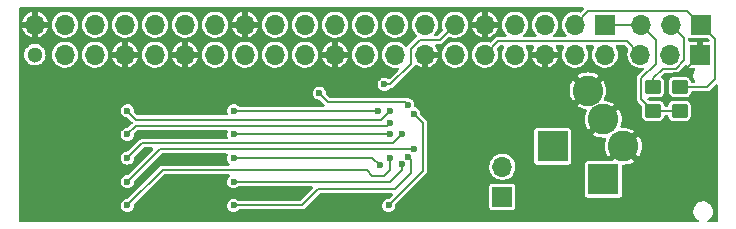
<source format=gbr>
%TF.GenerationSoftware,KiCad,Pcbnew,(6.0.1)*%
%TF.CreationDate,2022-02-13T16:15:42+01:00*%
%TF.ProjectId,PiStackMon_lite,50695374-6163-46b4-9d6f-6e5f6c697465,rev?*%
%TF.SameCoordinates,Original*%
%TF.FileFunction,Copper,L2,Bot*%
%TF.FilePolarity,Positive*%
%FSLAX46Y46*%
G04 Gerber Fmt 4.6, Leading zero omitted, Abs format (unit mm)*
G04 Created by KiCad (PCBNEW (6.0.1)) date 2022-02-13 16:15:42*
%MOMM*%
%LPD*%
G01*
G04 APERTURE LIST*
G04 Aperture macros list*
%AMRoundRect*
0 Rectangle with rounded corners*
0 $1 Rounding radius*
0 $2 $3 $4 $5 $6 $7 $8 $9 X,Y pos of 4 corners*
0 Add a 4 corners polygon primitive as box body*
4,1,4,$2,$3,$4,$5,$6,$7,$8,$9,$2,$3,0*
0 Add four circle primitives for the rounded corners*
1,1,$1+$1,$2,$3*
1,1,$1+$1,$4,$5*
1,1,$1+$1,$6,$7*
1,1,$1+$1,$8,$9*
0 Add four rect primitives between the rounded corners*
20,1,$1+$1,$2,$3,$4,$5,0*
20,1,$1+$1,$4,$5,$6,$7,0*
20,1,$1+$1,$6,$7,$8,$9,0*
20,1,$1+$1,$8,$9,$2,$3,0*%
G04 Aperture macros list end*
%TA.AperFunction,ComponentPad*%
%ADD10R,1.700000X1.700000*%
%TD*%
%TA.AperFunction,ComponentPad*%
%ADD11O,1.700000X1.700000*%
%TD*%
%TA.AperFunction,ComponentPad*%
%ADD12R,2.600000X2.600000*%
%TD*%
%TA.AperFunction,ComponentPad*%
%ADD13C,2.600000*%
%TD*%
%TA.AperFunction,WasherPad*%
%ADD14C,1.300000*%
%TD*%
%TA.AperFunction,SMDPad,CuDef*%
%ADD15RoundRect,0.250000X0.450000X-0.350000X0.450000X0.350000X-0.450000X0.350000X-0.450000X-0.350000X0*%
%TD*%
%TA.AperFunction,ViaPad*%
%ADD16C,0.600000*%
%TD*%
%TA.AperFunction,Conductor*%
%ADD17C,0.200000*%
%TD*%
G04 APERTURE END LIST*
D10*
%TO.P,JP1,1,A*%
%TO.N,+5VP*%
X64250000Y-44775000D03*
D11*
%TO.P,JP1,2,B*%
%TO.N,Net-(C1-Pad1)*%
X64250000Y-42235000D03*
%TD*%
D12*
%TO.P,J3,1,Pin_1*%
%TO.N,+5VP*%
X72800000Y-43295000D03*
D13*
%TO.P,J3,2,Pin_2*%
%TO.N,GND*%
X72800000Y-38215000D03*
%TD*%
D10*
%TO.P,J1,1,Pin_1*%
%TO.N,/GPIO2(SDA1)*%
X81040000Y-30200000D03*
D11*
%TO.P,J1,2,Pin_2*%
%TO.N,/GPIO3(SCL1)*%
X78500000Y-30200000D03*
%TO.P,J1,3,Pin_3*%
%TO.N,/3V3_2*%
X75960000Y-30200000D03*
%TD*%
D10*
%TO.P,J2,1,Pin_1*%
%TO.N,GND*%
X81025000Y-32750000D03*
D11*
%TO.P,J2,2,Pin_2*%
%TO.N,/GPIO14(TXD0)*%
X78485000Y-32750000D03*
%TO.P,J2,3,Pin_3*%
%TO.N,/GPIO15(RXD0)*%
X75945000Y-32750000D03*
%TD*%
D12*
%TO.P,J5,1,Pin_1*%
%TO.N,+5VP*%
X68500000Y-40500000D03*
D13*
%TO.P,J5,2,Pin_2*%
%TO.N,GND*%
X74500000Y-40500000D03*
%TO.P,J5,3,Pin_3*%
X71500000Y-35800000D03*
%TD*%
D14*
%TO.P,P1,*%
%TO.N,*%
X24670000Y-32740000D03*
D10*
%TO.P,P1,1,Pin_1*%
%TO.N,/3V3_2*%
X72930000Y-30200000D03*
D11*
%TO.P,P1,2,Pin_2*%
%TO.N,+5V*%
X72930000Y-32740000D03*
%TO.P,P1,3,Pin_3*%
%TO.N,/GPIO2(SDA1)*%
X70390000Y-30200000D03*
%TO.P,P1,4,Pin_4*%
%TO.N,+5V*%
X70390000Y-32740000D03*
%TO.P,P1,5,Pin_5*%
%TO.N,/GPIO3(SCL1)*%
X67850000Y-30200000D03*
%TO.P,P1,6,Pin_6*%
%TO.N,GND*%
X67850000Y-32740000D03*
%TO.P,P1,7,Pin_7*%
%TO.N,/GPIO4(1Wire_Default)*%
X65310000Y-30200000D03*
%TO.P,P1,8,Pin_8*%
%TO.N,/GPIO14(TXD0)*%
X65310000Y-32740000D03*
%TO.P,P1,9,Pin_9*%
%TO.N,GND*%
X62770000Y-30200000D03*
%TO.P,P1,10,Pin_10*%
%TO.N,/GPIO15(RXD0)*%
X62770000Y-32740000D03*
%TO.P,P1,11,Pin_11*%
%TO.N,/GPIO17(GEN0)*%
X60230000Y-30200000D03*
%TO.P,P1,12,Pin_12*%
%TO.N,/GPIO18(GEN1)(PWM0)*%
X60230000Y-32740000D03*
%TO.P,P1,13,Pin_13*%
%TO.N,/GPIO27(GEN2)*%
X57690000Y-30200000D03*
%TO.P,P1,14,Pin_14*%
%TO.N,GND*%
X57690000Y-32740000D03*
%TO.P,P1,15,Pin_15*%
%TO.N,/GPIO22(GEN3)*%
X55150000Y-30200000D03*
%TO.P,P1,16,Pin_16*%
%TO.N,/GPIO23(GEN4)*%
X55150000Y-32740000D03*
%TO.P,P1,17,Pin_17*%
%TO.N,+3V3*%
X52610000Y-30200000D03*
%TO.P,P1,18,Pin_18*%
%TO.N,/GPIO24(GEN5)*%
X52610000Y-32740000D03*
%TO.P,P1,19,Pin_19*%
%TO.N,/GPIO10(SPI0_MOSI)*%
X50070000Y-30200000D03*
%TO.P,P1,20,Pin_20*%
%TO.N,GND*%
X50070000Y-32740000D03*
%TO.P,P1,21,Pin_21*%
%TO.N,/GPIO9(SPI0_MISO)*%
X47530000Y-30200000D03*
%TO.P,P1,22,Pin_22*%
%TO.N,/GPIO25(GEN6)*%
X47530000Y-32740000D03*
%TO.P,P1,23,Pin_23*%
%TO.N,/GPIO11(SPI0_SCK)*%
X44990000Y-30200000D03*
%TO.P,P1,24,Pin_24*%
%TO.N,/GPIO8(SPI0_CE0_N)*%
X44990000Y-32740000D03*
%TO.P,P1,25,Pin_25*%
%TO.N,GND*%
X42450000Y-30200000D03*
%TO.P,P1,26,Pin_26*%
%TO.N,/GPIO7(SPI0_CE1_N)*%
X42450000Y-32740000D03*
%TO.P,P1,27,Pin_27*%
%TO.N,/ID_SD*%
X39910000Y-30200000D03*
%TO.P,P1,28,Pin_28*%
%TO.N,/ID_SC*%
X39910000Y-32740000D03*
%TO.P,P1,29,Pin_29*%
%TO.N,/GPIO5*%
X37370000Y-30200000D03*
%TO.P,P1,30,Pin_30*%
%TO.N,GND*%
X37370000Y-32740000D03*
%TO.P,P1,31,Pin_31*%
%TO.N,/GPIO6*%
X34830000Y-30200000D03*
%TO.P,P1,32,Pin_32*%
%TO.N,/GPIO12(PWM0)*%
X34830000Y-32740000D03*
%TO.P,P1,33,Pin_33*%
%TO.N,/GPIO13(PWM1)*%
X32290000Y-30200000D03*
%TO.P,P1,34,Pin_34*%
%TO.N,GND*%
X32290000Y-32740000D03*
%TO.P,P1,35,Pin_35*%
%TO.N,/GPIO19(SPI1_MISO)*%
X29750000Y-30200000D03*
%TO.P,P1,36,Pin_36*%
%TO.N,/GPIO16*%
X29750000Y-32740000D03*
%TO.P,P1,37,Pin_37*%
%TO.N,/GPIO26*%
X27210000Y-30200000D03*
%TO.P,P1,38,Pin_38*%
%TO.N,/GPIO20(SPI1_MOSI)*%
X27210000Y-32740000D03*
%TO.P,P1,39,Pin_39*%
%TO.N,GND*%
X24670000Y-30200000D03*
%TD*%
D15*
%TO.P,R1,1*%
%TO.N,/3V3_2*%
X77000000Y-37500000D03*
%TO.P,R1,2*%
%TO.N,/GPIO3(SCL1)*%
X77000000Y-35500000D03*
%TD*%
%TO.P,R4,1*%
%TO.N,/3V3_2*%
X79250000Y-37500000D03*
%TO.P,R4,2*%
%TO.N,/GPIO2(SDA1)*%
X79250000Y-35500000D03*
%TD*%
D16*
%TO.N,GND*%
X61750000Y-34500000D03*
X59750000Y-38000000D03*
X60500000Y-38000000D03*
X51250000Y-35250000D03*
X59500000Y-45500000D03*
X61250000Y-38000000D03*
%TO.N,/GPIO17(GEN0)*%
X54250000Y-35250000D03*
%TO.N,/GPIO25(GEN6)*%
X56250000Y-37000000D03*
X48750000Y-36000000D03*
%TO.N,Net-(D6-Pad1)*%
X41500000Y-45500000D03*
X56301656Y-41421313D03*
%TO.N,Net-(D7-Pad1)*%
X41500000Y-43500000D03*
X55750000Y-42000000D03*
%TO.N,Net-(D8-Pad1)*%
X41500000Y-41500000D03*
X53875000Y-42125000D03*
%TO.N,Net-(D9-Pad1)*%
X54750000Y-39500000D03*
X41500000Y-39500000D03*
%TO.N,Net-(D10-Pad1)*%
X41500000Y-37500000D03*
X53750000Y-37500000D03*
%TO.N,Net-(D11-Pad1)*%
X32500000Y-37500000D03*
X54750000Y-37500000D03*
%TO.N,Net-(D12-Pad1)*%
X32500000Y-39500000D03*
X54750000Y-38500000D03*
%TO.N,Net-(D13-Pad1)*%
X32500000Y-41500000D03*
X55750000Y-39500000D03*
%TO.N,Net-(D14-Pad1)*%
X32500000Y-43500000D03*
X56750000Y-40750000D03*
%TO.N,Net-(D15-Pad1)*%
X54750000Y-41500000D03*
X32500000Y-45500000D03*
%TO.N,Net-(D17-Pad1)*%
X54625000Y-45500000D03*
X56750000Y-37750000D03*
%TD*%
D17*
%TO.N,GND*%
X78250480Y-36077618D02*
X78672862Y-36500000D01*
X81000000Y-32750000D02*
X79420153Y-34329847D01*
X78250480Y-34749520D02*
X78250480Y-36077618D01*
X81025000Y-32750000D02*
X81000000Y-32750000D01*
X78672862Y-36500000D02*
X80250000Y-36500000D01*
X78670153Y-34329847D02*
X78250480Y-34749520D01*
X79420153Y-34329847D02*
X78670153Y-34329847D01*
%TO.N,/GPIO2(SDA1)*%
X79890489Y-29050489D02*
X81040000Y-30200000D01*
X82250000Y-31410000D02*
X82174511Y-31334511D01*
X81558885Y-35500000D02*
X82250000Y-34808885D01*
X79250000Y-35500000D02*
X81558885Y-35500000D01*
X70390000Y-30200000D02*
X71539511Y-29050489D01*
X82250000Y-34808885D02*
X82250000Y-31410000D01*
X81040000Y-30200000D02*
X82174511Y-31334511D01*
X71539511Y-29050489D02*
X79890489Y-29050489D01*
%TO.N,/GPIO3(SCL1)*%
X77000000Y-34750000D02*
X77819673Y-33930327D01*
X79634511Y-33226144D02*
X79634511Y-31334511D01*
X78930327Y-33930327D02*
X79634511Y-33226144D01*
X77000000Y-35500000D02*
X77000000Y-34750000D01*
X77819673Y-33930327D02*
X78930327Y-33930327D01*
X79634511Y-31334511D02*
X78500000Y-30200000D01*
%TO.N,/GPIO15(RXD0)*%
X63919511Y-31590489D02*
X62770000Y-32740000D01*
X74785489Y-31590489D02*
X63919511Y-31590489D01*
X75945000Y-32750000D02*
X74785489Y-31590489D01*
%TO.N,/GPIO17(GEN0)*%
X57250000Y-31500000D02*
X58930000Y-31500000D01*
X58930000Y-31500000D02*
X60230000Y-30200000D01*
X54750000Y-35250000D02*
X56500000Y-33500000D01*
X54250000Y-35250000D02*
X54750000Y-35250000D01*
X56500000Y-32250000D02*
X57250000Y-31500000D01*
X56500000Y-33500000D02*
X56500000Y-32250000D01*
%TO.N,/GPIO25(GEN6)*%
X49500000Y-36750000D02*
X48750000Y-36000000D01*
X56250000Y-37000000D02*
X56000000Y-36750000D01*
X56000000Y-36750000D02*
X49500000Y-36750000D01*
%TO.N,Net-(D6-Pad1)*%
X55125000Y-44125000D02*
X56500000Y-42750000D01*
X41500000Y-45500000D02*
X47250000Y-45500000D01*
X56500000Y-41619657D02*
X56301656Y-41421313D01*
X48625000Y-44125000D02*
X55125000Y-44125000D01*
X47250000Y-45500000D02*
X48625000Y-44125000D01*
X56500000Y-42750000D02*
X56500000Y-41619657D01*
%TO.N,Net-(D7-Pad1)*%
X55750000Y-42000000D02*
X55750000Y-42500000D01*
X54750000Y-43500000D02*
X41500000Y-43500000D01*
X55750000Y-42500000D02*
X54750000Y-43500000D01*
%TO.N,Net-(D8-Pad1)*%
X53875000Y-42125000D02*
X53225500Y-41500000D01*
X53225500Y-41500000D02*
X41500000Y-41500000D01*
%TO.N,Net-(D9-Pad1)*%
X41500000Y-39500000D02*
X54750000Y-39500000D01*
%TO.N,Net-(D10-Pad1)*%
X41500000Y-37500000D02*
X53750000Y-37500000D01*
%TO.N,Net-(D11-Pad1)*%
X33250000Y-38250000D02*
X54000000Y-38250000D01*
X32500000Y-37500000D02*
X33250000Y-38250000D01*
X54000000Y-38250000D02*
X54750000Y-37500000D01*
%TO.N,Net-(D12-Pad1)*%
X32500000Y-39500000D02*
X33250000Y-38750000D01*
X54500000Y-38750000D02*
X54750000Y-38500000D01*
X33250000Y-38750000D02*
X54500000Y-38750000D01*
%TO.N,Net-(D13-Pad1)*%
X33750000Y-40250000D02*
X55000000Y-40250000D01*
X55000000Y-40250000D02*
X55750000Y-39500000D01*
X32500000Y-41500000D02*
X33750000Y-40250000D01*
%TO.N,Net-(D14-Pad1)*%
X35250000Y-40750000D02*
X56750000Y-40750000D01*
X32500000Y-43500000D02*
X35250000Y-40750000D01*
%TO.N,Net-(D15-Pad1)*%
X54750000Y-41500000D02*
X54750000Y-42500000D01*
X54750000Y-42500000D02*
X54250000Y-43000000D01*
X52750000Y-42500000D02*
X35500000Y-42500000D01*
X53250000Y-43000000D02*
X54250000Y-43000000D01*
X53250000Y-43000000D02*
X52750000Y-42500000D01*
X35500000Y-42500000D02*
X32500000Y-45500000D01*
%TO.N,Net-(D17-Pad1)*%
X56750000Y-37750000D02*
X57500000Y-38500000D01*
X57500000Y-38500000D02*
X57500000Y-38750000D01*
X57500000Y-38750000D02*
X57500000Y-42625000D01*
X57500000Y-42625000D02*
X54625000Y-45500000D01*
%TO.N,/3V3_2*%
X76000480Y-34749520D02*
X77250000Y-33500000D01*
X77250000Y-31490000D02*
X77250000Y-33500000D01*
X77000000Y-37500000D02*
X76000480Y-36500480D01*
X79250000Y-37500000D02*
X77000000Y-37500000D01*
X76000480Y-36500480D02*
X76000480Y-34749520D01*
X75960000Y-30200000D02*
X77250000Y-31490000D01*
X72930000Y-30200000D02*
X75960000Y-30200000D01*
%TD*%
%TA.AperFunction,Conductor*%
%TO.N,GND*%
G36*
X57851186Y-28733147D02*
G01*
X71040384Y-28744193D01*
X71108486Y-28764252D01*
X71154934Y-28817947D01*
X71164979Y-28888229D01*
X71135432Y-28952785D01*
X71129373Y-28959288D01*
X70940417Y-29148245D01*
X70878105Y-29182270D01*
X70804633Y-29176180D01*
X70705039Y-29136446D01*
X70699379Y-29135320D01*
X70699375Y-29135319D01*
X70511613Y-29097971D01*
X70511610Y-29097971D01*
X70505946Y-29096844D01*
X70500171Y-29096768D01*
X70500167Y-29096768D01*
X70398793Y-29095441D01*
X70302971Y-29094187D01*
X70297274Y-29095166D01*
X70297273Y-29095166D01*
X70209397Y-29110266D01*
X70102910Y-29128564D01*
X69912463Y-29198824D01*
X69738010Y-29302612D01*
X69733670Y-29306418D01*
X69733666Y-29306421D01*
X69621272Y-29404989D01*
X69585392Y-29436455D01*
X69459720Y-29595869D01*
X69457033Y-29600977D01*
X69457029Y-29600983D01*
X69445842Y-29622246D01*
X69365203Y-29775515D01*
X69305007Y-29969378D01*
X69281148Y-30170964D01*
X69294424Y-30373522D01*
X69295845Y-30379118D01*
X69295846Y-30379123D01*
X69340387Y-30554500D01*
X69344392Y-30570269D01*
X69346807Y-30575507D01*
X69346809Y-30575512D01*
X69426843Y-30749120D01*
X69429377Y-30754616D01*
X69546533Y-30920389D01*
X69550675Y-30924424D01*
X69648515Y-31019735D01*
X69683353Y-31081596D01*
X69679216Y-31152472D01*
X69637417Y-31209860D01*
X69571227Y-31235540D01*
X69560594Y-31235989D01*
X68680323Y-31235989D01*
X68612202Y-31215987D01*
X68565709Y-31162331D01*
X68555605Y-31092057D01*
X68585099Y-31027477D01*
X68599753Y-31013115D01*
X68629913Y-30988031D01*
X68634345Y-30984345D01*
X68671588Y-30939566D01*
X68760453Y-30832718D01*
X68760455Y-30832715D01*
X68764147Y-30828276D01*
X68846906Y-30680500D01*
X68860510Y-30656208D01*
X68860511Y-30656206D01*
X68863334Y-30651165D01*
X68865190Y-30645698D01*
X68865192Y-30645693D01*
X68926728Y-30464414D01*
X68926729Y-30464409D01*
X68928584Y-30458945D01*
X68929412Y-30453236D01*
X68929413Y-30453231D01*
X68957179Y-30261727D01*
X68957712Y-30258053D01*
X68959232Y-30200000D01*
X68940658Y-29997859D01*
X68939090Y-29992299D01*
X68887125Y-29808046D01*
X68887124Y-29808044D01*
X68885557Y-29802487D01*
X68874978Y-29781033D01*
X68798331Y-29625609D01*
X68795776Y-29620428D01*
X68674320Y-29457779D01*
X68525258Y-29319987D01*
X68520375Y-29316906D01*
X68520371Y-29316903D01*
X68374728Y-29225010D01*
X68353581Y-29211667D01*
X68165039Y-29136446D01*
X68159379Y-29135320D01*
X68159375Y-29135319D01*
X67971613Y-29097971D01*
X67971610Y-29097971D01*
X67965946Y-29096844D01*
X67960171Y-29096768D01*
X67960167Y-29096768D01*
X67858793Y-29095441D01*
X67762971Y-29094187D01*
X67757274Y-29095166D01*
X67757273Y-29095166D01*
X67669397Y-29110266D01*
X67562910Y-29128564D01*
X67372463Y-29198824D01*
X67198010Y-29302612D01*
X67193670Y-29306418D01*
X67193666Y-29306421D01*
X67081272Y-29404989D01*
X67045392Y-29436455D01*
X66919720Y-29595869D01*
X66917033Y-29600977D01*
X66917029Y-29600983D01*
X66905842Y-29622246D01*
X66825203Y-29775515D01*
X66765007Y-29969378D01*
X66741148Y-30170964D01*
X66754424Y-30373522D01*
X66755845Y-30379118D01*
X66755846Y-30379123D01*
X66800387Y-30554500D01*
X66804392Y-30570269D01*
X66806807Y-30575507D01*
X66806809Y-30575512D01*
X66886843Y-30749120D01*
X66889377Y-30754616D01*
X67006533Y-30920389D01*
X67010675Y-30924424D01*
X67108515Y-31019735D01*
X67143353Y-31081596D01*
X67139216Y-31152472D01*
X67097417Y-31209860D01*
X67031227Y-31235540D01*
X67020594Y-31235989D01*
X66140323Y-31235989D01*
X66072202Y-31215987D01*
X66025709Y-31162331D01*
X66015605Y-31092057D01*
X66045099Y-31027477D01*
X66059753Y-31013115D01*
X66089913Y-30988031D01*
X66094345Y-30984345D01*
X66131588Y-30939566D01*
X66220453Y-30832718D01*
X66220455Y-30832715D01*
X66224147Y-30828276D01*
X66306906Y-30680500D01*
X66320510Y-30656208D01*
X66320511Y-30656206D01*
X66323334Y-30651165D01*
X66325190Y-30645698D01*
X66325192Y-30645693D01*
X66386728Y-30464414D01*
X66386729Y-30464409D01*
X66388584Y-30458945D01*
X66389412Y-30453236D01*
X66389413Y-30453231D01*
X66417179Y-30261727D01*
X66417712Y-30258053D01*
X66419232Y-30200000D01*
X66400658Y-29997859D01*
X66399090Y-29992299D01*
X66347125Y-29808046D01*
X66347124Y-29808044D01*
X66345557Y-29802487D01*
X66334978Y-29781033D01*
X66258331Y-29625609D01*
X66255776Y-29620428D01*
X66134320Y-29457779D01*
X65985258Y-29319987D01*
X65980375Y-29316906D01*
X65980371Y-29316903D01*
X65834728Y-29225010D01*
X65813581Y-29211667D01*
X65625039Y-29136446D01*
X65619379Y-29135320D01*
X65619375Y-29135319D01*
X65431613Y-29097971D01*
X65431610Y-29097971D01*
X65425946Y-29096844D01*
X65420171Y-29096768D01*
X65420167Y-29096768D01*
X65318793Y-29095441D01*
X65222971Y-29094187D01*
X65217274Y-29095166D01*
X65217273Y-29095166D01*
X65129397Y-29110266D01*
X65022910Y-29128564D01*
X64832463Y-29198824D01*
X64658010Y-29302612D01*
X64653670Y-29306418D01*
X64653666Y-29306421D01*
X64541272Y-29404989D01*
X64505392Y-29436455D01*
X64379720Y-29595869D01*
X64377033Y-29600977D01*
X64377029Y-29600983D01*
X64365842Y-29622246D01*
X64285203Y-29775515D01*
X64225007Y-29969378D01*
X64201148Y-30170964D01*
X64214424Y-30373522D01*
X64215845Y-30379118D01*
X64215846Y-30379123D01*
X64260387Y-30554500D01*
X64264392Y-30570269D01*
X64266807Y-30575507D01*
X64266809Y-30575512D01*
X64346843Y-30749120D01*
X64349377Y-30754616D01*
X64466533Y-30920389D01*
X64470675Y-30924424D01*
X64568515Y-31019735D01*
X64603353Y-31081596D01*
X64599216Y-31152472D01*
X64557417Y-31209860D01*
X64491227Y-31235540D01*
X64480594Y-31235989D01*
X63970768Y-31235989D01*
X63950974Y-31233883D01*
X63946621Y-31233678D01*
X63936441Y-31231486D01*
X63905771Y-31235116D01*
X63900428Y-31235431D01*
X63900439Y-31235561D01*
X63895259Y-31235989D01*
X63890060Y-31235989D01*
X63884936Y-31236842D01*
X63884923Y-31236843D01*
X63872470Y-31238916D01*
X63866595Y-31239753D01*
X63829582Y-31244134D01*
X63819241Y-31245358D01*
X63811533Y-31249059D01*
X63803094Y-31250464D01*
X63761110Y-31273118D01*
X63755847Y-31275799D01*
X63753910Y-31276729D01*
X63712853Y-31296444D01*
X63708861Y-31299800D01*
X63706914Y-31301747D01*
X63705289Y-31303237D01*
X63704857Y-31303470D01*
X63704824Y-31303434D01*
X63704666Y-31303573D01*
X63699231Y-31306506D01*
X63692162Y-31314153D01*
X63665166Y-31343357D01*
X63661738Y-31346923D01*
X63463501Y-31545161D01*
X63320417Y-31688245D01*
X63258104Y-31722270D01*
X63184633Y-31716180D01*
X63085039Y-31676446D01*
X63079379Y-31675320D01*
X63079375Y-31675319D01*
X62891613Y-31637971D01*
X62891610Y-31637971D01*
X62885946Y-31636844D01*
X62880171Y-31636768D01*
X62880167Y-31636768D01*
X62778793Y-31635441D01*
X62682971Y-31634187D01*
X62677274Y-31635166D01*
X62677273Y-31635166D01*
X62494328Y-31666602D01*
X62482910Y-31668564D01*
X62292463Y-31738824D01*
X62118010Y-31842612D01*
X62113670Y-31846418D01*
X62113666Y-31846421D01*
X61989965Y-31954905D01*
X61965392Y-31976455D01*
X61839720Y-32135869D01*
X61837033Y-32140977D01*
X61837029Y-32140983D01*
X61789128Y-32232027D01*
X61745203Y-32315515D01*
X61685007Y-32509378D01*
X61661148Y-32710964D01*
X61674424Y-32913522D01*
X61675845Y-32919118D01*
X61675846Y-32919123D01*
X61722084Y-33101182D01*
X61724392Y-33110269D01*
X61726809Y-33115512D01*
X61763912Y-33195994D01*
X61809377Y-33294616D01*
X61816444Y-33304616D01*
X61911466Y-33439069D01*
X61926533Y-33460389D01*
X62071938Y-33602035D01*
X62076742Y-33605245D01*
X62128215Y-33639638D01*
X62240720Y-33714812D01*
X62246023Y-33717090D01*
X62246026Y-33717092D01*
X62415765Y-33790017D01*
X62427228Y-33794942D01*
X62492140Y-33809630D01*
X62619579Y-33838467D01*
X62619584Y-33838468D01*
X62625216Y-33839742D01*
X62630987Y-33839969D01*
X62630989Y-33839969D01*
X62690756Y-33842317D01*
X62828053Y-33847712D01*
X62933879Y-33832368D01*
X63023231Y-33819413D01*
X63023236Y-33819412D01*
X63028945Y-33818584D01*
X63034409Y-33816729D01*
X63034414Y-33816728D01*
X63215693Y-33755192D01*
X63215698Y-33755190D01*
X63221165Y-33753334D01*
X63227019Y-33750056D01*
X63349746Y-33681325D01*
X63398276Y-33654147D01*
X63417090Y-33638500D01*
X63549913Y-33528031D01*
X63554345Y-33524345D01*
X63652367Y-33406487D01*
X63680453Y-33372718D01*
X63680455Y-33372715D01*
X63684147Y-33368276D01*
X63783334Y-33191165D01*
X63785190Y-33185698D01*
X63785192Y-33185693D01*
X63846728Y-33004414D01*
X63846729Y-33004409D01*
X63848584Y-32998945D01*
X63849412Y-32993236D01*
X63849413Y-32993231D01*
X63877179Y-32801727D01*
X63877712Y-32798053D01*
X63879232Y-32740000D01*
X63867471Y-32612000D01*
X63861187Y-32543613D01*
X63861186Y-32543610D01*
X63860658Y-32537859D01*
X63855446Y-32519378D01*
X63807125Y-32348046D01*
X63807124Y-32348044D01*
X63805557Y-32342487D01*
X63800339Y-32331905D01*
X63788152Y-32261962D01*
X63815713Y-32196534D01*
X63824252Y-32187086D01*
X64029444Y-31981894D01*
X64091756Y-31947868D01*
X64118539Y-31944989D01*
X64272246Y-31944989D01*
X64340367Y-31964991D01*
X64386860Y-32018647D01*
X64396964Y-32088921D01*
X64379390Y-32135696D01*
X64379720Y-32135869D01*
X64378463Y-32138259D01*
X64377035Y-32140973D01*
X64377032Y-32140977D01*
X64321573Y-32246388D01*
X64285203Y-32315515D01*
X64225007Y-32509378D01*
X64201148Y-32710964D01*
X64214424Y-32913522D01*
X64215845Y-32919118D01*
X64215846Y-32919123D01*
X64262084Y-33101182D01*
X64264392Y-33110269D01*
X64266809Y-33115512D01*
X64303912Y-33195994D01*
X64349377Y-33294616D01*
X64356444Y-33304616D01*
X64451466Y-33439069D01*
X64466533Y-33460389D01*
X64611938Y-33602035D01*
X64616742Y-33605245D01*
X64668215Y-33639638D01*
X64780720Y-33714812D01*
X64786023Y-33717090D01*
X64786026Y-33717092D01*
X64955765Y-33790017D01*
X64967228Y-33794942D01*
X65032140Y-33809630D01*
X65159579Y-33838467D01*
X65159584Y-33838468D01*
X65165216Y-33839742D01*
X65170987Y-33839969D01*
X65170989Y-33839969D01*
X65230756Y-33842317D01*
X65368053Y-33847712D01*
X65473879Y-33832368D01*
X65563231Y-33819413D01*
X65563236Y-33819412D01*
X65568945Y-33818584D01*
X65574409Y-33816729D01*
X65574414Y-33816728D01*
X65755693Y-33755192D01*
X65755698Y-33755190D01*
X65761165Y-33753334D01*
X65767019Y-33750056D01*
X65889746Y-33681325D01*
X65938276Y-33654147D01*
X65957090Y-33638500D01*
X66089913Y-33528031D01*
X66094345Y-33524345D01*
X66192367Y-33406487D01*
X66220453Y-33372718D01*
X66220455Y-33372715D01*
X66224147Y-33368276D01*
X66323334Y-33191165D01*
X66325190Y-33185698D01*
X66325192Y-33185693D01*
X66385863Y-33006962D01*
X66778671Y-33006962D01*
X66803443Y-33104502D01*
X66807284Y-33115348D01*
X66887394Y-33289120D01*
X66893145Y-33299081D01*
X67003579Y-33455343D01*
X67011057Y-33464098D01*
X67148114Y-33597612D01*
X67157058Y-33604855D01*
X67316156Y-33711161D01*
X67326266Y-33716651D01*
X67502077Y-33792185D01*
X67513020Y-33795740D01*
X67578332Y-33810519D01*
X67592405Y-33809630D01*
X67595828Y-33800681D01*
X68104000Y-33800681D01*
X68107966Y-33814187D01*
X68116672Y-33815433D01*
X68295497Y-33754730D01*
X68305994Y-33750056D01*
X68472958Y-33656552D01*
X68482430Y-33650042D01*
X68629553Y-33527682D01*
X68637682Y-33519553D01*
X68760042Y-33372430D01*
X68766552Y-33362958D01*
X68860056Y-33195994D01*
X68864730Y-33185497D01*
X68925443Y-33006644D01*
X68924210Y-32997993D01*
X68910642Y-32994000D01*
X68122115Y-32994000D01*
X68106876Y-32998475D01*
X68105671Y-32999865D01*
X68104000Y-33007548D01*
X68104000Y-33800681D01*
X67595828Y-33800681D01*
X67596000Y-33800232D01*
X67596000Y-33012115D01*
X67591525Y-32996876D01*
X67590135Y-32995671D01*
X67582452Y-32994000D01*
X66793494Y-32994000D01*
X66779963Y-32997973D01*
X66778671Y-33006962D01*
X66385863Y-33006962D01*
X66386728Y-33004414D01*
X66386729Y-33004409D01*
X66388584Y-32998945D01*
X66389412Y-32993236D01*
X66389413Y-32993231D01*
X66417179Y-32801727D01*
X66417712Y-32798053D01*
X66419232Y-32740000D01*
X66407471Y-32612000D01*
X66401187Y-32543613D01*
X66401186Y-32543610D01*
X66400658Y-32537859D01*
X66395446Y-32519378D01*
X66347125Y-32348046D01*
X66347124Y-32348044D01*
X66345557Y-32342487D01*
X66337188Y-32325515D01*
X66258331Y-32165609D01*
X66255776Y-32160428D01*
X66245284Y-32146377D01*
X66220553Y-32079830D01*
X66235725Y-32010474D01*
X66285986Y-31960331D01*
X66346242Y-31944989D01*
X66812844Y-31944989D01*
X66880965Y-31964991D01*
X66927458Y-32018647D01*
X66937562Y-32088921D01*
X66919875Y-32136002D01*
X66920141Y-32136142D01*
X66919027Y-32138259D01*
X66918520Y-32139609D01*
X66917450Y-32141257D01*
X66828358Y-32310592D01*
X66823953Y-32321227D01*
X66778162Y-32468698D01*
X66777943Y-32482799D01*
X66784675Y-32486000D01*
X68907398Y-32486000D01*
X68920929Y-32482027D01*
X68922098Y-32473892D01*
X68886658Y-32348231D01*
X68882533Y-32337484D01*
X68797903Y-32165871D01*
X68791893Y-32156064D01*
X68784660Y-32146377D01*
X68759929Y-32079827D01*
X68775104Y-32010471D01*
X68825367Y-31960329D01*
X68885619Y-31944989D01*
X69352246Y-31944989D01*
X69420367Y-31964991D01*
X69466860Y-32018647D01*
X69476964Y-32088921D01*
X69459390Y-32135696D01*
X69459720Y-32135869D01*
X69458463Y-32138259D01*
X69457035Y-32140973D01*
X69457032Y-32140977D01*
X69401573Y-32246388D01*
X69365203Y-32315515D01*
X69305007Y-32509378D01*
X69281148Y-32710964D01*
X69294424Y-32913522D01*
X69295845Y-32919118D01*
X69295846Y-32919123D01*
X69342084Y-33101182D01*
X69344392Y-33110269D01*
X69346809Y-33115512D01*
X69383912Y-33195994D01*
X69429377Y-33294616D01*
X69436444Y-33304616D01*
X69531466Y-33439069D01*
X69546533Y-33460389D01*
X69691938Y-33602035D01*
X69696742Y-33605245D01*
X69748215Y-33639638D01*
X69860720Y-33714812D01*
X69866023Y-33717090D01*
X69866026Y-33717092D01*
X70035765Y-33790017D01*
X70047228Y-33794942D01*
X70112140Y-33809630D01*
X70239579Y-33838467D01*
X70239584Y-33838468D01*
X70245216Y-33839742D01*
X70250987Y-33839969D01*
X70250989Y-33839969D01*
X70310756Y-33842317D01*
X70448053Y-33847712D01*
X70553879Y-33832368D01*
X70643231Y-33819413D01*
X70643236Y-33819412D01*
X70648945Y-33818584D01*
X70654409Y-33816729D01*
X70654414Y-33816728D01*
X70835693Y-33755192D01*
X70835698Y-33755190D01*
X70841165Y-33753334D01*
X70847019Y-33750056D01*
X70969746Y-33681325D01*
X71018276Y-33654147D01*
X71037090Y-33638500D01*
X71169913Y-33528031D01*
X71174345Y-33524345D01*
X71272367Y-33406487D01*
X71300453Y-33372718D01*
X71300455Y-33372715D01*
X71304147Y-33368276D01*
X71403334Y-33191165D01*
X71405190Y-33185698D01*
X71405192Y-33185693D01*
X71466728Y-33004414D01*
X71466729Y-33004409D01*
X71468584Y-32998945D01*
X71469412Y-32993236D01*
X71469413Y-32993231D01*
X71497179Y-32801727D01*
X71497712Y-32798053D01*
X71499232Y-32740000D01*
X71487471Y-32612000D01*
X71481187Y-32543613D01*
X71481186Y-32543610D01*
X71480658Y-32537859D01*
X71475446Y-32519378D01*
X71427125Y-32348046D01*
X71427124Y-32348044D01*
X71425557Y-32342487D01*
X71417188Y-32325515D01*
X71338331Y-32165609D01*
X71335776Y-32160428D01*
X71325284Y-32146377D01*
X71300553Y-32079830D01*
X71315725Y-32010474D01*
X71365986Y-31960331D01*
X71426242Y-31944989D01*
X71892246Y-31944989D01*
X71960367Y-31964991D01*
X72006860Y-32018647D01*
X72016964Y-32088921D01*
X71999390Y-32135696D01*
X71999720Y-32135869D01*
X71998463Y-32138259D01*
X71997035Y-32140973D01*
X71997032Y-32140977D01*
X71941573Y-32246388D01*
X71905203Y-32315515D01*
X71845007Y-32509378D01*
X71821148Y-32710964D01*
X71834424Y-32913522D01*
X71835845Y-32919118D01*
X71835846Y-32919123D01*
X71882084Y-33101182D01*
X71884392Y-33110269D01*
X71886809Y-33115512D01*
X71923912Y-33195994D01*
X71969377Y-33294616D01*
X71976444Y-33304616D01*
X72071466Y-33439069D01*
X72086533Y-33460389D01*
X72231938Y-33602035D01*
X72236742Y-33605245D01*
X72288215Y-33639638D01*
X72400720Y-33714812D01*
X72406023Y-33717090D01*
X72406026Y-33717092D01*
X72575765Y-33790017D01*
X72587228Y-33794942D01*
X72652140Y-33809630D01*
X72779579Y-33838467D01*
X72779584Y-33838468D01*
X72785216Y-33839742D01*
X72790987Y-33839969D01*
X72790989Y-33839969D01*
X72850756Y-33842317D01*
X72988053Y-33847712D01*
X73093879Y-33832368D01*
X73183231Y-33819413D01*
X73183236Y-33819412D01*
X73188945Y-33818584D01*
X73194409Y-33816729D01*
X73194414Y-33816728D01*
X73375693Y-33755192D01*
X73375698Y-33755190D01*
X73381165Y-33753334D01*
X73387019Y-33750056D01*
X73509746Y-33681325D01*
X73558276Y-33654147D01*
X73577090Y-33638500D01*
X73709913Y-33528031D01*
X73714345Y-33524345D01*
X73812367Y-33406487D01*
X73840453Y-33372718D01*
X73840455Y-33372715D01*
X73844147Y-33368276D01*
X73943334Y-33191165D01*
X73945190Y-33185698D01*
X73945192Y-33185693D01*
X74006728Y-33004414D01*
X74006729Y-33004409D01*
X74008584Y-32998945D01*
X74009412Y-32993236D01*
X74009413Y-32993231D01*
X74037179Y-32801727D01*
X74037712Y-32798053D01*
X74039232Y-32740000D01*
X74027471Y-32612000D01*
X74021187Y-32543613D01*
X74021186Y-32543610D01*
X74020658Y-32537859D01*
X74015446Y-32519378D01*
X73967125Y-32348046D01*
X73967124Y-32348044D01*
X73965557Y-32342487D01*
X73957188Y-32325515D01*
X73878331Y-32165609D01*
X73875776Y-32160428D01*
X73865284Y-32146377D01*
X73840553Y-32079830D01*
X73855725Y-32010474D01*
X73905986Y-31960331D01*
X73966242Y-31944989D01*
X74586459Y-31944989D01*
X74654580Y-31964991D01*
X74675555Y-31981893D01*
X74890064Y-32196402D01*
X74924089Y-32258714D01*
X74918167Y-32324883D01*
X74920203Y-32325515D01*
X74875744Y-32468698D01*
X74860007Y-32519378D01*
X74836148Y-32720964D01*
X74849424Y-32923522D01*
X74850845Y-32929118D01*
X74850846Y-32929123D01*
X74870615Y-33006962D01*
X74899392Y-33120269D01*
X74901809Y-33125512D01*
X74968967Y-33271189D01*
X74984377Y-33304616D01*
X74987710Y-33309332D01*
X75090900Y-33455343D01*
X75101533Y-33470389D01*
X75105675Y-33474424D01*
X75156921Y-33524345D01*
X75246938Y-33612035D01*
X75251742Y-33615245D01*
X75288249Y-33639638D01*
X75415720Y-33724812D01*
X75421023Y-33727090D01*
X75421026Y-33727092D01*
X75527434Y-33772808D01*
X75602228Y-33804942D01*
X75648592Y-33815433D01*
X75794579Y-33848467D01*
X75794584Y-33848468D01*
X75800216Y-33849742D01*
X75805987Y-33849969D01*
X75805989Y-33849969D01*
X75865756Y-33852317D01*
X76003053Y-33857712D01*
X76073587Y-33847485D01*
X76081333Y-33846362D01*
X76151619Y-33856382D01*
X76205330Y-33902811D01*
X76225413Y-33970908D01*
X76205492Y-34039053D01*
X76188508Y-34060153D01*
X75786057Y-34462604D01*
X75770580Y-34475104D01*
X75767348Y-34478045D01*
X75758598Y-34483695D01*
X75739471Y-34507958D01*
X75735921Y-34511953D01*
X75736020Y-34512037D01*
X75732662Y-34516000D01*
X75728986Y-34519676D01*
X75725963Y-34523905D01*
X75725963Y-34523906D01*
X75718626Y-34534172D01*
X75715065Y-34538915D01*
X75691983Y-34568195D01*
X75691981Y-34568199D01*
X75685534Y-34576377D01*
X75682701Y-34584445D01*
X75677727Y-34591405D01*
X75674743Y-34601383D01*
X75664060Y-34637106D01*
X75662224Y-34642755D01*
X75646430Y-34687728D01*
X75645980Y-34692924D01*
X75645980Y-34695629D01*
X75645883Y-34697885D01*
X75645740Y-34698361D01*
X75645694Y-34698359D01*
X75645681Y-34698558D01*
X75643912Y-34704475D01*
X75644321Y-34714879D01*
X75645883Y-34754644D01*
X75645980Y-34759590D01*
X75645980Y-36449223D01*
X75643874Y-36469017D01*
X75643669Y-36473370D01*
X75641477Y-36483550D01*
X75644286Y-36507283D01*
X75645107Y-36514217D01*
X75645422Y-36519563D01*
X75645552Y-36519552D01*
X75645980Y-36524732D01*
X75645980Y-36529931D01*
X75646833Y-36535055D01*
X75646834Y-36535068D01*
X75648907Y-36547521D01*
X75649744Y-36553396D01*
X75652681Y-36578209D01*
X75655349Y-36600750D01*
X75659050Y-36608458D01*
X75660455Y-36616897D01*
X75683109Y-36658881D01*
X75685790Y-36664144D01*
X75706435Y-36707138D01*
X75709791Y-36711130D01*
X75711738Y-36713077D01*
X75713228Y-36714702D01*
X75713461Y-36715134D01*
X75713425Y-36715167D01*
X75713564Y-36715325D01*
X75716497Y-36720760D01*
X75724144Y-36727829D01*
X75753361Y-36754837D01*
X75756927Y-36758266D01*
X76008760Y-37010099D01*
X76042786Y-37072411D01*
X76045180Y-37102244D01*
X76045500Y-37102244D01*
X76045500Y-37897756D01*
X76045869Y-37901152D01*
X76045869Y-37901153D01*
X76051323Y-37951353D01*
X76052202Y-37959448D01*
X76102929Y-38094764D01*
X76108309Y-38101943D01*
X76108311Y-38101946D01*
X76136024Y-38138923D01*
X76189596Y-38210404D01*
X76196776Y-38215785D01*
X76298054Y-38291689D01*
X76298057Y-38291691D01*
X76305236Y-38297071D01*
X76388298Y-38328209D01*
X76433157Y-38345026D01*
X76433159Y-38345026D01*
X76440552Y-38347798D01*
X76448402Y-38348651D01*
X76448403Y-38348651D01*
X76498847Y-38354131D01*
X76502244Y-38354500D01*
X77497756Y-38354500D01*
X77501153Y-38354131D01*
X77551597Y-38348651D01*
X77551598Y-38348651D01*
X77559448Y-38347798D01*
X77566841Y-38345026D01*
X77566843Y-38345026D01*
X77611702Y-38328209D01*
X77694764Y-38297071D01*
X77701943Y-38291691D01*
X77701946Y-38291689D01*
X77803224Y-38215785D01*
X77810404Y-38210404D01*
X77863976Y-38138923D01*
X77891689Y-38101946D01*
X77891691Y-38101943D01*
X77897071Y-38094764D01*
X77947798Y-37959448D01*
X77948651Y-37951597D01*
X77948709Y-37951353D01*
X77983927Y-37889707D01*
X78046882Y-37856887D01*
X78071291Y-37854500D01*
X78178709Y-37854500D01*
X78246830Y-37874502D01*
X78293323Y-37928158D01*
X78301291Y-37951353D01*
X78301349Y-37951597D01*
X78302202Y-37959448D01*
X78352929Y-38094764D01*
X78358309Y-38101943D01*
X78358311Y-38101946D01*
X78386024Y-38138923D01*
X78439596Y-38210404D01*
X78446776Y-38215785D01*
X78548054Y-38291689D01*
X78548057Y-38291691D01*
X78555236Y-38297071D01*
X78638298Y-38328209D01*
X78683157Y-38345026D01*
X78683159Y-38345026D01*
X78690552Y-38347798D01*
X78698402Y-38348651D01*
X78698403Y-38348651D01*
X78748847Y-38354131D01*
X78752244Y-38354500D01*
X79747756Y-38354500D01*
X79751153Y-38354131D01*
X79801597Y-38348651D01*
X79801598Y-38348651D01*
X79809448Y-38347798D01*
X79816841Y-38345026D01*
X79816843Y-38345026D01*
X79861702Y-38328209D01*
X79944764Y-38297071D01*
X79951943Y-38291691D01*
X79951946Y-38291689D01*
X80053224Y-38215785D01*
X80060404Y-38210404D01*
X80113976Y-38138923D01*
X80141689Y-38101946D01*
X80141691Y-38101943D01*
X80147071Y-38094764D01*
X80197798Y-37959448D01*
X80198678Y-37951353D01*
X80204131Y-37901153D01*
X80204131Y-37901152D01*
X80204500Y-37897756D01*
X80204500Y-37102244D01*
X80200448Y-37064946D01*
X80198651Y-37048403D01*
X80198651Y-37048402D01*
X80197798Y-37040552D01*
X80190346Y-37020672D01*
X80168700Y-36962932D01*
X80147071Y-36905236D01*
X80141691Y-36898057D01*
X80141689Y-36898054D01*
X80065785Y-36796776D01*
X80060404Y-36789596D01*
X79978198Y-36727986D01*
X79951946Y-36708311D01*
X79951943Y-36708309D01*
X79944764Y-36702929D01*
X79834187Y-36661476D01*
X79816843Y-36654974D01*
X79816841Y-36654974D01*
X79809448Y-36652202D01*
X79801598Y-36651349D01*
X79801597Y-36651349D01*
X79751153Y-36645869D01*
X79751152Y-36645869D01*
X79747756Y-36645500D01*
X78752244Y-36645500D01*
X78748848Y-36645869D01*
X78748847Y-36645869D01*
X78698403Y-36651349D01*
X78698402Y-36651349D01*
X78690552Y-36652202D01*
X78683159Y-36654974D01*
X78683157Y-36654974D01*
X78665813Y-36661476D01*
X78555236Y-36702929D01*
X78548057Y-36708309D01*
X78548054Y-36708311D01*
X78521802Y-36727986D01*
X78439596Y-36789596D01*
X78434215Y-36796776D01*
X78358311Y-36898054D01*
X78358309Y-36898057D01*
X78352929Y-36905236D01*
X78331300Y-36962932D01*
X78309655Y-37020672D01*
X78302202Y-37040552D01*
X78301349Y-37048402D01*
X78301291Y-37048647D01*
X78266073Y-37110293D01*
X78203118Y-37143113D01*
X78178709Y-37145500D01*
X78071291Y-37145500D01*
X78003170Y-37125498D01*
X77956677Y-37071842D01*
X77948709Y-37048647D01*
X77948651Y-37048402D01*
X77947798Y-37040552D01*
X77940346Y-37020672D01*
X77918700Y-36962932D01*
X77897071Y-36905236D01*
X77891691Y-36898057D01*
X77891689Y-36898054D01*
X77815785Y-36796776D01*
X77810404Y-36789596D01*
X77728198Y-36727986D01*
X77701946Y-36708311D01*
X77701943Y-36708309D01*
X77694764Y-36702929D01*
X77584187Y-36661476D01*
X77566843Y-36654974D01*
X77566841Y-36654974D01*
X77559448Y-36652202D01*
X77551598Y-36651349D01*
X77551597Y-36651349D01*
X77501153Y-36645869D01*
X77501152Y-36645869D01*
X77497756Y-36645500D01*
X76699028Y-36645500D01*
X76630907Y-36625498D01*
X76609933Y-36608595D01*
X76570933Y-36569595D01*
X76536907Y-36507283D01*
X76541972Y-36436468D01*
X76584519Y-36379632D01*
X76651039Y-36354821D01*
X76660028Y-36354500D01*
X77497756Y-36354500D01*
X77505654Y-36353642D01*
X77551597Y-36348651D01*
X77551598Y-36348651D01*
X77559448Y-36347798D01*
X77566841Y-36345026D01*
X77566843Y-36345026D01*
X77605046Y-36330704D01*
X77694764Y-36297071D01*
X77701943Y-36291691D01*
X77701946Y-36291689D01*
X77803224Y-36215785D01*
X77810404Y-36210404D01*
X77825713Y-36189977D01*
X77891689Y-36101946D01*
X77891691Y-36101943D01*
X77897071Y-36094764D01*
X77932596Y-36000000D01*
X77945026Y-35966843D01*
X77945026Y-35966841D01*
X77947798Y-35959448D01*
X77948678Y-35951353D01*
X77954131Y-35901153D01*
X77954131Y-35901152D01*
X77954500Y-35897756D01*
X77954500Y-35102244D01*
X77950941Y-35069486D01*
X77948651Y-35048403D01*
X77948651Y-35048402D01*
X77947798Y-35040552D01*
X77897071Y-34905236D01*
X77891691Y-34898057D01*
X77891689Y-34898054D01*
X77815785Y-34796776D01*
X77810404Y-34789596D01*
X77727401Y-34727389D01*
X77684886Y-34670530D01*
X77679860Y-34599712D01*
X77713871Y-34537468D01*
X77929607Y-34321732D01*
X77991919Y-34287706D01*
X78018702Y-34284827D01*
X78879069Y-34284827D01*
X78898863Y-34286933D01*
X78903216Y-34287138D01*
X78913396Y-34289330D01*
X78944065Y-34285700D01*
X78949410Y-34285385D01*
X78949399Y-34285255D01*
X78954577Y-34284827D01*
X78959778Y-34284827D01*
X78977364Y-34281900D01*
X78983241Y-34281063D01*
X79020256Y-34276682D01*
X79030597Y-34275458D01*
X79038305Y-34271757D01*
X79046744Y-34270352D01*
X79088712Y-34247707D01*
X79094003Y-34245011D01*
X79129844Y-34227801D01*
X79129847Y-34227799D01*
X79136984Y-34224372D01*
X79140977Y-34221016D01*
X79142903Y-34219090D01*
X79144553Y-34217577D01*
X79144989Y-34217341D01*
X79145021Y-34217376D01*
X79145172Y-34217243D01*
X79150607Y-34214310D01*
X79184684Y-34177446D01*
X79188113Y-34173880D01*
X79724334Y-33637659D01*
X79786646Y-33603633D01*
X79857461Y-33608698D01*
X79914297Y-33651245D01*
X79929838Y-33678537D01*
X79942632Y-33709424D01*
X79984983Y-33772808D01*
X80002192Y-33790017D01*
X80065575Y-33832368D01*
X80088066Y-33841684D01*
X80143915Y-33852793D01*
X80156170Y-33854000D01*
X80451737Y-33854000D01*
X80519858Y-33874002D01*
X80566351Y-33927658D01*
X80576455Y-33997932D01*
X80555949Y-34050822D01*
X80515940Y-34109694D01*
X80449252Y-34276427D01*
X80448138Y-34283157D01*
X80448137Y-34283160D01*
X80426529Y-34413681D01*
X80419922Y-34453591D01*
X80420279Y-34460407D01*
X80420279Y-34460411D01*
X80426649Y-34581933D01*
X80429321Y-34632921D01*
X80477008Y-34806049D01*
X80480192Y-34812088D01*
X80558565Y-34960735D01*
X80572642Y-35030322D01*
X80546863Y-35096473D01*
X80489413Y-35138186D01*
X80447108Y-35145500D01*
X80321291Y-35145500D01*
X80253170Y-35125498D01*
X80206677Y-35071842D01*
X80198709Y-35048647D01*
X80198651Y-35048402D01*
X80197798Y-35040552D01*
X80147071Y-34905236D01*
X80141691Y-34898057D01*
X80141689Y-34898054D01*
X80065785Y-34796776D01*
X80060404Y-34789596D01*
X80017062Y-34757113D01*
X79951946Y-34708311D01*
X79951943Y-34708309D01*
X79944764Y-34702929D01*
X79838316Y-34663024D01*
X79816843Y-34654974D01*
X79816841Y-34654974D01*
X79809448Y-34652202D01*
X79801598Y-34651349D01*
X79801597Y-34651349D01*
X79751153Y-34645869D01*
X79751152Y-34645869D01*
X79747756Y-34645500D01*
X78752244Y-34645500D01*
X78748848Y-34645869D01*
X78748847Y-34645869D01*
X78698403Y-34651349D01*
X78698402Y-34651349D01*
X78690552Y-34652202D01*
X78683159Y-34654974D01*
X78683157Y-34654974D01*
X78661684Y-34663024D01*
X78555236Y-34702929D01*
X78548057Y-34708309D01*
X78548054Y-34708311D01*
X78482938Y-34757113D01*
X78439596Y-34789596D01*
X78434215Y-34796776D01*
X78358311Y-34898054D01*
X78358309Y-34898057D01*
X78352929Y-34905236D01*
X78302202Y-35040552D01*
X78301349Y-35048402D01*
X78301349Y-35048403D01*
X78299059Y-35069486D01*
X78295500Y-35102244D01*
X78295500Y-35897756D01*
X78295869Y-35901152D01*
X78295869Y-35901153D01*
X78301323Y-35951353D01*
X78302202Y-35959448D01*
X78304974Y-35966841D01*
X78304974Y-35966843D01*
X78317404Y-36000000D01*
X78352929Y-36094764D01*
X78358309Y-36101943D01*
X78358311Y-36101946D01*
X78424287Y-36189977D01*
X78439596Y-36210404D01*
X78446776Y-36215785D01*
X78548054Y-36291689D01*
X78548057Y-36291691D01*
X78555236Y-36297071D01*
X78644954Y-36330704D01*
X78683157Y-36345026D01*
X78683159Y-36345026D01*
X78690552Y-36347798D01*
X78698402Y-36348651D01*
X78698403Y-36348651D01*
X78744346Y-36353642D01*
X78752244Y-36354500D01*
X79747756Y-36354500D01*
X79755654Y-36353642D01*
X79801597Y-36348651D01*
X79801598Y-36348651D01*
X79809448Y-36347798D01*
X79816841Y-36345026D01*
X79816843Y-36345026D01*
X79855046Y-36330704D01*
X79944764Y-36297071D01*
X79951943Y-36291691D01*
X79951946Y-36291689D01*
X80053224Y-36215785D01*
X80060404Y-36210404D01*
X80075713Y-36189977D01*
X80141689Y-36101946D01*
X80141691Y-36101943D01*
X80147071Y-36094764D01*
X80182596Y-36000000D01*
X80195026Y-35966843D01*
X80195026Y-35966841D01*
X80197798Y-35959448D01*
X80198651Y-35951597D01*
X80198709Y-35951353D01*
X80233927Y-35889707D01*
X80296882Y-35856887D01*
X80321291Y-35854500D01*
X81507628Y-35854500D01*
X81527422Y-35856606D01*
X81531775Y-35856811D01*
X81541955Y-35859003D01*
X81572625Y-35855373D01*
X81577968Y-35855058D01*
X81577957Y-35854928D01*
X81583137Y-35854500D01*
X81588336Y-35854500D01*
X81593460Y-35853647D01*
X81593473Y-35853646D01*
X81605926Y-35851573D01*
X81611801Y-35850736D01*
X81648814Y-35846355D01*
X81659155Y-35845131D01*
X81666863Y-35841430D01*
X81675302Y-35840025D01*
X81717286Y-35817371D01*
X81722549Y-35814690D01*
X81742874Y-35804930D01*
X81765543Y-35794045D01*
X81769535Y-35790689D01*
X81771482Y-35788742D01*
X81773107Y-35787252D01*
X81773539Y-35787019D01*
X81773572Y-35787055D01*
X81773730Y-35786916D01*
X81779165Y-35783983D01*
X81813230Y-35747132D01*
X81816658Y-35743566D01*
X82280905Y-35279319D01*
X82343217Y-35245294D01*
X82414032Y-35250358D01*
X82470868Y-35292905D01*
X82495679Y-35359425D01*
X82496000Y-35368414D01*
X82496000Y-46820000D01*
X82475998Y-46888121D01*
X82422342Y-46934614D01*
X82370000Y-46946000D01*
X81734691Y-46946000D01*
X81666570Y-46925998D01*
X81620077Y-46872342D01*
X81609973Y-46802068D01*
X81639467Y-46737488D01*
X81669796Y-46711997D01*
X81746796Y-46665730D01*
X81752648Y-46662214D01*
X81811875Y-46606206D01*
X81878165Y-46543519D01*
X81878167Y-46543517D01*
X81883123Y-46538830D01*
X81984060Y-46390306D01*
X82050748Y-46223573D01*
X82077947Y-46059285D01*
X82078963Y-46053146D01*
X82078963Y-46053143D01*
X82080078Y-46046409D01*
X82079589Y-46037068D01*
X82071036Y-45873892D01*
X82070679Y-45867079D01*
X82022992Y-45693951D01*
X81939240Y-45535102D01*
X81823332Y-45397942D01*
X81767488Y-45355246D01*
X81686095Y-45293016D01*
X81686091Y-45293013D01*
X81680674Y-45288872D01*
X81674494Y-45285990D01*
X81674492Y-45285989D01*
X81524100Y-45215860D01*
X81524097Y-45215859D01*
X81517923Y-45212980D01*
X81511275Y-45211494D01*
X81511272Y-45211493D01*
X81347710Y-45174933D01*
X81347709Y-45174933D01*
X81342672Y-45173807D01*
X81337181Y-45173500D01*
X81205134Y-45173500D01*
X81071475Y-45188020D01*
X81001726Y-45211493D01*
X80907743Y-45243121D01*
X80907741Y-45243122D01*
X80901278Y-45245297D01*
X80747352Y-45337786D01*
X80742392Y-45342477D01*
X80742390Y-45342478D01*
X80674978Y-45406227D01*
X80616877Y-45461170D01*
X80515940Y-45609694D01*
X80449252Y-45776427D01*
X80448138Y-45783157D01*
X80448137Y-45783160D01*
X80432188Y-45879499D01*
X80419922Y-45953591D01*
X80420279Y-45960407D01*
X80420279Y-45960411D01*
X80427631Y-46100669D01*
X80429321Y-46132921D01*
X80477008Y-46306049D01*
X80560760Y-46464898D01*
X80676668Y-46602058D01*
X80682091Y-46606205D01*
X80682093Y-46606206D01*
X80813905Y-46706984D01*
X80813909Y-46706987D01*
X80819326Y-46711128D01*
X80823215Y-46712942D01*
X80870466Y-46764625D01*
X80882438Y-46834605D01*
X80854675Y-46899948D01*
X80795992Y-46939908D01*
X80757287Y-46946000D01*
X23430000Y-46946000D01*
X23361879Y-46925998D01*
X23315386Y-46872342D01*
X23304000Y-46820000D01*
X23304000Y-45500000D01*
X31940715Y-45500000D01*
X31941793Y-45508188D01*
X31955991Y-45616031D01*
X31959772Y-45644754D01*
X31962931Y-45652380D01*
X31987680Y-45712128D01*
X32015645Y-45779642D01*
X32043521Y-45815971D01*
X32091343Y-45878293D01*
X32104526Y-45895474D01*
X32111076Y-45900500D01*
X32111079Y-45900503D01*
X32213804Y-45979327D01*
X32220357Y-45984355D01*
X32355246Y-46040228D01*
X32500000Y-46059285D01*
X32508188Y-46058207D01*
X32636566Y-46041306D01*
X32644754Y-46040228D01*
X32779643Y-45984355D01*
X32786196Y-45979327D01*
X32888921Y-45900503D01*
X32888924Y-45900500D01*
X32895474Y-45895474D01*
X32908658Y-45878293D01*
X32956479Y-45815971D01*
X32984355Y-45779642D01*
X33012321Y-45712128D01*
X33037069Y-45652380D01*
X33040228Y-45644754D01*
X33044010Y-45616031D01*
X33058207Y-45508188D01*
X33059285Y-45500000D01*
X33058526Y-45494235D01*
X33078209Y-45427201D01*
X33095112Y-45406227D01*
X35609934Y-42891405D01*
X35672246Y-42857379D01*
X35699029Y-42854500D01*
X41059182Y-42854500D01*
X41127303Y-42874502D01*
X41173796Y-42928158D01*
X41183900Y-42998432D01*
X41154406Y-43063012D01*
X41135885Y-43080463D01*
X41111075Y-43099500D01*
X41111072Y-43099503D01*
X41104526Y-43104526D01*
X41015645Y-43220358D01*
X41012486Y-43227984D01*
X41012485Y-43227986D01*
X41004057Y-43248334D01*
X40959772Y-43355246D01*
X40940715Y-43500000D01*
X40959772Y-43644754D01*
X40970937Y-43671709D01*
X41004126Y-43751832D01*
X41015645Y-43779642D01*
X41020672Y-43786193D01*
X41088434Y-43874502D01*
X41104526Y-43895474D01*
X41111076Y-43900500D01*
X41111079Y-43900503D01*
X41147120Y-43928158D01*
X41220357Y-43984355D01*
X41355246Y-44040228D01*
X41500000Y-44059285D01*
X41508188Y-44058207D01*
X41636566Y-44041306D01*
X41644754Y-44040228D01*
X41779643Y-43984355D01*
X41895474Y-43895474D01*
X41899012Y-43890863D01*
X41960331Y-43857379D01*
X41987114Y-43854500D01*
X48089971Y-43854500D01*
X48158092Y-43874502D01*
X48204585Y-43928158D01*
X48214689Y-43998432D01*
X48185195Y-44063012D01*
X48179066Y-44069595D01*
X47140067Y-45108595D01*
X47077755Y-45142620D01*
X47050972Y-45145500D01*
X41987114Y-45145500D01*
X41918993Y-45125498D01*
X41899532Y-45109814D01*
X41895474Y-45104526D01*
X41779643Y-45015645D01*
X41644754Y-44959772D01*
X41500000Y-44940715D01*
X41491812Y-44941793D01*
X41363432Y-44958694D01*
X41363430Y-44958695D01*
X41355246Y-44959772D01*
X41307430Y-44979578D01*
X41227986Y-45012485D01*
X41227984Y-45012486D01*
X41220358Y-45015645D01*
X41104526Y-45104526D01*
X41015645Y-45220358D01*
X41012486Y-45227984D01*
X41012485Y-45227986D01*
X40988459Y-45285989D01*
X40959772Y-45355246D01*
X40958695Y-45363430D01*
X40958694Y-45363432D01*
X40953060Y-45406227D01*
X40940715Y-45500000D01*
X40941793Y-45508188D01*
X40955991Y-45616031D01*
X40959772Y-45644754D01*
X40962931Y-45652380D01*
X40987680Y-45712128D01*
X41015645Y-45779642D01*
X41043521Y-45815971D01*
X41091343Y-45878293D01*
X41104526Y-45895474D01*
X41111076Y-45900500D01*
X41111079Y-45900503D01*
X41213804Y-45979327D01*
X41220357Y-45984355D01*
X41355246Y-46040228D01*
X41500000Y-46059285D01*
X41508188Y-46058207D01*
X41636566Y-46041306D01*
X41644754Y-46040228D01*
X41779643Y-45984355D01*
X41895474Y-45895474D01*
X41899012Y-45890863D01*
X41960331Y-45857379D01*
X41987114Y-45854500D01*
X47198743Y-45854500D01*
X47218537Y-45856606D01*
X47222890Y-45856811D01*
X47233070Y-45859003D01*
X47263740Y-45855373D01*
X47269083Y-45855058D01*
X47269072Y-45854928D01*
X47274252Y-45854500D01*
X47279451Y-45854500D01*
X47284575Y-45853647D01*
X47284588Y-45853646D01*
X47297041Y-45851573D01*
X47302916Y-45850736D01*
X47339929Y-45846355D01*
X47350270Y-45845131D01*
X47357978Y-45841430D01*
X47366417Y-45840025D01*
X47408401Y-45817371D01*
X47413664Y-45814690D01*
X47426588Y-45808484D01*
X47456658Y-45794045D01*
X47460650Y-45790689D01*
X47462597Y-45788742D01*
X47464222Y-45787252D01*
X47464654Y-45787019D01*
X47464687Y-45787055D01*
X47464845Y-45786916D01*
X47470280Y-45783983D01*
X47504357Y-45747119D01*
X47507786Y-45743553D01*
X48734934Y-44516405D01*
X48797246Y-44482379D01*
X48824029Y-44479500D01*
X54839972Y-44479500D01*
X54908093Y-44499502D01*
X54954586Y-44553158D01*
X54964690Y-44623432D01*
X54935196Y-44688012D01*
X54929067Y-44694595D01*
X54718774Y-44904888D01*
X54656462Y-44938914D01*
X54631611Y-44941585D01*
X54625000Y-44940715D01*
X54616812Y-44941793D01*
X54488432Y-44958694D01*
X54488430Y-44958695D01*
X54480246Y-44959772D01*
X54432430Y-44979578D01*
X54352986Y-45012485D01*
X54352984Y-45012486D01*
X54345358Y-45015645D01*
X54229526Y-45104526D01*
X54140645Y-45220358D01*
X54137486Y-45227984D01*
X54137485Y-45227986D01*
X54113459Y-45285989D01*
X54084772Y-45355246D01*
X54083695Y-45363430D01*
X54083694Y-45363432D01*
X54078060Y-45406227D01*
X54065715Y-45500000D01*
X54066793Y-45508188D01*
X54080991Y-45616031D01*
X54084772Y-45644754D01*
X54087931Y-45652380D01*
X54112680Y-45712128D01*
X54140645Y-45779642D01*
X54168521Y-45815971D01*
X54216343Y-45878293D01*
X54229526Y-45895474D01*
X54236076Y-45900500D01*
X54236079Y-45900503D01*
X54338804Y-45979327D01*
X54345357Y-45984355D01*
X54480246Y-46040228D01*
X54625000Y-46059285D01*
X54633188Y-46058207D01*
X54761566Y-46041306D01*
X54769754Y-46040228D01*
X54904643Y-45984355D01*
X54911196Y-45979327D01*
X55013921Y-45900503D01*
X55013924Y-45900500D01*
X55020474Y-45895474D01*
X55033658Y-45878293D01*
X55081479Y-45815971D01*
X55109355Y-45779642D01*
X55137321Y-45712128D01*
X55162069Y-45652380D01*
X55165228Y-45644754D01*
X55169010Y-45616031D01*
X55183207Y-45508188D01*
X55184285Y-45500000D01*
X55183526Y-45494235D01*
X55203209Y-45427201D01*
X55220112Y-45406227D01*
X56726405Y-43899933D01*
X63145500Y-43899933D01*
X63145501Y-45650066D01*
X63152612Y-45685818D01*
X63155539Y-45700533D01*
X63160266Y-45724301D01*
X63167161Y-45734620D01*
X63167162Y-45734622D01*
X63190861Y-45770089D01*
X63216516Y-45808484D01*
X63300699Y-45864734D01*
X63374933Y-45879500D01*
X64249858Y-45879500D01*
X65125066Y-45879499D01*
X65160818Y-45872388D01*
X65187126Y-45867156D01*
X65187128Y-45867155D01*
X65199301Y-45864734D01*
X65209621Y-45857839D01*
X65209622Y-45857838D01*
X65273168Y-45815377D01*
X65283484Y-45808484D01*
X65339734Y-45724301D01*
X65354500Y-45650067D01*
X65354499Y-43899934D01*
X65346035Y-43857379D01*
X65342156Y-43837874D01*
X65342155Y-43837872D01*
X65339734Y-43825699D01*
X65283484Y-43741516D01*
X65199301Y-43685266D01*
X65125067Y-43670500D01*
X64250142Y-43670500D01*
X63374934Y-43670501D01*
X63339182Y-43677612D01*
X63312874Y-43682844D01*
X63312872Y-43682845D01*
X63300699Y-43685266D01*
X63290379Y-43692161D01*
X63290378Y-43692162D01*
X63229985Y-43732516D01*
X63216516Y-43741516D01*
X63160266Y-43825699D01*
X63145500Y-43899933D01*
X56726405Y-43899933D01*
X57714420Y-42911918D01*
X57729902Y-42899413D01*
X57733129Y-42896477D01*
X57741882Y-42890825D01*
X57761009Y-42866562D01*
X57764559Y-42862567D01*
X57764460Y-42862483D01*
X57767818Y-42858520D01*
X57771494Y-42854844D01*
X57774517Y-42850614D01*
X57781854Y-42840348D01*
X57785415Y-42835605D01*
X57808497Y-42806325D01*
X57808499Y-42806321D01*
X57814946Y-42798143D01*
X57817779Y-42790075D01*
X57822753Y-42783115D01*
X57836420Y-42737414D01*
X57838256Y-42731765D01*
X57851424Y-42694269D01*
X57854050Y-42686792D01*
X57854500Y-42681596D01*
X57854500Y-42678891D01*
X57854597Y-42676635D01*
X57854740Y-42676159D01*
X57854786Y-42676161D01*
X57854799Y-42675962D01*
X57856568Y-42670045D01*
X57854597Y-42619876D01*
X57854500Y-42614930D01*
X57854500Y-42205964D01*
X63141148Y-42205964D01*
X63154424Y-42408522D01*
X63155845Y-42414118D01*
X63155846Y-42414123D01*
X63202971Y-42599674D01*
X63204392Y-42605269D01*
X63206809Y-42610512D01*
X63241975Y-42686792D01*
X63289377Y-42789616D01*
X63292710Y-42794332D01*
X63400927Y-42947456D01*
X63406533Y-42955389D01*
X63551938Y-43097035D01*
X63720720Y-43209812D01*
X63726023Y-43212090D01*
X63726026Y-43212092D01*
X63814707Y-43250192D01*
X63907228Y-43289942D01*
X63980244Y-43306464D01*
X64099579Y-43333467D01*
X64099584Y-43333468D01*
X64105216Y-43334742D01*
X64110987Y-43334969D01*
X64110989Y-43334969D01*
X64170756Y-43337317D01*
X64308053Y-43342712D01*
X64408499Y-43328148D01*
X64503231Y-43314413D01*
X64503236Y-43314412D01*
X64508945Y-43313584D01*
X64514409Y-43311729D01*
X64514414Y-43311728D01*
X64695693Y-43250192D01*
X64695698Y-43250190D01*
X64701165Y-43248334D01*
X64878276Y-43149147D01*
X64940934Y-43097035D01*
X65029913Y-43023031D01*
X65034345Y-43019345D01*
X65123692Y-42911918D01*
X65160453Y-42867718D01*
X65160455Y-42867715D01*
X65164147Y-42863276D01*
X65263334Y-42686165D01*
X65265190Y-42680698D01*
X65265192Y-42680693D01*
X65326728Y-42499414D01*
X65326729Y-42499409D01*
X65328584Y-42493945D01*
X65329412Y-42488236D01*
X65329413Y-42488231D01*
X65351901Y-42333131D01*
X65357712Y-42293053D01*
X65359232Y-42235000D01*
X65343086Y-42059285D01*
X65341187Y-42038613D01*
X65341186Y-42038610D01*
X65340658Y-42032859D01*
X65339090Y-42027299D01*
X65287125Y-41843046D01*
X65287124Y-41843044D01*
X65285557Y-41837487D01*
X65279433Y-41825067D01*
X65198331Y-41660609D01*
X65195776Y-41655428D01*
X65074320Y-41492779D01*
X64925258Y-41354987D01*
X64920375Y-41351906D01*
X64920371Y-41351903D01*
X64758464Y-41249748D01*
X64753581Y-41246667D01*
X64565039Y-41171446D01*
X64559379Y-41170320D01*
X64559375Y-41170319D01*
X64371613Y-41132971D01*
X64371610Y-41132971D01*
X64365946Y-41131844D01*
X64360171Y-41131768D01*
X64360167Y-41131768D01*
X64258793Y-41130441D01*
X64162971Y-41129187D01*
X64157274Y-41130166D01*
X64157273Y-41130166D01*
X63968607Y-41162585D01*
X63962910Y-41163564D01*
X63772463Y-41233824D01*
X63598010Y-41337612D01*
X63593670Y-41341418D01*
X63593666Y-41341421D01*
X63493231Y-41429501D01*
X63445392Y-41471455D01*
X63319720Y-41630869D01*
X63317031Y-41635980D01*
X63317029Y-41635983D01*
X63305707Y-41657503D01*
X63225203Y-41810515D01*
X63165007Y-42004378D01*
X63141148Y-42205964D01*
X57854500Y-42205964D01*
X57854500Y-39174933D01*
X66945500Y-39174933D01*
X66945501Y-41825066D01*
X66949077Y-41843046D01*
X66955334Y-41874502D01*
X66960266Y-41899301D01*
X66967161Y-41909620D01*
X66967162Y-41909622D01*
X66985448Y-41936988D01*
X67016516Y-41983484D01*
X67100699Y-42039734D01*
X67174933Y-42054500D01*
X68499785Y-42054500D01*
X69825066Y-42054499D01*
X69860818Y-42047388D01*
X69887126Y-42042156D01*
X69887128Y-42042155D01*
X69899301Y-42039734D01*
X69909621Y-42032839D01*
X69909622Y-42032838D01*
X69973168Y-41990377D01*
X69983484Y-41983484D01*
X69992539Y-41969933D01*
X71245500Y-41969933D01*
X71245501Y-44620066D01*
X71260266Y-44694301D01*
X71316516Y-44778484D01*
X71400699Y-44834734D01*
X71474933Y-44849500D01*
X72799785Y-44849500D01*
X74125066Y-44849499D01*
X74160818Y-44842388D01*
X74187126Y-44837156D01*
X74187128Y-44837155D01*
X74199301Y-44834734D01*
X74209621Y-44827839D01*
X74209622Y-44827838D01*
X74273168Y-44785377D01*
X74283484Y-44778484D01*
X74339734Y-44694301D01*
X74354500Y-44620067D01*
X74354499Y-42183660D01*
X74374501Y-42115539D01*
X74428157Y-42069046D01*
X74490389Y-42058049D01*
X74495063Y-42058417D01*
X74504930Y-42058417D01*
X74738917Y-42040002D01*
X74748664Y-42038459D01*
X74976885Y-41983667D01*
X74986270Y-41980618D01*
X75203112Y-41890798D01*
X75211903Y-41886319D01*
X75391898Y-41776019D01*
X75401359Y-41765563D01*
X75397575Y-41756785D01*
X74512812Y-40872022D01*
X74498868Y-40864408D01*
X74497035Y-40864539D01*
X74490420Y-40868790D01*
X73655615Y-41703595D01*
X73593303Y-41737621D01*
X73566520Y-41740500D01*
X71503977Y-41740501D01*
X71474934Y-41740501D01*
X71439182Y-41747612D01*
X71412874Y-41752844D01*
X71412872Y-41752845D01*
X71400699Y-41755266D01*
X71390379Y-41762161D01*
X71390378Y-41762162D01*
X71375634Y-41772014D01*
X71316516Y-41811516D01*
X71260266Y-41895699D01*
X71245500Y-41969933D01*
X69992539Y-41969933D01*
X70039734Y-41899301D01*
X70054500Y-41825067D01*
X70054499Y-39481122D01*
X71898708Y-39481122D01*
X71904435Y-39488772D01*
X72088097Y-39601319D01*
X72096888Y-39605798D01*
X72313730Y-39695618D01*
X72323115Y-39698667D01*
X72551336Y-39753459D01*
X72561083Y-39755002D01*
X72795070Y-39773417D01*
X72804930Y-39773417D01*
X72924524Y-39764005D01*
X72994004Y-39778601D01*
X73044564Y-39828444D01*
X73060150Y-39897708D01*
X73050819Y-39937835D01*
X73019382Y-40013730D01*
X73016333Y-40023115D01*
X72961541Y-40251336D01*
X72959998Y-40261083D01*
X72941583Y-40495070D01*
X72941583Y-40504930D01*
X72959998Y-40738917D01*
X72961541Y-40748664D01*
X73016333Y-40976885D01*
X73019382Y-40986270D01*
X73109202Y-41203112D01*
X73113681Y-41211903D01*
X73223981Y-41391898D01*
X73234437Y-41401359D01*
X73243215Y-41397575D01*
X74139658Y-40501132D01*
X74864408Y-40501132D01*
X74864539Y-40502965D01*
X74868790Y-40509580D01*
X75753742Y-41394532D01*
X75766122Y-41401292D01*
X75773772Y-41395565D01*
X75886319Y-41211903D01*
X75890798Y-41203112D01*
X75980618Y-40986270D01*
X75983667Y-40976885D01*
X76038459Y-40748664D01*
X76040002Y-40738917D01*
X76058417Y-40504930D01*
X76058417Y-40495070D01*
X76040002Y-40261083D01*
X76038459Y-40251336D01*
X75983667Y-40023115D01*
X75980618Y-40013730D01*
X75890798Y-39796888D01*
X75886319Y-39788097D01*
X75776019Y-39608102D01*
X75765563Y-39598641D01*
X75756785Y-39602425D01*
X74872022Y-40487188D01*
X74864408Y-40501132D01*
X74139658Y-40501132D01*
X75394532Y-39246258D01*
X75401292Y-39233878D01*
X75395565Y-39226228D01*
X75211903Y-39113681D01*
X75203112Y-39109202D01*
X74986270Y-39019382D01*
X74976885Y-39016333D01*
X74748664Y-38961541D01*
X74738917Y-38959998D01*
X74504930Y-38941583D01*
X74495070Y-38941583D01*
X74375476Y-38950995D01*
X74305996Y-38936399D01*
X74255436Y-38886556D01*
X74239850Y-38817292D01*
X74249181Y-38777165D01*
X74280618Y-38701270D01*
X74283667Y-38691885D01*
X74338459Y-38463664D01*
X74340002Y-38453917D01*
X74358417Y-38219930D01*
X74358417Y-38210070D01*
X74340002Y-37976083D01*
X74338459Y-37966336D01*
X74283667Y-37738115D01*
X74280618Y-37728730D01*
X74190798Y-37511888D01*
X74186319Y-37503097D01*
X74076019Y-37323102D01*
X74065563Y-37313641D01*
X74056785Y-37317425D01*
X71905468Y-39468742D01*
X71898708Y-39481122D01*
X70054499Y-39481122D01*
X70054499Y-39174934D01*
X70047388Y-39139182D01*
X70042156Y-39112874D01*
X70042155Y-39112872D01*
X70039734Y-39100699D01*
X69983484Y-39016516D01*
X69899301Y-38960266D01*
X69825067Y-38945500D01*
X68500215Y-38945500D01*
X67174934Y-38945501D01*
X67139182Y-38952612D01*
X67112874Y-38957844D01*
X67112872Y-38957845D01*
X67100699Y-38960266D01*
X67090379Y-38967161D01*
X67090378Y-38967162D01*
X67041234Y-39000000D01*
X67016516Y-39016516D01*
X66960266Y-39100699D01*
X66945500Y-39174933D01*
X57854500Y-39174933D01*
X57854500Y-38551257D01*
X57856606Y-38531463D01*
X57856811Y-38527110D01*
X57859003Y-38516930D01*
X57855373Y-38486260D01*
X57855058Y-38480917D01*
X57854928Y-38480928D01*
X57854500Y-38475748D01*
X57854500Y-38470549D01*
X57853647Y-38465425D01*
X57853646Y-38465412D01*
X57851573Y-38452959D01*
X57850736Y-38447084D01*
X57846355Y-38410071D01*
X57845131Y-38399730D01*
X57841430Y-38392022D01*
X57840025Y-38383583D01*
X57817371Y-38341599D01*
X57814690Y-38336336D01*
X57810750Y-38328130D01*
X57794045Y-38293342D01*
X57790689Y-38289350D01*
X57788742Y-38287403D01*
X57787252Y-38285778D01*
X57787019Y-38285346D01*
X57787055Y-38285313D01*
X57786916Y-38285155D01*
X57783983Y-38279720D01*
X57747119Y-38245643D01*
X57743553Y-38242214D01*
X57345112Y-37843773D01*
X57311086Y-37781461D01*
X57308415Y-37756611D01*
X57309285Y-37750000D01*
X57290228Y-37605246D01*
X57253651Y-37516942D01*
X57237515Y-37477986D01*
X57237514Y-37477984D01*
X57234355Y-37470358D01*
X57180753Y-37400503D01*
X57150501Y-37361077D01*
X57150500Y-37361076D01*
X57145474Y-37354526D01*
X57138924Y-37349500D01*
X57138921Y-37349497D01*
X57036196Y-37270673D01*
X57036194Y-37270672D01*
X57029643Y-37265645D01*
X56920311Y-37220358D01*
X56902388Y-37212934D01*
X56902387Y-37212934D01*
X56894754Y-37209772D01*
X56890531Y-37209216D01*
X56831492Y-37173232D01*
X56800469Y-37109372D01*
X56799802Y-37072031D01*
X56800580Y-37066122D01*
X70598708Y-37066122D01*
X70604435Y-37073772D01*
X70788097Y-37186319D01*
X70796888Y-37190798D01*
X71013730Y-37280618D01*
X71023115Y-37283667D01*
X71251336Y-37338459D01*
X71261083Y-37340002D01*
X71300585Y-37343111D01*
X71366927Y-37368396D01*
X71409067Y-37425534D01*
X71413626Y-37496384D01*
X71407109Y-37516942D01*
X71319381Y-37728735D01*
X71316333Y-37738115D01*
X71261541Y-37966336D01*
X71259998Y-37976083D01*
X71241583Y-38210070D01*
X71241583Y-38219930D01*
X71259998Y-38453917D01*
X71261541Y-38463664D01*
X71316333Y-38691885D01*
X71319382Y-38701270D01*
X71409202Y-38918112D01*
X71413681Y-38926903D01*
X71523981Y-39106898D01*
X71534437Y-39116359D01*
X71543215Y-39112575D01*
X73694532Y-36961258D01*
X73701292Y-36948878D01*
X73695565Y-36941228D01*
X73511903Y-36828681D01*
X73503112Y-36824202D01*
X73286270Y-36734382D01*
X73276885Y-36731333D01*
X73048664Y-36676541D01*
X73038917Y-36674998D01*
X72999415Y-36671889D01*
X72933073Y-36646604D01*
X72890933Y-36589466D01*
X72886374Y-36518616D01*
X72892891Y-36498058D01*
X72980619Y-36286265D01*
X72983667Y-36276885D01*
X73038459Y-36048664D01*
X73040002Y-36038917D01*
X73058417Y-35804930D01*
X73058417Y-35795070D01*
X73040002Y-35561083D01*
X73038459Y-35551336D01*
X72983667Y-35323115D01*
X72980618Y-35313730D01*
X72890798Y-35096888D01*
X72886319Y-35088097D01*
X72776019Y-34908102D01*
X72765563Y-34898641D01*
X72756785Y-34902425D01*
X70605468Y-37053742D01*
X70598708Y-37066122D01*
X56800580Y-37066122D01*
X56809285Y-37000000D01*
X56790228Y-36855246D01*
X56734355Y-36720358D01*
X56677198Y-36645869D01*
X56650501Y-36611077D01*
X56650500Y-36611076D01*
X56645474Y-36604526D01*
X56638924Y-36599500D01*
X56638921Y-36599497D01*
X56536196Y-36520673D01*
X56536194Y-36520672D01*
X56529643Y-36515645D01*
X56394754Y-36459772D01*
X56250000Y-36440715D01*
X56234383Y-36442771D01*
X56173746Y-36433313D01*
X56173135Y-36435051D01*
X56169630Y-36433820D01*
X56165257Y-36431988D01*
X56164608Y-36431887D01*
X56158115Y-36427247D01*
X56112414Y-36413580D01*
X56106765Y-36411744D01*
X56069269Y-36398576D01*
X56069270Y-36398576D01*
X56061792Y-36395950D01*
X56056596Y-36395500D01*
X56053891Y-36395500D01*
X56051635Y-36395403D01*
X56051159Y-36395260D01*
X56051161Y-36395214D01*
X56050962Y-36395201D01*
X56045045Y-36393432D01*
X55995411Y-36395382D01*
X55994876Y-36395403D01*
X55989930Y-36395500D01*
X49699029Y-36395500D01*
X49630908Y-36375498D01*
X49609934Y-36358595D01*
X49345112Y-36093773D01*
X49311086Y-36031461D01*
X49308415Y-36006611D01*
X49309285Y-36000000D01*
X49296272Y-35901153D01*
X49291306Y-35863432D01*
X49291305Y-35863430D01*
X49290228Y-35855246D01*
X49265302Y-35795070D01*
X49237515Y-35727986D01*
X49237514Y-35727984D01*
X49234355Y-35720358D01*
X49180751Y-35650500D01*
X49150501Y-35611077D01*
X49150500Y-35611076D01*
X49145474Y-35604526D01*
X49138924Y-35599500D01*
X49138921Y-35599497D01*
X49036196Y-35520673D01*
X49036194Y-35520672D01*
X49029643Y-35515645D01*
X48894754Y-35459772D01*
X48750000Y-35440715D01*
X48741812Y-35441793D01*
X48613432Y-35458694D01*
X48613430Y-35458695D01*
X48605246Y-35459772D01*
X48557430Y-35479578D01*
X48477986Y-35512485D01*
X48477984Y-35512486D01*
X48470358Y-35515645D01*
X48354526Y-35604526D01*
X48265645Y-35720358D01*
X48262486Y-35727984D01*
X48262485Y-35727986D01*
X48234698Y-35795070D01*
X48209772Y-35855246D01*
X48208695Y-35863430D01*
X48208694Y-35863432D01*
X48203728Y-35901153D01*
X48190715Y-36000000D01*
X48209772Y-36144754D01*
X48265645Y-36279642D01*
X48270672Y-36286193D01*
X48323086Y-36354500D01*
X48354526Y-36395474D01*
X48361076Y-36400500D01*
X48361079Y-36400503D01*
X48442438Y-36462932D01*
X48470357Y-36484355D01*
X48605246Y-36540228D01*
X48750000Y-36559285D01*
X48755764Y-36558526D01*
X48822798Y-36578209D01*
X48843772Y-36595111D01*
X49179066Y-36930404D01*
X49213091Y-36992717D01*
X49208027Y-37063532D01*
X49165480Y-37120368D01*
X49098960Y-37145179D01*
X49089971Y-37145500D01*
X41987114Y-37145500D01*
X41918993Y-37125498D01*
X41899532Y-37109814D01*
X41895474Y-37104526D01*
X41847585Y-37067779D01*
X41786196Y-37020673D01*
X41786194Y-37020672D01*
X41779643Y-37015645D01*
X41644754Y-36959772D01*
X41500000Y-36940715D01*
X41491812Y-36941793D01*
X41363432Y-36958694D01*
X41363430Y-36958695D01*
X41355246Y-36959772D01*
X41321124Y-36973906D01*
X41227986Y-37012485D01*
X41227984Y-37012486D01*
X41220358Y-37015645D01*
X41104526Y-37104526D01*
X41015645Y-37220358D01*
X41012486Y-37227984D01*
X41012485Y-37227986D01*
X40990684Y-37280618D01*
X40959772Y-37355246D01*
X40958695Y-37363430D01*
X40958694Y-37363432D01*
X40945480Y-37463807D01*
X40940715Y-37500000D01*
X40941793Y-37508188D01*
X40950822Y-37576768D01*
X40959772Y-37644754D01*
X40962931Y-37652380D01*
X40991471Y-37721281D01*
X40999060Y-37791871D01*
X40967281Y-37855358D01*
X40906223Y-37891586D01*
X40875062Y-37895500D01*
X33449029Y-37895500D01*
X33380908Y-37875498D01*
X33359934Y-37858595D01*
X33095112Y-37593773D01*
X33061086Y-37531461D01*
X33058415Y-37506611D01*
X33059285Y-37500000D01*
X33054520Y-37463807D01*
X33041306Y-37363432D01*
X33041305Y-37363430D01*
X33040228Y-37355246D01*
X33009316Y-37280618D01*
X32987515Y-37227986D01*
X32987514Y-37227984D01*
X32984355Y-37220358D01*
X32939914Y-37162442D01*
X32900501Y-37111077D01*
X32900500Y-37111076D01*
X32895474Y-37104526D01*
X32888924Y-37099500D01*
X32888921Y-37099497D01*
X32786196Y-37020673D01*
X32786194Y-37020672D01*
X32779643Y-37015645D01*
X32644754Y-36959772D01*
X32500000Y-36940715D01*
X32491812Y-36941793D01*
X32363432Y-36958694D01*
X32363430Y-36958695D01*
X32355246Y-36959772D01*
X32321124Y-36973906D01*
X32227986Y-37012485D01*
X32227984Y-37012486D01*
X32220358Y-37015645D01*
X32104526Y-37104526D01*
X32015645Y-37220358D01*
X32012486Y-37227984D01*
X32012485Y-37227986D01*
X31990684Y-37280618D01*
X31959772Y-37355246D01*
X31958695Y-37363430D01*
X31958694Y-37363432D01*
X31945480Y-37463807D01*
X31940715Y-37500000D01*
X31941793Y-37508188D01*
X31950822Y-37576768D01*
X31959772Y-37644754D01*
X31962931Y-37652380D01*
X31999976Y-37741813D01*
X32015645Y-37779642D01*
X32020672Y-37786193D01*
X32088434Y-37874502D01*
X32104526Y-37895474D01*
X32111076Y-37900500D01*
X32111079Y-37900503D01*
X32213804Y-37979327D01*
X32220357Y-37984355D01*
X32355246Y-38040228D01*
X32500000Y-38059285D01*
X32505764Y-38058526D01*
X32572798Y-38078209D01*
X32593772Y-38095111D01*
X32909566Y-38410904D01*
X32943591Y-38473217D01*
X32938527Y-38544032D01*
X32909566Y-38589095D01*
X32593773Y-38904888D01*
X32531461Y-38938914D01*
X32506611Y-38941585D01*
X32500000Y-38940715D01*
X32491812Y-38941793D01*
X32363432Y-38958694D01*
X32363430Y-38958695D01*
X32355246Y-38959772D01*
X32337408Y-38967161D01*
X32227986Y-39012485D01*
X32227984Y-39012486D01*
X32220358Y-39015645D01*
X32205779Y-39026832D01*
X32118686Y-39093661D01*
X32104526Y-39104526D01*
X32015645Y-39220358D01*
X32012486Y-39227984D01*
X32012485Y-39227986D01*
X32004016Y-39248432D01*
X31959772Y-39355246D01*
X31940715Y-39500000D01*
X31959772Y-39644754D01*
X31962931Y-39652380D01*
X32005439Y-39755002D01*
X32015645Y-39779642D01*
X32053092Y-39828444D01*
X32073086Y-39854500D01*
X32104526Y-39895474D01*
X32111076Y-39900500D01*
X32111079Y-39900503D01*
X32206424Y-39973664D01*
X32220357Y-39984355D01*
X32355246Y-40040228D01*
X32500000Y-40059285D01*
X32508188Y-40058207D01*
X32551204Y-40052544D01*
X32644754Y-40040228D01*
X32779643Y-39984355D01*
X32793576Y-39973664D01*
X32888921Y-39900503D01*
X32888924Y-39900500D01*
X32895474Y-39895474D01*
X32926915Y-39854500D01*
X32946908Y-39828444D01*
X32984355Y-39779642D01*
X32994562Y-39755002D01*
X33037069Y-39652380D01*
X33040228Y-39644754D01*
X33059285Y-39500000D01*
X33058526Y-39494236D01*
X33078209Y-39427202D01*
X33095111Y-39406228D01*
X33359933Y-39141405D01*
X33422246Y-39107380D01*
X33449029Y-39104500D01*
X40875062Y-39104500D01*
X40943183Y-39124502D01*
X40989676Y-39178158D01*
X40999780Y-39248432D01*
X40991471Y-39278718D01*
X40959772Y-39355246D01*
X40940715Y-39500000D01*
X40959772Y-39644754D01*
X40962931Y-39652380D01*
X40991471Y-39721281D01*
X40999060Y-39791871D01*
X40967281Y-39855358D01*
X40906223Y-39891586D01*
X40875062Y-39895500D01*
X33801257Y-39895500D01*
X33781463Y-39893394D01*
X33777110Y-39893189D01*
X33766930Y-39890997D01*
X33736260Y-39894627D01*
X33730917Y-39894942D01*
X33730928Y-39895072D01*
X33725748Y-39895500D01*
X33720549Y-39895500D01*
X33715425Y-39896353D01*
X33715412Y-39896354D01*
X33702959Y-39898427D01*
X33697084Y-39899264D01*
X33660071Y-39903645D01*
X33649730Y-39904869D01*
X33642022Y-39908570D01*
X33633583Y-39909975D01*
X33591599Y-39932629D01*
X33586336Y-39935310D01*
X33543342Y-39955955D01*
X33539350Y-39959311D01*
X33537403Y-39961258D01*
X33535778Y-39962748D01*
X33535346Y-39962981D01*
X33535313Y-39962945D01*
X33535155Y-39963084D01*
X33529720Y-39966017D01*
X33522651Y-39973664D01*
X33495655Y-40002868D01*
X33492227Y-40006434D01*
X32593774Y-40904888D01*
X32531461Y-40938913D01*
X32506610Y-40941585D01*
X32500000Y-40940715D01*
X32491812Y-40941793D01*
X32363432Y-40958694D01*
X32363430Y-40958695D01*
X32355246Y-40959772D01*
X32347619Y-40962931D01*
X32347620Y-40962931D01*
X32227986Y-41012485D01*
X32227984Y-41012486D01*
X32220358Y-41015645D01*
X32104526Y-41104526D01*
X32015645Y-41220358D01*
X32012486Y-41227984D01*
X32012485Y-41227986D01*
X31991471Y-41278719D01*
X31959772Y-41355246D01*
X31958695Y-41363430D01*
X31958694Y-41363432D01*
X31954947Y-41391898D01*
X31940715Y-41500000D01*
X31941793Y-41508188D01*
X31957347Y-41626332D01*
X31959772Y-41644754D01*
X31970608Y-41670914D01*
X31999432Y-41740500D01*
X32015645Y-41779642D01*
X32056056Y-41832307D01*
X32096781Y-41885380D01*
X32104526Y-41895474D01*
X32111076Y-41900500D01*
X32111079Y-41900503D01*
X32209625Y-41976120D01*
X32220357Y-41984355D01*
X32355246Y-42040228D01*
X32363434Y-42041306D01*
X32427623Y-42049757D01*
X32500000Y-42059285D01*
X32508188Y-42058207D01*
X32636566Y-42041306D01*
X32644754Y-42040228D01*
X32779643Y-41984355D01*
X32790375Y-41976120D01*
X32888921Y-41900503D01*
X32888924Y-41900500D01*
X32895474Y-41895474D01*
X32903220Y-41885380D01*
X32943944Y-41832307D01*
X32984355Y-41779642D01*
X33000569Y-41740500D01*
X33029392Y-41670914D01*
X33040228Y-41644754D01*
X33042654Y-41626332D01*
X33058207Y-41508188D01*
X33059285Y-41500000D01*
X33058526Y-41494236D01*
X33078209Y-41427202D01*
X33095111Y-41406228D01*
X33859933Y-40641405D01*
X33922246Y-40607380D01*
X33949029Y-40604500D01*
X34589971Y-40604500D01*
X34658092Y-40624502D01*
X34704585Y-40678158D01*
X34714689Y-40748432D01*
X34685195Y-40813012D01*
X34679066Y-40819595D01*
X32593774Y-42904888D01*
X32531462Y-42938913D01*
X32506611Y-42941585D01*
X32500000Y-42940715D01*
X32491812Y-42941793D01*
X32363432Y-42958694D01*
X32363430Y-42958695D01*
X32355246Y-42959772D01*
X32347619Y-42962931D01*
X32347620Y-42962931D01*
X32227986Y-43012485D01*
X32227984Y-43012486D01*
X32220358Y-43015645D01*
X32104526Y-43104526D01*
X32015645Y-43220358D01*
X32012486Y-43227984D01*
X32012485Y-43227986D01*
X32004057Y-43248334D01*
X31959772Y-43355246D01*
X31940715Y-43500000D01*
X31959772Y-43644754D01*
X31970937Y-43671709D01*
X32004126Y-43751832D01*
X32015645Y-43779642D01*
X32020672Y-43786193D01*
X32088434Y-43874502D01*
X32104526Y-43895474D01*
X32111076Y-43900500D01*
X32111079Y-43900503D01*
X32147120Y-43928158D01*
X32220357Y-43984355D01*
X32355246Y-44040228D01*
X32500000Y-44059285D01*
X32508188Y-44058207D01*
X32636566Y-44041306D01*
X32644754Y-44040228D01*
X32779643Y-43984355D01*
X32852880Y-43928158D01*
X32888921Y-43900503D01*
X32888924Y-43900500D01*
X32895474Y-43895474D01*
X32911567Y-43874502D01*
X32979328Y-43786193D01*
X32984355Y-43779642D01*
X32995875Y-43751832D01*
X33029063Y-43671709D01*
X33040228Y-43644754D01*
X33059285Y-43500000D01*
X33058526Y-43494235D01*
X33078209Y-43427201D01*
X33095112Y-43406227D01*
X35359934Y-41141405D01*
X35422246Y-41107379D01*
X35449029Y-41104500D01*
X40875062Y-41104500D01*
X40943183Y-41124502D01*
X40989676Y-41178158D01*
X40999780Y-41248432D01*
X40991471Y-41278718D01*
X40959772Y-41355246D01*
X40958695Y-41363430D01*
X40958694Y-41363432D01*
X40954947Y-41391898D01*
X40940715Y-41500000D01*
X40941793Y-41508188D01*
X40957347Y-41626332D01*
X40959772Y-41644754D01*
X40970608Y-41670914D01*
X40999432Y-41740500D01*
X41015645Y-41779642D01*
X41056056Y-41832307D01*
X41096781Y-41885380D01*
X41104526Y-41895474D01*
X41135889Y-41919540D01*
X41177754Y-41976875D01*
X41181976Y-42047746D01*
X41147212Y-42109649D01*
X41084500Y-42142930D01*
X41059183Y-42145500D01*
X35551257Y-42145500D01*
X35531463Y-42143394D01*
X35527110Y-42143189D01*
X35516930Y-42140997D01*
X35486260Y-42144627D01*
X35480917Y-42144942D01*
X35480928Y-42145072D01*
X35475748Y-42145500D01*
X35470549Y-42145500D01*
X35465425Y-42146353D01*
X35465412Y-42146354D01*
X35452959Y-42148427D01*
X35447084Y-42149264D01*
X35410071Y-42153645D01*
X35399730Y-42154869D01*
X35392022Y-42158570D01*
X35383583Y-42159975D01*
X35344515Y-42181055D01*
X35341615Y-42182620D01*
X35336324Y-42185316D01*
X35300483Y-42202526D01*
X35300480Y-42202528D01*
X35293343Y-42205955D01*
X35289350Y-42209311D01*
X35287424Y-42211237D01*
X35285774Y-42212750D01*
X35285338Y-42212986D01*
X35285306Y-42212951D01*
X35285155Y-42213084D01*
X35279720Y-42216017D01*
X35272651Y-42223664D01*
X35245643Y-42252881D01*
X35242214Y-42256447D01*
X32593774Y-44904888D01*
X32531462Y-44938914D01*
X32506611Y-44941585D01*
X32500000Y-44940715D01*
X32491812Y-44941793D01*
X32363432Y-44958694D01*
X32363430Y-44958695D01*
X32355246Y-44959772D01*
X32307430Y-44979578D01*
X32227986Y-45012485D01*
X32227984Y-45012486D01*
X32220358Y-45015645D01*
X32104526Y-45104526D01*
X32015645Y-45220358D01*
X32012486Y-45227984D01*
X32012485Y-45227986D01*
X31988459Y-45285989D01*
X31959772Y-45355246D01*
X31958695Y-45363430D01*
X31958694Y-45363432D01*
X31953060Y-45406227D01*
X31940715Y-45500000D01*
X23304000Y-45500000D01*
X23304000Y-35250000D01*
X53690715Y-35250000D01*
X53709772Y-35394754D01*
X53712931Y-35402380D01*
X53738013Y-35462932D01*
X53765645Y-35529642D01*
X53789771Y-35561083D01*
X53823106Y-35604526D01*
X53854526Y-35645474D01*
X53861076Y-35650500D01*
X53861079Y-35650503D01*
X53963804Y-35729327D01*
X53970357Y-35734355D01*
X54105246Y-35790228D01*
X54250000Y-35809285D01*
X54258188Y-35808207D01*
X54283080Y-35804930D01*
X69941583Y-35804930D01*
X69959998Y-36038917D01*
X69961541Y-36048664D01*
X70016333Y-36276885D01*
X70019382Y-36286270D01*
X70109202Y-36503112D01*
X70113681Y-36511903D01*
X70223981Y-36691898D01*
X70234437Y-36701359D01*
X70243215Y-36697575D01*
X71127978Y-35812812D01*
X71135592Y-35798868D01*
X71135461Y-35797035D01*
X71131210Y-35790420D01*
X70246258Y-34905468D01*
X70233878Y-34898708D01*
X70226228Y-34904435D01*
X70113681Y-35088097D01*
X70109202Y-35096888D01*
X70019382Y-35313730D01*
X70016333Y-35323115D01*
X69961541Y-35551336D01*
X69959998Y-35561083D01*
X69941583Y-35795070D01*
X69941583Y-35804930D01*
X54283080Y-35804930D01*
X54386566Y-35791306D01*
X54394754Y-35790228D01*
X54529643Y-35734355D01*
X54537944Y-35727986D01*
X54638924Y-35650500D01*
X54645474Y-35645474D01*
X54647225Y-35643192D01*
X54707349Y-35610361D01*
X54730410Y-35608430D01*
X54733070Y-35609003D01*
X54743404Y-35607780D01*
X54743406Y-35607780D01*
X54757833Y-35606072D01*
X54763740Y-35605373D01*
X54769083Y-35605058D01*
X54769072Y-35604928D01*
X54774252Y-35604500D01*
X54779451Y-35604500D01*
X54784575Y-35603647D01*
X54784588Y-35603646D01*
X54797041Y-35601573D01*
X54802916Y-35600736D01*
X54839929Y-35596355D01*
X54850270Y-35595131D01*
X54857978Y-35591430D01*
X54866417Y-35590025D01*
X54908401Y-35567371D01*
X54913664Y-35564690D01*
X54941474Y-35551336D01*
X54956658Y-35544045D01*
X54960650Y-35540689D01*
X54962597Y-35538742D01*
X54964222Y-35537252D01*
X54964654Y-35537019D01*
X54964687Y-35537055D01*
X54964845Y-35536916D01*
X54970280Y-35533983D01*
X55004357Y-35497119D01*
X55007786Y-35493553D01*
X55966902Y-34534437D01*
X70598641Y-34534437D01*
X70602425Y-34543215D01*
X71487188Y-35427978D01*
X71501132Y-35435592D01*
X71502965Y-35435461D01*
X71509580Y-35431210D01*
X72394532Y-34546258D01*
X72401292Y-34533878D01*
X72395565Y-34526228D01*
X72211903Y-34413681D01*
X72203112Y-34409202D01*
X71986270Y-34319382D01*
X71976885Y-34316333D01*
X71748664Y-34261541D01*
X71738917Y-34259998D01*
X71504930Y-34241583D01*
X71495070Y-34241583D01*
X71261083Y-34259998D01*
X71251336Y-34261541D01*
X71023115Y-34316333D01*
X71013730Y-34319382D01*
X70796888Y-34409202D01*
X70788097Y-34413681D01*
X70608102Y-34523981D01*
X70598641Y-34534437D01*
X55966902Y-34534437D01*
X56714423Y-33786916D01*
X56729909Y-33774408D01*
X56733134Y-33771474D01*
X56741882Y-33765825D01*
X56761003Y-33741570D01*
X56764561Y-33737567D01*
X56764461Y-33737482D01*
X56767814Y-33733525D01*
X56771495Y-33729844D01*
X56777385Y-33721602D01*
X56781864Y-33715335D01*
X56785426Y-33710591D01*
X56808497Y-33681325D01*
X56808499Y-33681321D01*
X56814946Y-33673143D01*
X56817779Y-33665075D01*
X56822753Y-33658115D01*
X56823855Y-33654430D01*
X56826954Y-33656133D01*
X56856593Y-33614900D01*
X56922621Y-33588806D01*
X56992274Y-33602551D01*
X57004043Y-33609522D01*
X57156156Y-33711161D01*
X57166266Y-33716651D01*
X57342077Y-33792185D01*
X57353020Y-33795740D01*
X57418332Y-33810519D01*
X57432405Y-33809630D01*
X57435828Y-33800681D01*
X57944000Y-33800681D01*
X57947966Y-33814187D01*
X57956672Y-33815433D01*
X58135497Y-33754730D01*
X58145994Y-33750056D01*
X58312958Y-33656552D01*
X58322430Y-33650042D01*
X58469553Y-33527682D01*
X58477682Y-33519553D01*
X58600042Y-33372430D01*
X58606552Y-33362958D01*
X58700056Y-33195994D01*
X58704730Y-33185497D01*
X58765443Y-33006644D01*
X58764210Y-32997993D01*
X58750642Y-32994000D01*
X57962115Y-32994000D01*
X57946876Y-32998475D01*
X57945671Y-32999865D01*
X57944000Y-33007548D01*
X57944000Y-33800681D01*
X57435828Y-33800681D01*
X57436000Y-33800232D01*
X57436000Y-32710964D01*
X59121148Y-32710964D01*
X59134424Y-32913522D01*
X59135845Y-32919118D01*
X59135846Y-32919123D01*
X59182084Y-33101182D01*
X59184392Y-33110269D01*
X59186809Y-33115512D01*
X59223912Y-33195994D01*
X59269377Y-33294616D01*
X59276444Y-33304616D01*
X59371466Y-33439069D01*
X59386533Y-33460389D01*
X59531938Y-33602035D01*
X59536742Y-33605245D01*
X59588215Y-33639638D01*
X59700720Y-33714812D01*
X59706023Y-33717090D01*
X59706026Y-33717092D01*
X59875765Y-33790017D01*
X59887228Y-33794942D01*
X59952140Y-33809630D01*
X60079579Y-33838467D01*
X60079584Y-33838468D01*
X60085216Y-33839742D01*
X60090987Y-33839969D01*
X60090989Y-33839969D01*
X60150756Y-33842317D01*
X60288053Y-33847712D01*
X60393879Y-33832368D01*
X60483231Y-33819413D01*
X60483236Y-33819412D01*
X60488945Y-33818584D01*
X60494409Y-33816729D01*
X60494414Y-33816728D01*
X60675693Y-33755192D01*
X60675698Y-33755190D01*
X60681165Y-33753334D01*
X60687019Y-33750056D01*
X60809746Y-33681325D01*
X60858276Y-33654147D01*
X60877090Y-33638500D01*
X61009913Y-33528031D01*
X61014345Y-33524345D01*
X61112367Y-33406487D01*
X61140453Y-33372718D01*
X61140455Y-33372715D01*
X61144147Y-33368276D01*
X61243334Y-33191165D01*
X61245190Y-33185698D01*
X61245192Y-33185693D01*
X61306728Y-33004414D01*
X61306729Y-33004409D01*
X61308584Y-32998945D01*
X61309412Y-32993236D01*
X61309413Y-32993231D01*
X61337179Y-32801727D01*
X61337712Y-32798053D01*
X61339232Y-32740000D01*
X61327471Y-32612000D01*
X61321187Y-32543613D01*
X61321186Y-32543610D01*
X61320658Y-32537859D01*
X61315446Y-32519378D01*
X61267125Y-32348046D01*
X61267124Y-32348044D01*
X61265557Y-32342487D01*
X61257188Y-32325515D01*
X61178331Y-32165609D01*
X61175776Y-32160428D01*
X61054320Y-31997779D01*
X60905258Y-31859987D01*
X60900375Y-31856906D01*
X60900371Y-31856903D01*
X60742258Y-31757142D01*
X60733581Y-31751667D01*
X60545039Y-31676446D01*
X60539379Y-31675320D01*
X60539375Y-31675319D01*
X60351613Y-31637971D01*
X60351610Y-31637971D01*
X60345946Y-31636844D01*
X60340171Y-31636768D01*
X60340167Y-31636768D01*
X60238793Y-31635441D01*
X60142971Y-31634187D01*
X60137274Y-31635166D01*
X60137273Y-31635166D01*
X59954328Y-31666602D01*
X59942910Y-31668564D01*
X59752463Y-31738824D01*
X59578010Y-31842612D01*
X59573670Y-31846418D01*
X59573666Y-31846421D01*
X59449965Y-31954905D01*
X59425392Y-31976455D01*
X59299720Y-32135869D01*
X59297033Y-32140977D01*
X59297029Y-32140983D01*
X59249128Y-32232027D01*
X59205203Y-32315515D01*
X59145007Y-32509378D01*
X59121148Y-32710964D01*
X57436000Y-32710964D01*
X57436000Y-32612000D01*
X57456002Y-32543879D01*
X57509658Y-32497386D01*
X57562000Y-32486000D01*
X58747398Y-32486000D01*
X58760929Y-32482027D01*
X58762098Y-32473892D01*
X58726658Y-32348231D01*
X58722533Y-32337484D01*
X58637903Y-32165871D01*
X58631893Y-32156063D01*
X58557089Y-32055889D01*
X58532357Y-31989339D01*
X58547531Y-31919983D01*
X58597793Y-31869841D01*
X58658047Y-31854500D01*
X58878743Y-31854500D01*
X58898537Y-31856606D01*
X58902890Y-31856811D01*
X58913070Y-31859003D01*
X58943740Y-31855373D01*
X58949083Y-31855058D01*
X58949072Y-31854928D01*
X58954252Y-31854500D01*
X58959451Y-31854500D01*
X58964575Y-31853647D01*
X58964588Y-31853646D01*
X58977041Y-31851573D01*
X58982916Y-31850736D01*
X59019929Y-31846355D01*
X59030270Y-31845131D01*
X59037978Y-31841430D01*
X59046417Y-31840025D01*
X59088401Y-31817371D01*
X59093664Y-31814690D01*
X59101870Y-31810750D01*
X59136658Y-31794045D01*
X59140650Y-31790689D01*
X59142597Y-31788742D01*
X59144222Y-31787252D01*
X59144654Y-31787019D01*
X59144687Y-31787055D01*
X59144845Y-31786916D01*
X59150280Y-31783983D01*
X59184357Y-31747119D01*
X59187786Y-31743553D01*
X59679377Y-31251962D01*
X59741689Y-31217936D01*
X59818210Y-31225290D01*
X59881912Y-31252659D01*
X59881921Y-31252662D01*
X59887228Y-31254942D01*
X59952140Y-31269630D01*
X60079579Y-31298467D01*
X60079584Y-31298468D01*
X60085216Y-31299742D01*
X60090987Y-31299969D01*
X60090989Y-31299969D01*
X60150756Y-31302317D01*
X60288053Y-31307712D01*
X60406838Y-31290489D01*
X60483231Y-31279413D01*
X60483236Y-31279412D01*
X60488945Y-31278584D01*
X60494409Y-31276729D01*
X60494414Y-31276728D01*
X60675693Y-31215192D01*
X60675698Y-31215190D01*
X60681165Y-31213334D01*
X60687019Y-31210056D01*
X60777617Y-31159318D01*
X60858276Y-31114147D01*
X60884837Y-31092057D01*
X61009913Y-30988031D01*
X61014345Y-30984345D01*
X61051588Y-30939566D01*
X61140453Y-30832718D01*
X61140455Y-30832715D01*
X61144147Y-30828276D01*
X61226906Y-30680500D01*
X61240510Y-30656208D01*
X61240511Y-30656206D01*
X61243334Y-30651165D01*
X61245190Y-30645698D01*
X61245192Y-30645693D01*
X61305863Y-30466962D01*
X61698671Y-30466962D01*
X61723443Y-30564502D01*
X61727284Y-30575348D01*
X61807394Y-30749120D01*
X61813145Y-30759081D01*
X61923579Y-30915343D01*
X61931057Y-30924098D01*
X62068114Y-31057612D01*
X62077058Y-31064855D01*
X62236156Y-31171161D01*
X62246266Y-31176651D01*
X62422077Y-31252185D01*
X62433020Y-31255740D01*
X62498332Y-31270519D01*
X62512405Y-31269630D01*
X62515828Y-31260681D01*
X63024000Y-31260681D01*
X63027966Y-31274187D01*
X63036672Y-31275433D01*
X63215497Y-31214730D01*
X63225994Y-31210056D01*
X63392958Y-31116552D01*
X63402430Y-31110042D01*
X63549553Y-30987682D01*
X63557682Y-30979553D01*
X63680042Y-30832430D01*
X63686552Y-30822958D01*
X63780056Y-30655994D01*
X63784730Y-30645497D01*
X63845443Y-30466644D01*
X63844210Y-30457993D01*
X63830642Y-30454000D01*
X63042115Y-30454000D01*
X63026876Y-30458475D01*
X63025671Y-30459865D01*
X63024000Y-30467548D01*
X63024000Y-31260681D01*
X62515828Y-31260681D01*
X62516000Y-31260232D01*
X62516000Y-30472115D01*
X62511525Y-30456876D01*
X62510135Y-30455671D01*
X62502452Y-30454000D01*
X61713494Y-30454000D01*
X61699963Y-30457973D01*
X61698671Y-30466962D01*
X61305863Y-30466962D01*
X61306728Y-30464414D01*
X61306729Y-30464409D01*
X61308584Y-30458945D01*
X61309412Y-30453236D01*
X61309413Y-30453231D01*
X61337179Y-30261727D01*
X61337712Y-30258053D01*
X61339232Y-30200000D01*
X61320658Y-29997859D01*
X61319090Y-29992299D01*
X61305129Y-29942799D01*
X61697943Y-29942799D01*
X61704675Y-29946000D01*
X62497885Y-29946000D01*
X62513124Y-29941525D01*
X62514329Y-29940135D01*
X62516000Y-29932452D01*
X62516000Y-29927885D01*
X63024000Y-29927885D01*
X63028475Y-29943124D01*
X63029865Y-29944329D01*
X63037548Y-29946000D01*
X63827398Y-29946000D01*
X63840929Y-29942027D01*
X63842098Y-29933892D01*
X63806658Y-29808231D01*
X63802533Y-29797484D01*
X63717903Y-29625871D01*
X63711893Y-29616063D01*
X63597400Y-29462739D01*
X63589710Y-29454199D01*
X63449192Y-29324304D01*
X63440067Y-29317303D01*
X63278236Y-29215195D01*
X63267989Y-29209974D01*
X63090260Y-29139068D01*
X63079232Y-29135801D01*
X63041769Y-29128350D01*
X63028894Y-29129502D01*
X63024000Y-29144658D01*
X63024000Y-29927885D01*
X62516000Y-29927885D01*
X62516000Y-29141500D01*
X62512194Y-29128538D01*
X62497279Y-29126602D01*
X62488732Y-29128071D01*
X62477620Y-29131048D01*
X62298095Y-29197279D01*
X62287717Y-29202229D01*
X62123273Y-29300063D01*
X62113961Y-29306829D01*
X61970097Y-29432994D01*
X61962180Y-29441337D01*
X61843718Y-29591605D01*
X61837450Y-29601256D01*
X61748358Y-29770592D01*
X61743953Y-29781227D01*
X61698162Y-29928698D01*
X61697943Y-29942799D01*
X61305129Y-29942799D01*
X61267125Y-29808046D01*
X61267124Y-29808044D01*
X61265557Y-29802487D01*
X61254978Y-29781033D01*
X61178331Y-29625609D01*
X61175776Y-29620428D01*
X61054320Y-29457779D01*
X60905258Y-29319987D01*
X60900375Y-29316906D01*
X60900371Y-29316903D01*
X60754728Y-29225010D01*
X60733581Y-29211667D01*
X60545039Y-29136446D01*
X60539379Y-29135320D01*
X60539375Y-29135319D01*
X60351613Y-29097971D01*
X60351610Y-29097971D01*
X60345946Y-29096844D01*
X60340171Y-29096768D01*
X60340167Y-29096768D01*
X60238793Y-29095441D01*
X60142971Y-29094187D01*
X60137274Y-29095166D01*
X60137273Y-29095166D01*
X60049397Y-29110266D01*
X59942910Y-29128564D01*
X59752463Y-29198824D01*
X59578010Y-29302612D01*
X59573670Y-29306418D01*
X59573666Y-29306421D01*
X59461272Y-29404989D01*
X59425392Y-29436455D01*
X59299720Y-29595869D01*
X59297033Y-29600977D01*
X59297029Y-29600983D01*
X59285842Y-29622246D01*
X59205203Y-29775515D01*
X59145007Y-29969378D01*
X59121148Y-30170964D01*
X59134424Y-30373522D01*
X59135845Y-30379118D01*
X59135846Y-30379123D01*
X59180387Y-30554500D01*
X59184392Y-30570269D01*
X59202531Y-30609616D01*
X59212886Y-30679852D01*
X59183624Y-30744537D01*
X59177200Y-30751461D01*
X58820066Y-31108595D01*
X58757754Y-31142621D01*
X58730971Y-31145500D01*
X58608990Y-31145500D01*
X58540869Y-31125498D01*
X58494376Y-31071842D01*
X58484272Y-31001568D01*
X58512116Y-30938930D01*
X58529032Y-30918592D01*
X58585688Y-30850471D01*
X58600453Y-30832718D01*
X58600455Y-30832715D01*
X58604147Y-30828276D01*
X58686906Y-30680500D01*
X58700510Y-30656208D01*
X58700511Y-30656206D01*
X58703334Y-30651165D01*
X58705190Y-30645698D01*
X58705192Y-30645693D01*
X58766728Y-30464414D01*
X58766729Y-30464409D01*
X58768584Y-30458945D01*
X58769412Y-30453236D01*
X58769413Y-30453231D01*
X58797179Y-30261727D01*
X58797712Y-30258053D01*
X58799232Y-30200000D01*
X58780658Y-29997859D01*
X58779090Y-29992299D01*
X58727125Y-29808046D01*
X58727124Y-29808044D01*
X58725557Y-29802487D01*
X58714978Y-29781033D01*
X58638331Y-29625609D01*
X58635776Y-29620428D01*
X58514320Y-29457779D01*
X58365258Y-29319987D01*
X58360375Y-29316906D01*
X58360371Y-29316903D01*
X58214728Y-29225010D01*
X58193581Y-29211667D01*
X58005039Y-29136446D01*
X57999379Y-29135320D01*
X57999375Y-29135319D01*
X57811613Y-29097971D01*
X57811610Y-29097971D01*
X57805946Y-29096844D01*
X57800171Y-29096768D01*
X57800167Y-29096768D01*
X57698793Y-29095441D01*
X57602971Y-29094187D01*
X57597274Y-29095166D01*
X57597273Y-29095166D01*
X57509397Y-29110266D01*
X57402910Y-29128564D01*
X57212463Y-29198824D01*
X57038010Y-29302612D01*
X57033670Y-29306418D01*
X57033666Y-29306421D01*
X56921272Y-29404989D01*
X56885392Y-29436455D01*
X56759720Y-29595869D01*
X56757033Y-29600977D01*
X56757029Y-29600983D01*
X56745842Y-29622246D01*
X56665203Y-29775515D01*
X56605007Y-29969378D01*
X56581148Y-30170964D01*
X56594424Y-30373522D01*
X56595845Y-30379118D01*
X56595846Y-30379123D01*
X56640387Y-30554500D01*
X56644392Y-30570269D01*
X56646807Y-30575507D01*
X56646809Y-30575512D01*
X56726843Y-30749120D01*
X56729377Y-30754616D01*
X56846533Y-30920389D01*
X56991791Y-31061891D01*
X56991791Y-31061892D01*
X56991938Y-31062035D01*
X56991910Y-31062064D01*
X57031114Y-31118817D01*
X57033478Y-31189774D01*
X57003990Y-31243851D01*
X56995635Y-31252890D01*
X56992227Y-31256434D01*
X56285578Y-31963084D01*
X56270098Y-31975586D01*
X56266868Y-31978525D01*
X56258118Y-31984175D01*
X56238991Y-32008438D01*
X56235441Y-32012433D01*
X56235540Y-32012517D01*
X56232182Y-32016480D01*
X56228506Y-32020156D01*
X56225483Y-32024385D01*
X56225483Y-32024386D01*
X56218146Y-32034652D01*
X56214591Y-32039388D01*
X56208823Y-32046706D01*
X56150945Y-32087824D01*
X56080025Y-32091124D01*
X56018580Y-32055558D01*
X56008908Y-32044098D01*
X55994188Y-32024386D01*
X55974320Y-31997779D01*
X55825258Y-31859987D01*
X55820375Y-31856906D01*
X55820371Y-31856903D01*
X55662258Y-31757142D01*
X55653581Y-31751667D01*
X55465039Y-31676446D01*
X55459379Y-31675320D01*
X55459375Y-31675319D01*
X55271613Y-31637971D01*
X55271610Y-31637971D01*
X55265946Y-31636844D01*
X55260171Y-31636768D01*
X55260167Y-31636768D01*
X55158793Y-31635441D01*
X55062971Y-31634187D01*
X55057274Y-31635166D01*
X55057273Y-31635166D01*
X54874328Y-31666602D01*
X54862910Y-31668564D01*
X54672463Y-31738824D01*
X54498010Y-31842612D01*
X54493670Y-31846418D01*
X54493666Y-31846421D01*
X54369965Y-31954905D01*
X54345392Y-31976455D01*
X54219720Y-32135869D01*
X54217033Y-32140977D01*
X54217029Y-32140983D01*
X54169128Y-32232027D01*
X54125203Y-32315515D01*
X54065007Y-32509378D01*
X54041148Y-32710964D01*
X54054424Y-32913522D01*
X54055845Y-32919118D01*
X54055846Y-32919123D01*
X54102084Y-33101182D01*
X54104392Y-33110269D01*
X54106809Y-33115512D01*
X54143912Y-33195994D01*
X54189377Y-33294616D01*
X54196444Y-33304616D01*
X54291466Y-33439069D01*
X54306533Y-33460389D01*
X54451938Y-33602035D01*
X54456742Y-33605245D01*
X54508215Y-33639638D01*
X54620720Y-33714812D01*
X54626023Y-33717090D01*
X54626026Y-33717092D01*
X54795765Y-33790017D01*
X54807228Y-33794942D01*
X54872140Y-33809630D01*
X54999579Y-33838467D01*
X54999584Y-33838468D01*
X55005216Y-33839742D01*
X55010987Y-33839969D01*
X55010989Y-33839969D01*
X55070756Y-33842317D01*
X55208053Y-33847712D01*
X55313879Y-33832368D01*
X55350661Y-33827035D01*
X55420947Y-33837055D01*
X55474658Y-33883484D01*
X55494741Y-33951581D01*
X55474820Y-34019726D01*
X55457838Y-34040823D01*
X55394611Y-34104051D01*
X54722852Y-34775810D01*
X54660540Y-34809836D01*
X54589725Y-34804771D01*
X54557054Y-34786678D01*
X54536196Y-34770673D01*
X54536194Y-34770672D01*
X54529643Y-34765645D01*
X54394754Y-34709772D01*
X54383657Y-34708311D01*
X54308063Y-34698359D01*
X54250000Y-34690715D01*
X54241812Y-34691793D01*
X54113432Y-34708694D01*
X54113430Y-34708695D01*
X54105246Y-34709772D01*
X54092917Y-34714879D01*
X53977986Y-34762485D01*
X53977984Y-34762486D01*
X53970358Y-34765645D01*
X53854526Y-34854526D01*
X53765645Y-34970358D01*
X53762486Y-34977984D01*
X53762485Y-34977986D01*
X53736569Y-35040552D01*
X53709772Y-35105246D01*
X53708695Y-35113430D01*
X53708694Y-35113432D01*
X53693841Y-35226255D01*
X53690715Y-35250000D01*
X23304000Y-35250000D01*
X23304000Y-32740000D01*
X23766551Y-32740000D01*
X23786294Y-32927838D01*
X23788334Y-32934116D01*
X23788334Y-32934117D01*
X23812003Y-33006962D01*
X23844658Y-33107466D01*
X23847961Y-33113188D01*
X23847962Y-33113189D01*
X23849209Y-33115348D01*
X23939094Y-33271034D01*
X23943512Y-33275941D01*
X23943513Y-33275942D01*
X23964348Y-33299081D01*
X24065475Y-33411393D01*
X24070814Y-33415272D01*
X24192353Y-33503576D01*
X24218275Y-33522410D01*
X24224302Y-33525093D01*
X24224303Y-33525094D01*
X24367404Y-33588806D01*
X24390819Y-33599231D01*
X24483191Y-33618865D01*
X24569107Y-33637128D01*
X24569112Y-33637128D01*
X24575564Y-33638500D01*
X24764436Y-33638500D01*
X24770888Y-33637128D01*
X24770893Y-33637128D01*
X24856809Y-33618865D01*
X24949181Y-33599231D01*
X24972596Y-33588806D01*
X25115697Y-33525094D01*
X25115698Y-33525093D01*
X25121725Y-33522410D01*
X25147648Y-33503576D01*
X25269186Y-33415272D01*
X25274525Y-33411393D01*
X25375652Y-33299081D01*
X25396487Y-33275942D01*
X25396488Y-33275941D01*
X25400906Y-33271034D01*
X25490791Y-33115348D01*
X25492038Y-33113189D01*
X25492039Y-33113188D01*
X25495342Y-33107466D01*
X25527998Y-33006962D01*
X25551666Y-32934117D01*
X25551666Y-32934116D01*
X25553706Y-32927838D01*
X25573449Y-32740000D01*
X25570397Y-32710964D01*
X26101148Y-32710964D01*
X26114424Y-32913522D01*
X26115845Y-32919118D01*
X26115846Y-32919123D01*
X26162084Y-33101182D01*
X26164392Y-33110269D01*
X26166809Y-33115512D01*
X26203912Y-33195994D01*
X26249377Y-33294616D01*
X26256444Y-33304616D01*
X26351466Y-33439069D01*
X26366533Y-33460389D01*
X26511938Y-33602035D01*
X26516742Y-33605245D01*
X26568215Y-33639638D01*
X26680720Y-33714812D01*
X26686023Y-33717090D01*
X26686026Y-33717092D01*
X26855765Y-33790017D01*
X26867228Y-33794942D01*
X26932140Y-33809630D01*
X27059579Y-33838467D01*
X27059584Y-33838468D01*
X27065216Y-33839742D01*
X27070987Y-33839969D01*
X27070989Y-33839969D01*
X27130756Y-33842317D01*
X27268053Y-33847712D01*
X27373879Y-33832368D01*
X27463231Y-33819413D01*
X27463236Y-33819412D01*
X27468945Y-33818584D01*
X27474409Y-33816729D01*
X27474414Y-33816728D01*
X27655693Y-33755192D01*
X27655698Y-33755190D01*
X27661165Y-33753334D01*
X27667019Y-33750056D01*
X27789746Y-33681325D01*
X27838276Y-33654147D01*
X27857090Y-33638500D01*
X27989913Y-33528031D01*
X27994345Y-33524345D01*
X28092367Y-33406487D01*
X28120453Y-33372718D01*
X28120455Y-33372715D01*
X28124147Y-33368276D01*
X28223334Y-33191165D01*
X28225190Y-33185698D01*
X28225192Y-33185693D01*
X28286728Y-33004414D01*
X28286729Y-33004409D01*
X28288584Y-32998945D01*
X28289412Y-32993236D01*
X28289413Y-32993231D01*
X28317179Y-32801727D01*
X28317712Y-32798053D01*
X28319232Y-32740000D01*
X28316564Y-32710964D01*
X28641148Y-32710964D01*
X28654424Y-32913522D01*
X28655845Y-32919118D01*
X28655846Y-32919123D01*
X28702084Y-33101182D01*
X28704392Y-33110269D01*
X28706809Y-33115512D01*
X28743912Y-33195994D01*
X28789377Y-33294616D01*
X28796444Y-33304616D01*
X28891466Y-33439069D01*
X28906533Y-33460389D01*
X29051938Y-33602035D01*
X29056742Y-33605245D01*
X29108215Y-33639638D01*
X29220720Y-33714812D01*
X29226023Y-33717090D01*
X29226026Y-33717092D01*
X29395765Y-33790017D01*
X29407228Y-33794942D01*
X29472140Y-33809630D01*
X29599579Y-33838467D01*
X29599584Y-33838468D01*
X29605216Y-33839742D01*
X29610987Y-33839969D01*
X29610989Y-33839969D01*
X29670756Y-33842317D01*
X29808053Y-33847712D01*
X29913879Y-33832368D01*
X30003231Y-33819413D01*
X30003236Y-33819412D01*
X30008945Y-33818584D01*
X30014409Y-33816729D01*
X30014414Y-33816728D01*
X30195693Y-33755192D01*
X30195698Y-33755190D01*
X30201165Y-33753334D01*
X30207019Y-33750056D01*
X30329746Y-33681325D01*
X30378276Y-33654147D01*
X30397090Y-33638500D01*
X30529913Y-33528031D01*
X30534345Y-33524345D01*
X30632367Y-33406487D01*
X30660453Y-33372718D01*
X30660455Y-33372715D01*
X30664147Y-33368276D01*
X30763334Y-33191165D01*
X30765190Y-33185698D01*
X30765192Y-33185693D01*
X30825863Y-33006962D01*
X31218671Y-33006962D01*
X31243443Y-33104502D01*
X31247284Y-33115348D01*
X31327394Y-33289120D01*
X31333145Y-33299081D01*
X31443579Y-33455343D01*
X31451057Y-33464098D01*
X31588114Y-33597612D01*
X31597058Y-33604855D01*
X31756156Y-33711161D01*
X31766266Y-33716651D01*
X31942077Y-33792185D01*
X31953020Y-33795740D01*
X32018332Y-33810519D01*
X32032405Y-33809630D01*
X32035828Y-33800681D01*
X32544000Y-33800681D01*
X32547966Y-33814187D01*
X32556672Y-33815433D01*
X32735497Y-33754730D01*
X32745994Y-33750056D01*
X32912958Y-33656552D01*
X32922430Y-33650042D01*
X33069553Y-33527682D01*
X33077682Y-33519553D01*
X33200042Y-33372430D01*
X33206552Y-33362958D01*
X33300056Y-33195994D01*
X33304730Y-33185497D01*
X33365443Y-33006644D01*
X33364210Y-32997993D01*
X33350642Y-32994000D01*
X32562115Y-32994000D01*
X32546876Y-32998475D01*
X32545671Y-32999865D01*
X32544000Y-33007548D01*
X32544000Y-33800681D01*
X32035828Y-33800681D01*
X32036000Y-33800232D01*
X32036000Y-33012115D01*
X32031525Y-32996876D01*
X32030135Y-32995671D01*
X32022452Y-32994000D01*
X31233494Y-32994000D01*
X31219963Y-32997973D01*
X31218671Y-33006962D01*
X30825863Y-33006962D01*
X30826728Y-33004414D01*
X30826729Y-33004409D01*
X30828584Y-32998945D01*
X30829412Y-32993236D01*
X30829413Y-32993231D01*
X30857179Y-32801727D01*
X30857712Y-32798053D01*
X30859232Y-32740000D01*
X30856564Y-32710964D01*
X33721148Y-32710964D01*
X33734424Y-32913522D01*
X33735845Y-32919118D01*
X33735846Y-32919123D01*
X33782084Y-33101182D01*
X33784392Y-33110269D01*
X33786809Y-33115512D01*
X33823912Y-33195994D01*
X33869377Y-33294616D01*
X33876444Y-33304616D01*
X33971466Y-33439069D01*
X33986533Y-33460389D01*
X34131938Y-33602035D01*
X34136742Y-33605245D01*
X34188215Y-33639638D01*
X34300720Y-33714812D01*
X34306023Y-33717090D01*
X34306026Y-33717092D01*
X34475765Y-33790017D01*
X34487228Y-33794942D01*
X34552140Y-33809630D01*
X34679579Y-33838467D01*
X34679584Y-33838468D01*
X34685216Y-33839742D01*
X34690987Y-33839969D01*
X34690989Y-33839969D01*
X34750756Y-33842317D01*
X34888053Y-33847712D01*
X34993879Y-33832368D01*
X35083231Y-33819413D01*
X35083236Y-33819412D01*
X35088945Y-33818584D01*
X35094409Y-33816729D01*
X35094414Y-33816728D01*
X35275693Y-33755192D01*
X35275698Y-33755190D01*
X35281165Y-33753334D01*
X35287019Y-33750056D01*
X35409746Y-33681325D01*
X35458276Y-33654147D01*
X35477090Y-33638500D01*
X35609913Y-33528031D01*
X35614345Y-33524345D01*
X35712367Y-33406487D01*
X35740453Y-33372718D01*
X35740455Y-33372715D01*
X35744147Y-33368276D01*
X35843334Y-33191165D01*
X35845190Y-33185698D01*
X35845192Y-33185693D01*
X35905863Y-33006962D01*
X36298671Y-33006962D01*
X36323443Y-33104502D01*
X36327284Y-33115348D01*
X36407394Y-33289120D01*
X36413145Y-33299081D01*
X36523579Y-33455343D01*
X36531057Y-33464098D01*
X36668114Y-33597612D01*
X36677058Y-33604855D01*
X36836156Y-33711161D01*
X36846266Y-33716651D01*
X37022077Y-33792185D01*
X37033020Y-33795740D01*
X37098332Y-33810519D01*
X37112405Y-33809630D01*
X37115828Y-33800681D01*
X37624000Y-33800681D01*
X37627966Y-33814187D01*
X37636672Y-33815433D01*
X37815497Y-33754730D01*
X37825994Y-33750056D01*
X37992958Y-33656552D01*
X38002430Y-33650042D01*
X38149553Y-33527682D01*
X38157682Y-33519553D01*
X38280042Y-33372430D01*
X38286552Y-33362958D01*
X38380056Y-33195994D01*
X38384730Y-33185497D01*
X38445443Y-33006644D01*
X38444210Y-32997993D01*
X38430642Y-32994000D01*
X37642115Y-32994000D01*
X37626876Y-32998475D01*
X37625671Y-32999865D01*
X37624000Y-33007548D01*
X37624000Y-33800681D01*
X37115828Y-33800681D01*
X37116000Y-33800232D01*
X37116000Y-33012115D01*
X37111525Y-32996876D01*
X37110135Y-32995671D01*
X37102452Y-32994000D01*
X36313494Y-32994000D01*
X36299963Y-32997973D01*
X36298671Y-33006962D01*
X35905863Y-33006962D01*
X35906728Y-33004414D01*
X35906729Y-33004409D01*
X35908584Y-32998945D01*
X35909412Y-32993236D01*
X35909413Y-32993231D01*
X35937179Y-32801727D01*
X35937712Y-32798053D01*
X35939232Y-32740000D01*
X35936564Y-32710964D01*
X38801148Y-32710964D01*
X38814424Y-32913522D01*
X38815845Y-32919118D01*
X38815846Y-32919123D01*
X38862084Y-33101182D01*
X38864392Y-33110269D01*
X38866809Y-33115512D01*
X38903912Y-33195994D01*
X38949377Y-33294616D01*
X38956444Y-33304616D01*
X39051466Y-33439069D01*
X39066533Y-33460389D01*
X39211938Y-33602035D01*
X39216742Y-33605245D01*
X39268215Y-33639638D01*
X39380720Y-33714812D01*
X39386023Y-33717090D01*
X39386026Y-33717092D01*
X39555765Y-33790017D01*
X39567228Y-33794942D01*
X39632140Y-33809630D01*
X39759579Y-33838467D01*
X39759584Y-33838468D01*
X39765216Y-33839742D01*
X39770987Y-33839969D01*
X39770989Y-33839969D01*
X39830756Y-33842317D01*
X39968053Y-33847712D01*
X40073879Y-33832368D01*
X40163231Y-33819413D01*
X40163236Y-33819412D01*
X40168945Y-33818584D01*
X40174409Y-33816729D01*
X40174414Y-33816728D01*
X40355693Y-33755192D01*
X40355698Y-33755190D01*
X40361165Y-33753334D01*
X40367019Y-33750056D01*
X40489746Y-33681325D01*
X40538276Y-33654147D01*
X40557090Y-33638500D01*
X40689913Y-33528031D01*
X40694345Y-33524345D01*
X40792367Y-33406487D01*
X40820453Y-33372718D01*
X40820455Y-33372715D01*
X40824147Y-33368276D01*
X40923334Y-33191165D01*
X40925190Y-33185698D01*
X40925192Y-33185693D01*
X40986728Y-33004414D01*
X40986729Y-33004409D01*
X40988584Y-32998945D01*
X40989412Y-32993236D01*
X40989413Y-32993231D01*
X41017179Y-32801727D01*
X41017712Y-32798053D01*
X41019232Y-32740000D01*
X41016564Y-32710964D01*
X41341148Y-32710964D01*
X41354424Y-32913522D01*
X41355845Y-32919118D01*
X41355846Y-32919123D01*
X41402084Y-33101182D01*
X41404392Y-33110269D01*
X41406809Y-33115512D01*
X41443912Y-33195994D01*
X41489377Y-33294616D01*
X41496444Y-33304616D01*
X41591466Y-33439069D01*
X41606533Y-33460389D01*
X41751938Y-33602035D01*
X41756742Y-33605245D01*
X41808215Y-33639638D01*
X41920720Y-33714812D01*
X41926023Y-33717090D01*
X41926026Y-33717092D01*
X42095765Y-33790017D01*
X42107228Y-33794942D01*
X42172140Y-33809630D01*
X42299579Y-33838467D01*
X42299584Y-33838468D01*
X42305216Y-33839742D01*
X42310987Y-33839969D01*
X42310989Y-33839969D01*
X42370756Y-33842317D01*
X42508053Y-33847712D01*
X42613879Y-33832368D01*
X42703231Y-33819413D01*
X42703236Y-33819412D01*
X42708945Y-33818584D01*
X42714409Y-33816729D01*
X42714414Y-33816728D01*
X42895693Y-33755192D01*
X42895698Y-33755190D01*
X42901165Y-33753334D01*
X42907019Y-33750056D01*
X43029746Y-33681325D01*
X43078276Y-33654147D01*
X43097090Y-33638500D01*
X43229913Y-33528031D01*
X43234345Y-33524345D01*
X43332367Y-33406487D01*
X43360453Y-33372718D01*
X43360455Y-33372715D01*
X43364147Y-33368276D01*
X43463334Y-33191165D01*
X43465190Y-33185698D01*
X43465192Y-33185693D01*
X43526728Y-33004414D01*
X43526729Y-33004409D01*
X43528584Y-32998945D01*
X43529412Y-32993236D01*
X43529413Y-32993231D01*
X43557179Y-32801727D01*
X43557712Y-32798053D01*
X43559232Y-32740000D01*
X43556564Y-32710964D01*
X43881148Y-32710964D01*
X43894424Y-32913522D01*
X43895845Y-32919118D01*
X43895846Y-32919123D01*
X43942084Y-33101182D01*
X43944392Y-33110269D01*
X43946809Y-33115512D01*
X43983912Y-33195994D01*
X44029377Y-33294616D01*
X44036444Y-33304616D01*
X44131466Y-33439069D01*
X44146533Y-33460389D01*
X44291938Y-33602035D01*
X44296742Y-33605245D01*
X44348215Y-33639638D01*
X44460720Y-33714812D01*
X44466023Y-33717090D01*
X44466026Y-33717092D01*
X44635765Y-33790017D01*
X44647228Y-33794942D01*
X44712140Y-33809630D01*
X44839579Y-33838467D01*
X44839584Y-33838468D01*
X44845216Y-33839742D01*
X44850987Y-33839969D01*
X44850989Y-33839969D01*
X44910756Y-33842317D01*
X45048053Y-33847712D01*
X45153879Y-33832368D01*
X45243231Y-33819413D01*
X45243236Y-33819412D01*
X45248945Y-33818584D01*
X45254409Y-33816729D01*
X45254414Y-33816728D01*
X45435693Y-33755192D01*
X45435698Y-33755190D01*
X45441165Y-33753334D01*
X45447019Y-33750056D01*
X45569746Y-33681325D01*
X45618276Y-33654147D01*
X45637090Y-33638500D01*
X45769913Y-33528031D01*
X45774345Y-33524345D01*
X45872367Y-33406487D01*
X45900453Y-33372718D01*
X45900455Y-33372715D01*
X45904147Y-33368276D01*
X46003334Y-33191165D01*
X46005190Y-33185698D01*
X46005192Y-33185693D01*
X46066728Y-33004414D01*
X46066729Y-33004409D01*
X46068584Y-32998945D01*
X46069412Y-32993236D01*
X46069413Y-32993231D01*
X46097179Y-32801727D01*
X46097712Y-32798053D01*
X46099232Y-32740000D01*
X46096564Y-32710964D01*
X46421148Y-32710964D01*
X46434424Y-32913522D01*
X46435845Y-32919118D01*
X46435846Y-32919123D01*
X46482084Y-33101182D01*
X46484392Y-33110269D01*
X46486809Y-33115512D01*
X46523912Y-33195994D01*
X46569377Y-33294616D01*
X46576444Y-33304616D01*
X46671466Y-33439069D01*
X46686533Y-33460389D01*
X46831938Y-33602035D01*
X46836742Y-33605245D01*
X46888215Y-33639638D01*
X47000720Y-33714812D01*
X47006023Y-33717090D01*
X47006026Y-33717092D01*
X47175765Y-33790017D01*
X47187228Y-33794942D01*
X47252140Y-33809630D01*
X47379579Y-33838467D01*
X47379584Y-33838468D01*
X47385216Y-33839742D01*
X47390987Y-33839969D01*
X47390989Y-33839969D01*
X47450756Y-33842317D01*
X47588053Y-33847712D01*
X47693879Y-33832368D01*
X47783231Y-33819413D01*
X47783236Y-33819412D01*
X47788945Y-33818584D01*
X47794409Y-33816729D01*
X47794414Y-33816728D01*
X47975693Y-33755192D01*
X47975698Y-33755190D01*
X47981165Y-33753334D01*
X47987019Y-33750056D01*
X48109746Y-33681325D01*
X48158276Y-33654147D01*
X48177090Y-33638500D01*
X48309913Y-33528031D01*
X48314345Y-33524345D01*
X48412367Y-33406487D01*
X48440453Y-33372718D01*
X48440455Y-33372715D01*
X48444147Y-33368276D01*
X48543334Y-33191165D01*
X48545190Y-33185698D01*
X48545192Y-33185693D01*
X48605863Y-33006962D01*
X48998671Y-33006962D01*
X49023443Y-33104502D01*
X49027284Y-33115348D01*
X49107394Y-33289120D01*
X49113145Y-33299081D01*
X49223579Y-33455343D01*
X49231057Y-33464098D01*
X49368114Y-33597612D01*
X49377058Y-33604855D01*
X49536156Y-33711161D01*
X49546266Y-33716651D01*
X49722077Y-33792185D01*
X49733020Y-33795740D01*
X49798332Y-33810519D01*
X49812405Y-33809630D01*
X49815828Y-33800681D01*
X50324000Y-33800681D01*
X50327966Y-33814187D01*
X50336672Y-33815433D01*
X50515497Y-33754730D01*
X50525994Y-33750056D01*
X50692958Y-33656552D01*
X50702430Y-33650042D01*
X50849553Y-33527682D01*
X50857682Y-33519553D01*
X50980042Y-33372430D01*
X50986552Y-33362958D01*
X51080056Y-33195994D01*
X51084730Y-33185497D01*
X51145443Y-33006644D01*
X51144210Y-32997993D01*
X51130642Y-32994000D01*
X50342115Y-32994000D01*
X50326876Y-32998475D01*
X50325671Y-32999865D01*
X50324000Y-33007548D01*
X50324000Y-33800681D01*
X49815828Y-33800681D01*
X49816000Y-33800232D01*
X49816000Y-33012115D01*
X49811525Y-32996876D01*
X49810135Y-32995671D01*
X49802452Y-32994000D01*
X49013494Y-32994000D01*
X48999963Y-32997973D01*
X48998671Y-33006962D01*
X48605863Y-33006962D01*
X48606728Y-33004414D01*
X48606729Y-33004409D01*
X48608584Y-32998945D01*
X48609412Y-32993236D01*
X48609413Y-32993231D01*
X48637179Y-32801727D01*
X48637712Y-32798053D01*
X48639232Y-32740000D01*
X48636564Y-32710964D01*
X51501148Y-32710964D01*
X51514424Y-32913522D01*
X51515845Y-32919118D01*
X51515846Y-32919123D01*
X51562084Y-33101182D01*
X51564392Y-33110269D01*
X51566809Y-33115512D01*
X51603912Y-33195994D01*
X51649377Y-33294616D01*
X51656444Y-33304616D01*
X51751466Y-33439069D01*
X51766533Y-33460389D01*
X51911938Y-33602035D01*
X51916742Y-33605245D01*
X51968215Y-33639638D01*
X52080720Y-33714812D01*
X52086023Y-33717090D01*
X52086026Y-33717092D01*
X52255765Y-33790017D01*
X52267228Y-33794942D01*
X52332140Y-33809630D01*
X52459579Y-33838467D01*
X52459584Y-33838468D01*
X52465216Y-33839742D01*
X52470987Y-33839969D01*
X52470989Y-33839969D01*
X52530756Y-33842317D01*
X52668053Y-33847712D01*
X52773879Y-33832368D01*
X52863231Y-33819413D01*
X52863236Y-33819412D01*
X52868945Y-33818584D01*
X52874409Y-33816729D01*
X52874414Y-33816728D01*
X53055693Y-33755192D01*
X53055698Y-33755190D01*
X53061165Y-33753334D01*
X53067019Y-33750056D01*
X53189746Y-33681325D01*
X53238276Y-33654147D01*
X53257090Y-33638500D01*
X53389913Y-33528031D01*
X53394345Y-33524345D01*
X53492367Y-33406487D01*
X53520453Y-33372718D01*
X53520455Y-33372715D01*
X53524147Y-33368276D01*
X53623334Y-33191165D01*
X53625190Y-33185698D01*
X53625192Y-33185693D01*
X53686728Y-33004414D01*
X53686729Y-33004409D01*
X53688584Y-32998945D01*
X53689412Y-32993236D01*
X53689413Y-32993231D01*
X53717179Y-32801727D01*
X53717712Y-32798053D01*
X53719232Y-32740000D01*
X53707471Y-32612000D01*
X53701187Y-32543613D01*
X53701186Y-32543610D01*
X53700658Y-32537859D01*
X53695446Y-32519378D01*
X53647125Y-32348046D01*
X53647124Y-32348044D01*
X53645557Y-32342487D01*
X53637188Y-32325515D01*
X53558331Y-32165609D01*
X53555776Y-32160428D01*
X53434320Y-31997779D01*
X53285258Y-31859987D01*
X53280375Y-31856906D01*
X53280371Y-31856903D01*
X53122258Y-31757142D01*
X53113581Y-31751667D01*
X52925039Y-31676446D01*
X52919379Y-31675320D01*
X52919375Y-31675319D01*
X52731613Y-31637971D01*
X52731610Y-31637971D01*
X52725946Y-31636844D01*
X52720171Y-31636768D01*
X52720167Y-31636768D01*
X52618793Y-31635441D01*
X52522971Y-31634187D01*
X52517274Y-31635166D01*
X52517273Y-31635166D01*
X52334328Y-31666602D01*
X52322910Y-31668564D01*
X52132463Y-31738824D01*
X51958010Y-31842612D01*
X51953670Y-31846418D01*
X51953666Y-31846421D01*
X51829965Y-31954905D01*
X51805392Y-31976455D01*
X51679720Y-32135869D01*
X51677033Y-32140977D01*
X51677029Y-32140983D01*
X51629128Y-32232027D01*
X51585203Y-32315515D01*
X51525007Y-32509378D01*
X51501148Y-32710964D01*
X48636564Y-32710964D01*
X48627471Y-32612000D01*
X48621187Y-32543613D01*
X48621186Y-32543610D01*
X48620658Y-32537859D01*
X48615446Y-32519378D01*
X48605130Y-32482799D01*
X48997943Y-32482799D01*
X49004675Y-32486000D01*
X49797885Y-32486000D01*
X49813124Y-32481525D01*
X49814329Y-32480135D01*
X49816000Y-32472452D01*
X49816000Y-32467885D01*
X50324000Y-32467885D01*
X50328475Y-32483124D01*
X50329865Y-32484329D01*
X50337548Y-32486000D01*
X51127398Y-32486000D01*
X51140929Y-32482027D01*
X51142098Y-32473892D01*
X51106658Y-32348231D01*
X51102533Y-32337484D01*
X51017903Y-32165871D01*
X51011893Y-32156063D01*
X50897400Y-32002739D01*
X50889710Y-31994199D01*
X50749192Y-31864304D01*
X50740067Y-31857303D01*
X50578236Y-31755195D01*
X50567989Y-31749974D01*
X50390260Y-31679068D01*
X50379232Y-31675801D01*
X50341769Y-31668350D01*
X50328894Y-31669502D01*
X50324000Y-31684658D01*
X50324000Y-32467885D01*
X49816000Y-32467885D01*
X49816000Y-31681499D01*
X49812194Y-31668538D01*
X49797279Y-31666602D01*
X49788732Y-31668071D01*
X49777620Y-31671048D01*
X49598095Y-31737279D01*
X49587717Y-31742229D01*
X49423273Y-31840063D01*
X49413961Y-31846829D01*
X49270097Y-31972994D01*
X49262180Y-31981337D01*
X49143718Y-32131605D01*
X49137450Y-32141256D01*
X49048358Y-32310592D01*
X49043953Y-32321227D01*
X48998162Y-32468698D01*
X48997943Y-32482799D01*
X48605130Y-32482799D01*
X48567125Y-32348046D01*
X48567124Y-32348044D01*
X48565557Y-32342487D01*
X48557188Y-32325515D01*
X48478331Y-32165609D01*
X48475776Y-32160428D01*
X48354320Y-31997779D01*
X48205258Y-31859987D01*
X48200375Y-31856906D01*
X48200371Y-31856903D01*
X48042258Y-31757142D01*
X48033581Y-31751667D01*
X47845039Y-31676446D01*
X47839379Y-31675320D01*
X47839375Y-31675319D01*
X47651613Y-31637971D01*
X47651610Y-31637971D01*
X47645946Y-31636844D01*
X47640171Y-31636768D01*
X47640167Y-31636768D01*
X47538793Y-31635441D01*
X47442971Y-31634187D01*
X47437274Y-31635166D01*
X47437273Y-31635166D01*
X47254328Y-31666602D01*
X47242910Y-31668564D01*
X47052463Y-31738824D01*
X46878010Y-31842612D01*
X46873670Y-31846418D01*
X46873666Y-31846421D01*
X46749965Y-31954905D01*
X46725392Y-31976455D01*
X46599720Y-32135869D01*
X46597033Y-32140977D01*
X46597029Y-32140983D01*
X46549128Y-32232027D01*
X46505203Y-32315515D01*
X46445007Y-32509378D01*
X46421148Y-32710964D01*
X46096564Y-32710964D01*
X46087471Y-32612000D01*
X46081187Y-32543613D01*
X46081186Y-32543610D01*
X46080658Y-32537859D01*
X46075446Y-32519378D01*
X46027125Y-32348046D01*
X46027124Y-32348044D01*
X46025557Y-32342487D01*
X46017188Y-32325515D01*
X45938331Y-32165609D01*
X45935776Y-32160428D01*
X45814320Y-31997779D01*
X45665258Y-31859987D01*
X45660375Y-31856906D01*
X45660371Y-31856903D01*
X45502258Y-31757142D01*
X45493581Y-31751667D01*
X45305039Y-31676446D01*
X45299379Y-31675320D01*
X45299375Y-31675319D01*
X45111613Y-31637971D01*
X45111610Y-31637971D01*
X45105946Y-31636844D01*
X45100171Y-31636768D01*
X45100167Y-31636768D01*
X44998793Y-31635441D01*
X44902971Y-31634187D01*
X44897274Y-31635166D01*
X44897273Y-31635166D01*
X44714328Y-31666602D01*
X44702910Y-31668564D01*
X44512463Y-31738824D01*
X44338010Y-31842612D01*
X44333670Y-31846418D01*
X44333666Y-31846421D01*
X44209965Y-31954905D01*
X44185392Y-31976455D01*
X44059720Y-32135869D01*
X44057033Y-32140977D01*
X44057029Y-32140983D01*
X44009128Y-32232027D01*
X43965203Y-32315515D01*
X43905007Y-32509378D01*
X43881148Y-32710964D01*
X43556564Y-32710964D01*
X43547471Y-32612000D01*
X43541187Y-32543613D01*
X43541186Y-32543610D01*
X43540658Y-32537859D01*
X43535446Y-32519378D01*
X43487125Y-32348046D01*
X43487124Y-32348044D01*
X43485557Y-32342487D01*
X43477188Y-32325515D01*
X43398331Y-32165609D01*
X43395776Y-32160428D01*
X43274320Y-31997779D01*
X43125258Y-31859987D01*
X43120375Y-31856906D01*
X43120371Y-31856903D01*
X42962258Y-31757142D01*
X42953581Y-31751667D01*
X42765039Y-31676446D01*
X42759379Y-31675320D01*
X42759375Y-31675319D01*
X42571613Y-31637971D01*
X42571610Y-31637971D01*
X42565946Y-31636844D01*
X42560171Y-31636768D01*
X42560167Y-31636768D01*
X42458793Y-31635441D01*
X42362971Y-31634187D01*
X42357274Y-31635166D01*
X42357273Y-31635166D01*
X42174328Y-31666602D01*
X42162910Y-31668564D01*
X41972463Y-31738824D01*
X41798010Y-31842612D01*
X41793670Y-31846418D01*
X41793666Y-31846421D01*
X41669965Y-31954905D01*
X41645392Y-31976455D01*
X41519720Y-32135869D01*
X41517033Y-32140977D01*
X41517029Y-32140983D01*
X41469128Y-32232027D01*
X41425203Y-32315515D01*
X41365007Y-32509378D01*
X41341148Y-32710964D01*
X41016564Y-32710964D01*
X41007471Y-32612000D01*
X41001187Y-32543613D01*
X41001186Y-32543610D01*
X41000658Y-32537859D01*
X40995446Y-32519378D01*
X40947125Y-32348046D01*
X40947124Y-32348044D01*
X40945557Y-32342487D01*
X40937188Y-32325515D01*
X40858331Y-32165609D01*
X40855776Y-32160428D01*
X40734320Y-31997779D01*
X40585258Y-31859987D01*
X40580375Y-31856906D01*
X40580371Y-31856903D01*
X40422258Y-31757142D01*
X40413581Y-31751667D01*
X40225039Y-31676446D01*
X40219379Y-31675320D01*
X40219375Y-31675319D01*
X40031613Y-31637971D01*
X40031610Y-31637971D01*
X40025946Y-31636844D01*
X40020171Y-31636768D01*
X40020167Y-31636768D01*
X39918793Y-31635441D01*
X39822971Y-31634187D01*
X39817274Y-31635166D01*
X39817273Y-31635166D01*
X39634328Y-31666602D01*
X39622910Y-31668564D01*
X39432463Y-31738824D01*
X39258010Y-31842612D01*
X39253670Y-31846418D01*
X39253666Y-31846421D01*
X39129965Y-31954905D01*
X39105392Y-31976455D01*
X38979720Y-32135869D01*
X38977033Y-32140977D01*
X38977029Y-32140983D01*
X38929128Y-32232027D01*
X38885203Y-32315515D01*
X38825007Y-32509378D01*
X38801148Y-32710964D01*
X35936564Y-32710964D01*
X35927471Y-32612000D01*
X35921187Y-32543613D01*
X35921186Y-32543610D01*
X35920658Y-32537859D01*
X35915446Y-32519378D01*
X35905130Y-32482799D01*
X36297943Y-32482799D01*
X36304675Y-32486000D01*
X37097885Y-32486000D01*
X37113124Y-32481525D01*
X37114329Y-32480135D01*
X37116000Y-32472452D01*
X37116000Y-32467885D01*
X37624000Y-32467885D01*
X37628475Y-32483124D01*
X37629865Y-32484329D01*
X37637548Y-32486000D01*
X38427398Y-32486000D01*
X38440929Y-32482027D01*
X38442098Y-32473892D01*
X38406658Y-32348231D01*
X38402533Y-32337484D01*
X38317903Y-32165871D01*
X38311893Y-32156063D01*
X38197400Y-32002739D01*
X38189710Y-31994199D01*
X38049192Y-31864304D01*
X38040067Y-31857303D01*
X37878236Y-31755195D01*
X37867989Y-31749974D01*
X37690260Y-31679068D01*
X37679232Y-31675801D01*
X37641769Y-31668350D01*
X37628894Y-31669502D01*
X37624000Y-31684658D01*
X37624000Y-32467885D01*
X37116000Y-32467885D01*
X37116000Y-31681499D01*
X37112194Y-31668538D01*
X37097279Y-31666602D01*
X37088732Y-31668071D01*
X37077620Y-31671048D01*
X36898095Y-31737279D01*
X36887717Y-31742229D01*
X36723273Y-31840063D01*
X36713961Y-31846829D01*
X36570097Y-31972994D01*
X36562180Y-31981337D01*
X36443718Y-32131605D01*
X36437450Y-32141256D01*
X36348358Y-32310592D01*
X36343953Y-32321227D01*
X36298162Y-32468698D01*
X36297943Y-32482799D01*
X35905130Y-32482799D01*
X35867125Y-32348046D01*
X35867124Y-32348044D01*
X35865557Y-32342487D01*
X35857188Y-32325515D01*
X35778331Y-32165609D01*
X35775776Y-32160428D01*
X35654320Y-31997779D01*
X35505258Y-31859987D01*
X35500375Y-31856906D01*
X35500371Y-31856903D01*
X35342258Y-31757142D01*
X35333581Y-31751667D01*
X35145039Y-31676446D01*
X35139379Y-31675320D01*
X35139375Y-31675319D01*
X34951613Y-31637971D01*
X34951610Y-31637971D01*
X34945946Y-31636844D01*
X34940171Y-31636768D01*
X34940167Y-31636768D01*
X34838793Y-31635441D01*
X34742971Y-31634187D01*
X34737274Y-31635166D01*
X34737273Y-31635166D01*
X34554328Y-31666602D01*
X34542910Y-31668564D01*
X34352463Y-31738824D01*
X34178010Y-31842612D01*
X34173670Y-31846418D01*
X34173666Y-31846421D01*
X34049965Y-31954905D01*
X34025392Y-31976455D01*
X33899720Y-32135869D01*
X33897033Y-32140977D01*
X33897029Y-32140983D01*
X33849128Y-32232027D01*
X33805203Y-32315515D01*
X33745007Y-32509378D01*
X33721148Y-32710964D01*
X30856564Y-32710964D01*
X30847471Y-32612000D01*
X30841187Y-32543613D01*
X30841186Y-32543610D01*
X30840658Y-32537859D01*
X30835446Y-32519378D01*
X30825130Y-32482799D01*
X31217943Y-32482799D01*
X31224675Y-32486000D01*
X32017885Y-32486000D01*
X32033124Y-32481525D01*
X32034329Y-32480135D01*
X32036000Y-32472452D01*
X32036000Y-32467885D01*
X32544000Y-32467885D01*
X32548475Y-32483124D01*
X32549865Y-32484329D01*
X32557548Y-32486000D01*
X33347398Y-32486000D01*
X33360929Y-32482027D01*
X33362098Y-32473892D01*
X33326658Y-32348231D01*
X33322533Y-32337484D01*
X33237903Y-32165871D01*
X33231893Y-32156063D01*
X33117400Y-32002739D01*
X33109710Y-31994199D01*
X32969192Y-31864304D01*
X32960067Y-31857303D01*
X32798236Y-31755195D01*
X32787989Y-31749974D01*
X32610260Y-31679068D01*
X32599232Y-31675801D01*
X32561769Y-31668350D01*
X32548894Y-31669502D01*
X32544000Y-31684658D01*
X32544000Y-32467885D01*
X32036000Y-32467885D01*
X32036000Y-31681499D01*
X32032194Y-31668538D01*
X32017279Y-31666602D01*
X32008732Y-31668071D01*
X31997620Y-31671048D01*
X31818095Y-31737279D01*
X31807717Y-31742229D01*
X31643273Y-31840063D01*
X31633961Y-31846829D01*
X31490097Y-31972994D01*
X31482180Y-31981337D01*
X31363718Y-32131605D01*
X31357450Y-32141256D01*
X31268358Y-32310592D01*
X31263953Y-32321227D01*
X31218162Y-32468698D01*
X31217943Y-32482799D01*
X30825130Y-32482799D01*
X30787125Y-32348046D01*
X30787124Y-32348044D01*
X30785557Y-32342487D01*
X30777188Y-32325515D01*
X30698331Y-32165609D01*
X30695776Y-32160428D01*
X30574320Y-31997779D01*
X30425258Y-31859987D01*
X30420375Y-31856906D01*
X30420371Y-31856903D01*
X30262258Y-31757142D01*
X30253581Y-31751667D01*
X30065039Y-31676446D01*
X30059379Y-31675320D01*
X30059375Y-31675319D01*
X29871613Y-31637971D01*
X29871610Y-31637971D01*
X29865946Y-31636844D01*
X29860171Y-31636768D01*
X29860167Y-31636768D01*
X29758793Y-31635441D01*
X29662971Y-31634187D01*
X29657274Y-31635166D01*
X29657273Y-31635166D01*
X29474328Y-31666602D01*
X29462910Y-31668564D01*
X29272463Y-31738824D01*
X29098010Y-31842612D01*
X29093670Y-31846418D01*
X29093666Y-31846421D01*
X28969965Y-31954905D01*
X28945392Y-31976455D01*
X28819720Y-32135869D01*
X28817033Y-32140977D01*
X28817029Y-32140983D01*
X28769128Y-32232027D01*
X28725203Y-32315515D01*
X28665007Y-32509378D01*
X28641148Y-32710964D01*
X28316564Y-32710964D01*
X28307471Y-32612000D01*
X28301187Y-32543613D01*
X28301186Y-32543610D01*
X28300658Y-32537859D01*
X28295446Y-32519378D01*
X28247125Y-32348046D01*
X28247124Y-32348044D01*
X28245557Y-32342487D01*
X28237188Y-32325515D01*
X28158331Y-32165609D01*
X28155776Y-32160428D01*
X28034320Y-31997779D01*
X27885258Y-31859987D01*
X27880375Y-31856906D01*
X27880371Y-31856903D01*
X27722258Y-31757142D01*
X27713581Y-31751667D01*
X27525039Y-31676446D01*
X27519379Y-31675320D01*
X27519375Y-31675319D01*
X27331613Y-31637971D01*
X27331610Y-31637971D01*
X27325946Y-31636844D01*
X27320171Y-31636768D01*
X27320167Y-31636768D01*
X27218793Y-31635441D01*
X27122971Y-31634187D01*
X27117274Y-31635166D01*
X27117273Y-31635166D01*
X26934328Y-31666602D01*
X26922910Y-31668564D01*
X26732463Y-31738824D01*
X26558010Y-31842612D01*
X26553670Y-31846418D01*
X26553666Y-31846421D01*
X26429965Y-31954905D01*
X26405392Y-31976455D01*
X26279720Y-32135869D01*
X26277033Y-32140977D01*
X26277029Y-32140983D01*
X26229128Y-32232027D01*
X26185203Y-32315515D01*
X26125007Y-32509378D01*
X26101148Y-32710964D01*
X25570397Y-32710964D01*
X25553706Y-32552162D01*
X25541669Y-32515115D01*
X25497384Y-32378818D01*
X25497383Y-32378816D01*
X25495342Y-32372534D01*
X25477995Y-32342487D01*
X25404209Y-32214687D01*
X25400906Y-32208966D01*
X25274525Y-32068607D01*
X25231125Y-32037075D01*
X25127063Y-31961468D01*
X25127061Y-31961467D01*
X25121725Y-31957590D01*
X25115695Y-31954905D01*
X24955212Y-31883454D01*
X24955211Y-31883454D01*
X24949181Y-31880769D01*
X24846781Y-31859003D01*
X24770893Y-31842872D01*
X24770888Y-31842872D01*
X24764436Y-31841500D01*
X24575564Y-31841500D01*
X24569112Y-31842872D01*
X24569107Y-31842872D01*
X24493219Y-31859003D01*
X24390819Y-31880769D01*
X24384789Y-31883454D01*
X24384788Y-31883454D01*
X24224306Y-31954905D01*
X24224304Y-31954906D01*
X24218276Y-31957590D01*
X24212935Y-31961470D01*
X24212934Y-31961471D01*
X24181685Y-31984175D01*
X24065475Y-32068607D01*
X24061061Y-32073509D01*
X24061060Y-32073510D01*
X23982798Y-32160428D01*
X23939094Y-32208966D01*
X23935791Y-32214687D01*
X23862006Y-32342487D01*
X23844658Y-32372534D01*
X23842617Y-32378816D01*
X23842616Y-32378818D01*
X23798331Y-32515115D01*
X23786294Y-32552162D01*
X23766551Y-32740000D01*
X23304000Y-32740000D01*
X23304000Y-30466962D01*
X23598671Y-30466962D01*
X23623443Y-30564502D01*
X23627284Y-30575348D01*
X23707394Y-30749120D01*
X23713145Y-30759081D01*
X23823579Y-30915343D01*
X23831057Y-30924098D01*
X23968114Y-31057612D01*
X23977058Y-31064855D01*
X24136156Y-31171161D01*
X24146266Y-31176651D01*
X24322077Y-31252185D01*
X24333020Y-31255740D01*
X24398332Y-31270519D01*
X24412405Y-31269630D01*
X24415828Y-31260681D01*
X24924000Y-31260681D01*
X24927966Y-31274187D01*
X24936672Y-31275433D01*
X25115497Y-31214730D01*
X25125994Y-31210056D01*
X25292958Y-31116552D01*
X25302430Y-31110042D01*
X25449553Y-30987682D01*
X25457682Y-30979553D01*
X25580042Y-30832430D01*
X25586552Y-30822958D01*
X25680056Y-30655994D01*
X25684730Y-30645497D01*
X25745443Y-30466644D01*
X25744210Y-30457993D01*
X25730642Y-30454000D01*
X24942115Y-30454000D01*
X24926876Y-30458475D01*
X24925671Y-30459865D01*
X24924000Y-30467548D01*
X24924000Y-31260681D01*
X24415828Y-31260681D01*
X24416000Y-31260232D01*
X24416000Y-30472115D01*
X24411525Y-30456876D01*
X24410135Y-30455671D01*
X24402452Y-30454000D01*
X23613494Y-30454000D01*
X23599963Y-30457973D01*
X23598671Y-30466962D01*
X23304000Y-30466962D01*
X23304000Y-30170964D01*
X26101148Y-30170964D01*
X26114424Y-30373522D01*
X26115845Y-30379118D01*
X26115846Y-30379123D01*
X26160387Y-30554500D01*
X26164392Y-30570269D01*
X26166807Y-30575507D01*
X26166809Y-30575512D01*
X26246843Y-30749120D01*
X26249377Y-30754616D01*
X26366533Y-30920389D01*
X26511938Y-31062035D01*
X26516742Y-31065245D01*
X26546927Y-31085414D01*
X26680720Y-31174812D01*
X26686023Y-31177090D01*
X26686026Y-31177092D01*
X26861756Y-31252591D01*
X26867228Y-31254942D01*
X26932140Y-31269630D01*
X27059579Y-31298467D01*
X27059584Y-31298468D01*
X27065216Y-31299742D01*
X27070987Y-31299969D01*
X27070989Y-31299969D01*
X27130756Y-31302317D01*
X27268053Y-31307712D01*
X27386838Y-31290489D01*
X27463231Y-31279413D01*
X27463236Y-31279412D01*
X27468945Y-31278584D01*
X27474409Y-31276729D01*
X27474414Y-31276728D01*
X27655693Y-31215192D01*
X27655698Y-31215190D01*
X27661165Y-31213334D01*
X27667019Y-31210056D01*
X27757617Y-31159318D01*
X27838276Y-31114147D01*
X27864837Y-31092057D01*
X27989913Y-30988031D01*
X27994345Y-30984345D01*
X28031588Y-30939566D01*
X28120453Y-30832718D01*
X28120455Y-30832715D01*
X28124147Y-30828276D01*
X28206906Y-30680500D01*
X28220510Y-30656208D01*
X28220511Y-30656206D01*
X28223334Y-30651165D01*
X28225190Y-30645698D01*
X28225192Y-30645693D01*
X28286728Y-30464414D01*
X28286729Y-30464409D01*
X28288584Y-30458945D01*
X28289412Y-30453236D01*
X28289413Y-30453231D01*
X28317179Y-30261727D01*
X28317712Y-30258053D01*
X28319232Y-30200000D01*
X28316564Y-30170964D01*
X28641148Y-30170964D01*
X28654424Y-30373522D01*
X28655845Y-30379118D01*
X28655846Y-30379123D01*
X28700387Y-30554500D01*
X28704392Y-30570269D01*
X28706807Y-30575507D01*
X28706809Y-30575512D01*
X28786843Y-30749120D01*
X28789377Y-30754616D01*
X28906533Y-30920389D01*
X29051938Y-31062035D01*
X29056742Y-31065245D01*
X29086927Y-31085414D01*
X29220720Y-31174812D01*
X29226023Y-31177090D01*
X29226026Y-31177092D01*
X29401756Y-31252591D01*
X29407228Y-31254942D01*
X29472140Y-31269630D01*
X29599579Y-31298467D01*
X29599584Y-31298468D01*
X29605216Y-31299742D01*
X29610987Y-31299969D01*
X29610989Y-31299969D01*
X29670756Y-31302317D01*
X29808053Y-31307712D01*
X29926838Y-31290489D01*
X30003231Y-31279413D01*
X30003236Y-31279412D01*
X30008945Y-31278584D01*
X30014409Y-31276729D01*
X30014414Y-31276728D01*
X30195693Y-31215192D01*
X30195698Y-31215190D01*
X30201165Y-31213334D01*
X30207019Y-31210056D01*
X30297617Y-31159318D01*
X30378276Y-31114147D01*
X30404837Y-31092057D01*
X30529913Y-30988031D01*
X30534345Y-30984345D01*
X30571588Y-30939566D01*
X30660453Y-30832718D01*
X30660455Y-30832715D01*
X30664147Y-30828276D01*
X30746906Y-30680500D01*
X30760510Y-30656208D01*
X30760511Y-30656206D01*
X30763334Y-30651165D01*
X30765190Y-30645698D01*
X30765192Y-30645693D01*
X30826728Y-30464414D01*
X30826729Y-30464409D01*
X30828584Y-30458945D01*
X30829412Y-30453236D01*
X30829413Y-30453231D01*
X30857179Y-30261727D01*
X30857712Y-30258053D01*
X30859232Y-30200000D01*
X30856564Y-30170964D01*
X31181148Y-30170964D01*
X31194424Y-30373522D01*
X31195845Y-30379118D01*
X31195846Y-30379123D01*
X31240387Y-30554500D01*
X31244392Y-30570269D01*
X31246807Y-30575507D01*
X31246809Y-30575512D01*
X31326843Y-30749120D01*
X31329377Y-30754616D01*
X31446533Y-30920389D01*
X31591938Y-31062035D01*
X31596742Y-31065245D01*
X31626927Y-31085414D01*
X31760720Y-31174812D01*
X31766023Y-31177090D01*
X31766026Y-31177092D01*
X31941756Y-31252591D01*
X31947228Y-31254942D01*
X32012140Y-31269630D01*
X32139579Y-31298467D01*
X32139584Y-31298468D01*
X32145216Y-31299742D01*
X32150987Y-31299969D01*
X32150989Y-31299969D01*
X32210756Y-31302317D01*
X32348053Y-31307712D01*
X32466838Y-31290489D01*
X32543231Y-31279413D01*
X32543236Y-31279412D01*
X32548945Y-31278584D01*
X32554409Y-31276729D01*
X32554414Y-31276728D01*
X32735693Y-31215192D01*
X32735698Y-31215190D01*
X32741165Y-31213334D01*
X32747019Y-31210056D01*
X32837617Y-31159318D01*
X32918276Y-31114147D01*
X32944837Y-31092057D01*
X33069913Y-30988031D01*
X33074345Y-30984345D01*
X33111588Y-30939566D01*
X33200453Y-30832718D01*
X33200455Y-30832715D01*
X33204147Y-30828276D01*
X33286906Y-30680500D01*
X33300510Y-30656208D01*
X33300511Y-30656206D01*
X33303334Y-30651165D01*
X33305190Y-30645698D01*
X33305192Y-30645693D01*
X33366728Y-30464414D01*
X33366729Y-30464409D01*
X33368584Y-30458945D01*
X33369412Y-30453236D01*
X33369413Y-30453231D01*
X33397179Y-30261727D01*
X33397712Y-30258053D01*
X33399232Y-30200000D01*
X33396564Y-30170964D01*
X33721148Y-30170964D01*
X33734424Y-30373522D01*
X33735845Y-30379118D01*
X33735846Y-30379123D01*
X33780387Y-30554500D01*
X33784392Y-30570269D01*
X33786807Y-30575507D01*
X33786809Y-30575512D01*
X33866843Y-30749120D01*
X33869377Y-30754616D01*
X33986533Y-30920389D01*
X34131938Y-31062035D01*
X34136742Y-31065245D01*
X34166927Y-31085414D01*
X34300720Y-31174812D01*
X34306023Y-31177090D01*
X34306026Y-31177092D01*
X34481756Y-31252591D01*
X34487228Y-31254942D01*
X34552140Y-31269630D01*
X34679579Y-31298467D01*
X34679584Y-31298468D01*
X34685216Y-31299742D01*
X34690987Y-31299969D01*
X34690989Y-31299969D01*
X34750756Y-31302317D01*
X34888053Y-31307712D01*
X35006838Y-31290489D01*
X35083231Y-31279413D01*
X35083236Y-31279412D01*
X35088945Y-31278584D01*
X35094409Y-31276729D01*
X35094414Y-31276728D01*
X35275693Y-31215192D01*
X35275698Y-31215190D01*
X35281165Y-31213334D01*
X35287019Y-31210056D01*
X35377617Y-31159318D01*
X35458276Y-31114147D01*
X35484837Y-31092057D01*
X35609913Y-30988031D01*
X35614345Y-30984345D01*
X35651588Y-30939566D01*
X35740453Y-30832718D01*
X35740455Y-30832715D01*
X35744147Y-30828276D01*
X35826906Y-30680500D01*
X35840510Y-30656208D01*
X35840511Y-30656206D01*
X35843334Y-30651165D01*
X35845190Y-30645698D01*
X35845192Y-30645693D01*
X35906728Y-30464414D01*
X35906729Y-30464409D01*
X35908584Y-30458945D01*
X35909412Y-30453236D01*
X35909413Y-30453231D01*
X35937179Y-30261727D01*
X35937712Y-30258053D01*
X35939232Y-30200000D01*
X35936564Y-30170964D01*
X36261148Y-30170964D01*
X36274424Y-30373522D01*
X36275845Y-30379118D01*
X36275846Y-30379123D01*
X36320387Y-30554500D01*
X36324392Y-30570269D01*
X36326807Y-30575507D01*
X36326809Y-30575512D01*
X36406843Y-30749120D01*
X36409377Y-30754616D01*
X36526533Y-30920389D01*
X36671938Y-31062035D01*
X36676742Y-31065245D01*
X36706927Y-31085414D01*
X36840720Y-31174812D01*
X36846023Y-31177090D01*
X36846026Y-31177092D01*
X37021756Y-31252591D01*
X37027228Y-31254942D01*
X37092140Y-31269630D01*
X37219579Y-31298467D01*
X37219584Y-31298468D01*
X37225216Y-31299742D01*
X37230987Y-31299969D01*
X37230989Y-31299969D01*
X37290756Y-31302317D01*
X37428053Y-31307712D01*
X37546838Y-31290489D01*
X37623231Y-31279413D01*
X37623236Y-31279412D01*
X37628945Y-31278584D01*
X37634409Y-31276729D01*
X37634414Y-31276728D01*
X37815693Y-31215192D01*
X37815698Y-31215190D01*
X37821165Y-31213334D01*
X37827019Y-31210056D01*
X37917617Y-31159318D01*
X37998276Y-31114147D01*
X38024837Y-31092057D01*
X38149913Y-30988031D01*
X38154345Y-30984345D01*
X38191588Y-30939566D01*
X38280453Y-30832718D01*
X38280455Y-30832715D01*
X38284147Y-30828276D01*
X38366906Y-30680500D01*
X38380510Y-30656208D01*
X38380511Y-30656206D01*
X38383334Y-30651165D01*
X38385190Y-30645698D01*
X38385192Y-30645693D01*
X38446728Y-30464414D01*
X38446729Y-30464409D01*
X38448584Y-30458945D01*
X38449412Y-30453236D01*
X38449413Y-30453231D01*
X38477179Y-30261727D01*
X38477712Y-30258053D01*
X38479232Y-30200000D01*
X38476564Y-30170964D01*
X38801148Y-30170964D01*
X38814424Y-30373522D01*
X38815845Y-30379118D01*
X38815846Y-30379123D01*
X38860387Y-30554500D01*
X38864392Y-30570269D01*
X38866807Y-30575507D01*
X38866809Y-30575512D01*
X38946843Y-30749120D01*
X38949377Y-30754616D01*
X39066533Y-30920389D01*
X39211938Y-31062035D01*
X39216742Y-31065245D01*
X39246927Y-31085414D01*
X39380720Y-31174812D01*
X39386023Y-31177090D01*
X39386026Y-31177092D01*
X39561756Y-31252591D01*
X39567228Y-31254942D01*
X39632140Y-31269630D01*
X39759579Y-31298467D01*
X39759584Y-31298468D01*
X39765216Y-31299742D01*
X39770987Y-31299969D01*
X39770989Y-31299969D01*
X39830756Y-31302317D01*
X39968053Y-31307712D01*
X40086838Y-31290489D01*
X40163231Y-31279413D01*
X40163236Y-31279412D01*
X40168945Y-31278584D01*
X40174409Y-31276729D01*
X40174414Y-31276728D01*
X40355693Y-31215192D01*
X40355698Y-31215190D01*
X40361165Y-31213334D01*
X40367019Y-31210056D01*
X40457617Y-31159318D01*
X40538276Y-31114147D01*
X40564837Y-31092057D01*
X40689913Y-30988031D01*
X40694345Y-30984345D01*
X40731588Y-30939566D01*
X40820453Y-30832718D01*
X40820455Y-30832715D01*
X40824147Y-30828276D01*
X40906906Y-30680500D01*
X40920510Y-30656208D01*
X40920511Y-30656206D01*
X40923334Y-30651165D01*
X40925190Y-30645698D01*
X40925192Y-30645693D01*
X40985863Y-30466962D01*
X41378671Y-30466962D01*
X41403443Y-30564502D01*
X41407284Y-30575348D01*
X41487394Y-30749120D01*
X41493145Y-30759081D01*
X41603579Y-30915343D01*
X41611057Y-30924098D01*
X41748114Y-31057612D01*
X41757058Y-31064855D01*
X41916156Y-31171161D01*
X41926266Y-31176651D01*
X42102077Y-31252185D01*
X42113020Y-31255740D01*
X42178332Y-31270519D01*
X42192405Y-31269630D01*
X42195828Y-31260681D01*
X42704000Y-31260681D01*
X42707966Y-31274187D01*
X42716672Y-31275433D01*
X42895497Y-31214730D01*
X42905994Y-31210056D01*
X43072958Y-31116552D01*
X43082430Y-31110042D01*
X43229553Y-30987682D01*
X43237682Y-30979553D01*
X43360042Y-30832430D01*
X43366552Y-30822958D01*
X43460056Y-30655994D01*
X43464730Y-30645497D01*
X43525443Y-30466644D01*
X43524210Y-30457993D01*
X43510642Y-30454000D01*
X42722115Y-30454000D01*
X42706876Y-30458475D01*
X42705671Y-30459865D01*
X42704000Y-30467548D01*
X42704000Y-31260681D01*
X42195828Y-31260681D01*
X42196000Y-31260232D01*
X42196000Y-30472115D01*
X42191525Y-30456876D01*
X42190135Y-30455671D01*
X42182452Y-30454000D01*
X41393494Y-30454000D01*
X41379963Y-30457973D01*
X41378671Y-30466962D01*
X40985863Y-30466962D01*
X40986728Y-30464414D01*
X40986729Y-30464409D01*
X40988584Y-30458945D01*
X40989412Y-30453236D01*
X40989413Y-30453231D01*
X41017179Y-30261727D01*
X41017712Y-30258053D01*
X41019232Y-30200000D01*
X41016564Y-30170964D01*
X43881148Y-30170964D01*
X43894424Y-30373522D01*
X43895845Y-30379118D01*
X43895846Y-30379123D01*
X43940387Y-30554500D01*
X43944392Y-30570269D01*
X43946807Y-30575507D01*
X43946809Y-30575512D01*
X44026843Y-30749120D01*
X44029377Y-30754616D01*
X44146533Y-30920389D01*
X44291938Y-31062035D01*
X44296742Y-31065245D01*
X44326927Y-31085414D01*
X44460720Y-31174812D01*
X44466023Y-31177090D01*
X44466026Y-31177092D01*
X44641756Y-31252591D01*
X44647228Y-31254942D01*
X44712140Y-31269630D01*
X44839579Y-31298467D01*
X44839584Y-31298468D01*
X44845216Y-31299742D01*
X44850987Y-31299969D01*
X44850989Y-31299969D01*
X44910756Y-31302317D01*
X45048053Y-31307712D01*
X45166838Y-31290489D01*
X45243231Y-31279413D01*
X45243236Y-31279412D01*
X45248945Y-31278584D01*
X45254409Y-31276729D01*
X45254414Y-31276728D01*
X45435693Y-31215192D01*
X45435698Y-31215190D01*
X45441165Y-31213334D01*
X45447019Y-31210056D01*
X45537617Y-31159318D01*
X45618276Y-31114147D01*
X45644837Y-31092057D01*
X45769913Y-30988031D01*
X45774345Y-30984345D01*
X45811588Y-30939566D01*
X45900453Y-30832718D01*
X45900455Y-30832715D01*
X45904147Y-30828276D01*
X45986906Y-30680500D01*
X46000510Y-30656208D01*
X46000511Y-30656206D01*
X46003334Y-30651165D01*
X46005190Y-30645698D01*
X46005192Y-30645693D01*
X46066728Y-30464414D01*
X46066729Y-30464409D01*
X46068584Y-30458945D01*
X46069412Y-30453236D01*
X46069413Y-30453231D01*
X46097179Y-30261727D01*
X46097712Y-30258053D01*
X46099232Y-30200000D01*
X46096564Y-30170964D01*
X46421148Y-30170964D01*
X46434424Y-30373522D01*
X46435845Y-30379118D01*
X46435846Y-30379123D01*
X46480387Y-30554500D01*
X46484392Y-30570269D01*
X46486807Y-30575507D01*
X46486809Y-30575512D01*
X46566843Y-30749120D01*
X46569377Y-30754616D01*
X46686533Y-30920389D01*
X46831938Y-31062035D01*
X46836742Y-31065245D01*
X46866927Y-31085414D01*
X47000720Y-31174812D01*
X47006023Y-31177090D01*
X47006026Y-31177092D01*
X47181756Y-31252591D01*
X47187228Y-31254942D01*
X47252140Y-31269630D01*
X47379579Y-31298467D01*
X47379584Y-31298468D01*
X47385216Y-31299742D01*
X47390987Y-31299969D01*
X47390989Y-31299969D01*
X47450756Y-31302317D01*
X47588053Y-31307712D01*
X47706838Y-31290489D01*
X47783231Y-31279413D01*
X47783236Y-31279412D01*
X47788945Y-31278584D01*
X47794409Y-31276729D01*
X47794414Y-31276728D01*
X47975693Y-31215192D01*
X47975698Y-31215190D01*
X47981165Y-31213334D01*
X47987019Y-31210056D01*
X48077617Y-31159318D01*
X48158276Y-31114147D01*
X48184837Y-31092057D01*
X48309913Y-30988031D01*
X48314345Y-30984345D01*
X48351588Y-30939566D01*
X48440453Y-30832718D01*
X48440455Y-30832715D01*
X48444147Y-30828276D01*
X48526906Y-30680500D01*
X48540510Y-30656208D01*
X48540511Y-30656206D01*
X48543334Y-30651165D01*
X48545190Y-30645698D01*
X48545192Y-30645693D01*
X48606728Y-30464414D01*
X48606729Y-30464409D01*
X48608584Y-30458945D01*
X48609412Y-30453236D01*
X48609413Y-30453231D01*
X48637179Y-30261727D01*
X48637712Y-30258053D01*
X48639232Y-30200000D01*
X48636564Y-30170964D01*
X48961148Y-30170964D01*
X48974424Y-30373522D01*
X48975845Y-30379118D01*
X48975846Y-30379123D01*
X49020387Y-30554500D01*
X49024392Y-30570269D01*
X49026807Y-30575507D01*
X49026809Y-30575512D01*
X49106843Y-30749120D01*
X49109377Y-30754616D01*
X49226533Y-30920389D01*
X49371938Y-31062035D01*
X49376742Y-31065245D01*
X49406927Y-31085414D01*
X49540720Y-31174812D01*
X49546023Y-31177090D01*
X49546026Y-31177092D01*
X49721756Y-31252591D01*
X49727228Y-31254942D01*
X49792140Y-31269630D01*
X49919579Y-31298467D01*
X49919584Y-31298468D01*
X49925216Y-31299742D01*
X49930987Y-31299969D01*
X49930989Y-31299969D01*
X49990756Y-31302317D01*
X50128053Y-31307712D01*
X50246838Y-31290489D01*
X50323231Y-31279413D01*
X50323236Y-31279412D01*
X50328945Y-31278584D01*
X50334409Y-31276729D01*
X50334414Y-31276728D01*
X50515693Y-31215192D01*
X50515698Y-31215190D01*
X50521165Y-31213334D01*
X50527019Y-31210056D01*
X50617617Y-31159318D01*
X50698276Y-31114147D01*
X50724837Y-31092057D01*
X50849913Y-30988031D01*
X50854345Y-30984345D01*
X50891588Y-30939566D01*
X50980453Y-30832718D01*
X50980455Y-30832715D01*
X50984147Y-30828276D01*
X51066906Y-30680500D01*
X51080510Y-30656208D01*
X51080511Y-30656206D01*
X51083334Y-30651165D01*
X51085190Y-30645698D01*
X51085192Y-30645693D01*
X51146728Y-30464414D01*
X51146729Y-30464409D01*
X51148584Y-30458945D01*
X51149412Y-30453236D01*
X51149413Y-30453231D01*
X51177179Y-30261727D01*
X51177712Y-30258053D01*
X51179232Y-30200000D01*
X51176564Y-30170964D01*
X51501148Y-30170964D01*
X51514424Y-30373522D01*
X51515845Y-30379118D01*
X51515846Y-30379123D01*
X51560387Y-30554500D01*
X51564392Y-30570269D01*
X51566807Y-30575507D01*
X51566809Y-30575512D01*
X51646843Y-30749120D01*
X51649377Y-30754616D01*
X51766533Y-30920389D01*
X51911938Y-31062035D01*
X51916742Y-31065245D01*
X51946927Y-31085414D01*
X52080720Y-31174812D01*
X52086023Y-31177090D01*
X52086026Y-31177092D01*
X52261756Y-31252591D01*
X52267228Y-31254942D01*
X52332140Y-31269630D01*
X52459579Y-31298467D01*
X52459584Y-31298468D01*
X52465216Y-31299742D01*
X52470987Y-31299969D01*
X52470989Y-31299969D01*
X52530756Y-31302317D01*
X52668053Y-31307712D01*
X52786838Y-31290489D01*
X52863231Y-31279413D01*
X52863236Y-31279412D01*
X52868945Y-31278584D01*
X52874409Y-31276729D01*
X52874414Y-31276728D01*
X53055693Y-31215192D01*
X53055698Y-31215190D01*
X53061165Y-31213334D01*
X53067019Y-31210056D01*
X53157617Y-31159318D01*
X53238276Y-31114147D01*
X53264837Y-31092057D01*
X53389913Y-30988031D01*
X53394345Y-30984345D01*
X53431588Y-30939566D01*
X53520453Y-30832718D01*
X53520455Y-30832715D01*
X53524147Y-30828276D01*
X53606906Y-30680500D01*
X53620510Y-30656208D01*
X53620511Y-30656206D01*
X53623334Y-30651165D01*
X53625190Y-30645698D01*
X53625192Y-30645693D01*
X53686728Y-30464414D01*
X53686729Y-30464409D01*
X53688584Y-30458945D01*
X53689412Y-30453236D01*
X53689413Y-30453231D01*
X53717179Y-30261727D01*
X53717712Y-30258053D01*
X53719232Y-30200000D01*
X53716564Y-30170964D01*
X54041148Y-30170964D01*
X54054424Y-30373522D01*
X54055845Y-30379118D01*
X54055846Y-30379123D01*
X54100387Y-30554500D01*
X54104392Y-30570269D01*
X54106807Y-30575507D01*
X54106809Y-30575512D01*
X54186843Y-30749120D01*
X54189377Y-30754616D01*
X54306533Y-30920389D01*
X54451938Y-31062035D01*
X54456742Y-31065245D01*
X54486927Y-31085414D01*
X54620720Y-31174812D01*
X54626023Y-31177090D01*
X54626026Y-31177092D01*
X54801756Y-31252591D01*
X54807228Y-31254942D01*
X54872140Y-31269630D01*
X54999579Y-31298467D01*
X54999584Y-31298468D01*
X55005216Y-31299742D01*
X55010987Y-31299969D01*
X55010989Y-31299969D01*
X55070756Y-31302317D01*
X55208053Y-31307712D01*
X55326838Y-31290489D01*
X55403231Y-31279413D01*
X55403236Y-31279412D01*
X55408945Y-31278584D01*
X55414409Y-31276729D01*
X55414414Y-31276728D01*
X55595693Y-31215192D01*
X55595698Y-31215190D01*
X55601165Y-31213334D01*
X55607019Y-31210056D01*
X55697617Y-31159318D01*
X55778276Y-31114147D01*
X55804837Y-31092057D01*
X55929913Y-30988031D01*
X55934345Y-30984345D01*
X55971588Y-30939566D01*
X56060453Y-30832718D01*
X56060455Y-30832715D01*
X56064147Y-30828276D01*
X56146906Y-30680500D01*
X56160510Y-30656208D01*
X56160511Y-30656206D01*
X56163334Y-30651165D01*
X56165190Y-30645698D01*
X56165192Y-30645693D01*
X56226728Y-30464414D01*
X56226729Y-30464409D01*
X56228584Y-30458945D01*
X56229412Y-30453236D01*
X56229413Y-30453231D01*
X56257179Y-30261727D01*
X56257712Y-30258053D01*
X56259232Y-30200000D01*
X56240658Y-29997859D01*
X56239090Y-29992299D01*
X56187125Y-29808046D01*
X56187124Y-29808044D01*
X56185557Y-29802487D01*
X56174978Y-29781033D01*
X56098331Y-29625609D01*
X56095776Y-29620428D01*
X55974320Y-29457779D01*
X55825258Y-29319987D01*
X55820375Y-29316906D01*
X55820371Y-29316903D01*
X55674728Y-29225010D01*
X55653581Y-29211667D01*
X55465039Y-29136446D01*
X55459379Y-29135320D01*
X55459375Y-29135319D01*
X55271613Y-29097971D01*
X55271610Y-29097971D01*
X55265946Y-29096844D01*
X55260171Y-29096768D01*
X55260167Y-29096768D01*
X55158793Y-29095441D01*
X55062971Y-29094187D01*
X55057274Y-29095166D01*
X55057273Y-29095166D01*
X54969397Y-29110266D01*
X54862910Y-29128564D01*
X54672463Y-29198824D01*
X54498010Y-29302612D01*
X54493670Y-29306418D01*
X54493666Y-29306421D01*
X54381272Y-29404989D01*
X54345392Y-29436455D01*
X54219720Y-29595869D01*
X54217033Y-29600977D01*
X54217029Y-29600983D01*
X54205842Y-29622246D01*
X54125203Y-29775515D01*
X54065007Y-29969378D01*
X54041148Y-30170964D01*
X53716564Y-30170964D01*
X53700658Y-29997859D01*
X53699090Y-29992299D01*
X53647125Y-29808046D01*
X53647124Y-29808044D01*
X53645557Y-29802487D01*
X53634978Y-29781033D01*
X53558331Y-29625609D01*
X53555776Y-29620428D01*
X53434320Y-29457779D01*
X53285258Y-29319987D01*
X53280375Y-29316906D01*
X53280371Y-29316903D01*
X53134728Y-29225010D01*
X53113581Y-29211667D01*
X52925039Y-29136446D01*
X52919379Y-29135320D01*
X52919375Y-29135319D01*
X52731613Y-29097971D01*
X52731610Y-29097971D01*
X52725946Y-29096844D01*
X52720171Y-29096768D01*
X52720167Y-29096768D01*
X52618793Y-29095441D01*
X52522971Y-29094187D01*
X52517274Y-29095166D01*
X52517273Y-29095166D01*
X52429397Y-29110266D01*
X52322910Y-29128564D01*
X52132463Y-29198824D01*
X51958010Y-29302612D01*
X51953670Y-29306418D01*
X51953666Y-29306421D01*
X51841272Y-29404989D01*
X51805392Y-29436455D01*
X51679720Y-29595869D01*
X51677033Y-29600977D01*
X51677029Y-29600983D01*
X51665842Y-29622246D01*
X51585203Y-29775515D01*
X51525007Y-29969378D01*
X51501148Y-30170964D01*
X51176564Y-30170964D01*
X51160658Y-29997859D01*
X51159090Y-29992299D01*
X51107125Y-29808046D01*
X51107124Y-29808044D01*
X51105557Y-29802487D01*
X51094978Y-29781033D01*
X51018331Y-29625609D01*
X51015776Y-29620428D01*
X50894320Y-29457779D01*
X50745258Y-29319987D01*
X50740375Y-29316906D01*
X50740371Y-29316903D01*
X50594728Y-29225010D01*
X50573581Y-29211667D01*
X50385039Y-29136446D01*
X50379379Y-29135320D01*
X50379375Y-29135319D01*
X50191613Y-29097971D01*
X50191610Y-29097971D01*
X50185946Y-29096844D01*
X50180171Y-29096768D01*
X50180167Y-29096768D01*
X50078793Y-29095441D01*
X49982971Y-29094187D01*
X49977274Y-29095166D01*
X49977273Y-29095166D01*
X49889397Y-29110266D01*
X49782910Y-29128564D01*
X49592463Y-29198824D01*
X49418010Y-29302612D01*
X49413670Y-29306418D01*
X49413666Y-29306421D01*
X49301272Y-29404989D01*
X49265392Y-29436455D01*
X49139720Y-29595869D01*
X49137033Y-29600977D01*
X49137029Y-29600983D01*
X49125842Y-29622246D01*
X49045203Y-29775515D01*
X48985007Y-29969378D01*
X48961148Y-30170964D01*
X48636564Y-30170964D01*
X48620658Y-29997859D01*
X48619090Y-29992299D01*
X48567125Y-29808046D01*
X48567124Y-29808044D01*
X48565557Y-29802487D01*
X48554978Y-29781033D01*
X48478331Y-29625609D01*
X48475776Y-29620428D01*
X48354320Y-29457779D01*
X48205258Y-29319987D01*
X48200375Y-29316906D01*
X48200371Y-29316903D01*
X48054728Y-29225010D01*
X48033581Y-29211667D01*
X47845039Y-29136446D01*
X47839379Y-29135320D01*
X47839375Y-29135319D01*
X47651613Y-29097971D01*
X47651610Y-29097971D01*
X47645946Y-29096844D01*
X47640171Y-29096768D01*
X47640167Y-29096768D01*
X47538793Y-29095441D01*
X47442971Y-29094187D01*
X47437274Y-29095166D01*
X47437273Y-29095166D01*
X47349397Y-29110266D01*
X47242910Y-29128564D01*
X47052463Y-29198824D01*
X46878010Y-29302612D01*
X46873670Y-29306418D01*
X46873666Y-29306421D01*
X46761272Y-29404989D01*
X46725392Y-29436455D01*
X46599720Y-29595869D01*
X46597033Y-29600977D01*
X46597029Y-29600983D01*
X46585842Y-29622246D01*
X46505203Y-29775515D01*
X46445007Y-29969378D01*
X46421148Y-30170964D01*
X46096564Y-30170964D01*
X46080658Y-29997859D01*
X46079090Y-29992299D01*
X46027125Y-29808046D01*
X46027124Y-29808044D01*
X46025557Y-29802487D01*
X46014978Y-29781033D01*
X45938331Y-29625609D01*
X45935776Y-29620428D01*
X45814320Y-29457779D01*
X45665258Y-29319987D01*
X45660375Y-29316906D01*
X45660371Y-29316903D01*
X45514728Y-29225010D01*
X45493581Y-29211667D01*
X45305039Y-29136446D01*
X45299379Y-29135320D01*
X45299375Y-29135319D01*
X45111613Y-29097971D01*
X45111610Y-29097971D01*
X45105946Y-29096844D01*
X45100171Y-29096768D01*
X45100167Y-29096768D01*
X44998793Y-29095441D01*
X44902971Y-29094187D01*
X44897274Y-29095166D01*
X44897273Y-29095166D01*
X44809397Y-29110266D01*
X44702910Y-29128564D01*
X44512463Y-29198824D01*
X44338010Y-29302612D01*
X44333670Y-29306418D01*
X44333666Y-29306421D01*
X44221272Y-29404989D01*
X44185392Y-29436455D01*
X44059720Y-29595869D01*
X44057033Y-29600977D01*
X44057029Y-29600983D01*
X44045842Y-29622246D01*
X43965203Y-29775515D01*
X43905007Y-29969378D01*
X43881148Y-30170964D01*
X41016564Y-30170964D01*
X41000658Y-29997859D01*
X40999090Y-29992299D01*
X40985129Y-29942799D01*
X41377943Y-29942799D01*
X41384675Y-29946000D01*
X42177885Y-29946000D01*
X42193124Y-29941525D01*
X42194329Y-29940135D01*
X42196000Y-29932452D01*
X42196000Y-29927885D01*
X42704000Y-29927885D01*
X42708475Y-29943124D01*
X42709865Y-29944329D01*
X42717548Y-29946000D01*
X43507398Y-29946000D01*
X43520929Y-29942027D01*
X43522098Y-29933892D01*
X43486658Y-29808231D01*
X43482533Y-29797484D01*
X43397903Y-29625871D01*
X43391893Y-29616063D01*
X43277400Y-29462739D01*
X43269710Y-29454199D01*
X43129192Y-29324304D01*
X43120067Y-29317303D01*
X42958236Y-29215195D01*
X42947989Y-29209974D01*
X42770260Y-29139068D01*
X42759232Y-29135801D01*
X42721769Y-29128350D01*
X42708894Y-29129502D01*
X42704000Y-29144658D01*
X42704000Y-29927885D01*
X42196000Y-29927885D01*
X42196000Y-29141500D01*
X42192194Y-29128538D01*
X42177279Y-29126602D01*
X42168732Y-29128071D01*
X42157620Y-29131048D01*
X41978095Y-29197279D01*
X41967717Y-29202229D01*
X41803273Y-29300063D01*
X41793961Y-29306829D01*
X41650097Y-29432994D01*
X41642180Y-29441337D01*
X41523718Y-29591605D01*
X41517450Y-29601256D01*
X41428358Y-29770592D01*
X41423953Y-29781227D01*
X41378162Y-29928698D01*
X41377943Y-29942799D01*
X40985129Y-29942799D01*
X40947125Y-29808046D01*
X40947124Y-29808044D01*
X40945557Y-29802487D01*
X40934978Y-29781033D01*
X40858331Y-29625609D01*
X40855776Y-29620428D01*
X40734320Y-29457779D01*
X40585258Y-29319987D01*
X40580375Y-29316906D01*
X40580371Y-29316903D01*
X40434728Y-29225010D01*
X40413581Y-29211667D01*
X40225039Y-29136446D01*
X40219379Y-29135320D01*
X40219375Y-29135319D01*
X40031613Y-29097971D01*
X40031610Y-29097971D01*
X40025946Y-29096844D01*
X40020171Y-29096768D01*
X40020167Y-29096768D01*
X39918793Y-29095441D01*
X39822971Y-29094187D01*
X39817274Y-29095166D01*
X39817273Y-29095166D01*
X39729397Y-29110266D01*
X39622910Y-29128564D01*
X39432463Y-29198824D01*
X39258010Y-29302612D01*
X39253670Y-29306418D01*
X39253666Y-29306421D01*
X39141272Y-29404989D01*
X39105392Y-29436455D01*
X38979720Y-29595869D01*
X38977033Y-29600977D01*
X38977029Y-29600983D01*
X38965842Y-29622246D01*
X38885203Y-29775515D01*
X38825007Y-29969378D01*
X38801148Y-30170964D01*
X38476564Y-30170964D01*
X38460658Y-29997859D01*
X38459090Y-29992299D01*
X38407125Y-29808046D01*
X38407124Y-29808044D01*
X38405557Y-29802487D01*
X38394978Y-29781033D01*
X38318331Y-29625609D01*
X38315776Y-29620428D01*
X38194320Y-29457779D01*
X38045258Y-29319987D01*
X38040375Y-29316906D01*
X38040371Y-29316903D01*
X37894728Y-29225010D01*
X37873581Y-29211667D01*
X37685039Y-29136446D01*
X37679379Y-29135320D01*
X37679375Y-29135319D01*
X37491613Y-29097971D01*
X37491610Y-29097971D01*
X37485946Y-29096844D01*
X37480171Y-29096768D01*
X37480167Y-29096768D01*
X37378793Y-29095441D01*
X37282971Y-29094187D01*
X37277274Y-29095166D01*
X37277273Y-29095166D01*
X37189397Y-29110266D01*
X37082910Y-29128564D01*
X36892463Y-29198824D01*
X36718010Y-29302612D01*
X36713670Y-29306418D01*
X36713666Y-29306421D01*
X36601272Y-29404989D01*
X36565392Y-29436455D01*
X36439720Y-29595869D01*
X36437033Y-29600977D01*
X36437029Y-29600983D01*
X36425842Y-29622246D01*
X36345203Y-29775515D01*
X36285007Y-29969378D01*
X36261148Y-30170964D01*
X35936564Y-30170964D01*
X35920658Y-29997859D01*
X35919090Y-29992299D01*
X35867125Y-29808046D01*
X35867124Y-29808044D01*
X35865557Y-29802487D01*
X35854978Y-29781033D01*
X35778331Y-29625609D01*
X35775776Y-29620428D01*
X35654320Y-29457779D01*
X35505258Y-29319987D01*
X35500375Y-29316906D01*
X35500371Y-29316903D01*
X35354728Y-29225010D01*
X35333581Y-29211667D01*
X35145039Y-29136446D01*
X35139379Y-29135320D01*
X35139375Y-29135319D01*
X34951613Y-29097971D01*
X34951610Y-29097971D01*
X34945946Y-29096844D01*
X34940171Y-29096768D01*
X34940167Y-29096768D01*
X34838793Y-29095441D01*
X34742971Y-29094187D01*
X34737274Y-29095166D01*
X34737273Y-29095166D01*
X34649397Y-29110266D01*
X34542910Y-29128564D01*
X34352463Y-29198824D01*
X34178010Y-29302612D01*
X34173670Y-29306418D01*
X34173666Y-29306421D01*
X34061272Y-29404989D01*
X34025392Y-29436455D01*
X33899720Y-29595869D01*
X33897033Y-29600977D01*
X33897029Y-29600983D01*
X33885842Y-29622246D01*
X33805203Y-29775515D01*
X33745007Y-29969378D01*
X33721148Y-30170964D01*
X33396564Y-30170964D01*
X33380658Y-29997859D01*
X33379090Y-29992299D01*
X33327125Y-29808046D01*
X33327124Y-29808044D01*
X33325557Y-29802487D01*
X33314978Y-29781033D01*
X33238331Y-29625609D01*
X33235776Y-29620428D01*
X33114320Y-29457779D01*
X32965258Y-29319987D01*
X32960375Y-29316906D01*
X32960371Y-29316903D01*
X32814728Y-29225010D01*
X32793581Y-29211667D01*
X32605039Y-29136446D01*
X32599379Y-29135320D01*
X32599375Y-29135319D01*
X32411613Y-29097971D01*
X32411610Y-29097971D01*
X32405946Y-29096844D01*
X32400171Y-29096768D01*
X32400167Y-29096768D01*
X32298793Y-29095441D01*
X32202971Y-29094187D01*
X32197274Y-29095166D01*
X32197273Y-29095166D01*
X32109397Y-29110266D01*
X32002910Y-29128564D01*
X31812463Y-29198824D01*
X31638010Y-29302612D01*
X31633670Y-29306418D01*
X31633666Y-29306421D01*
X31521272Y-29404989D01*
X31485392Y-29436455D01*
X31359720Y-29595869D01*
X31357033Y-29600977D01*
X31357029Y-29600983D01*
X31345842Y-29622246D01*
X31265203Y-29775515D01*
X31205007Y-29969378D01*
X31181148Y-30170964D01*
X30856564Y-30170964D01*
X30840658Y-29997859D01*
X30839090Y-29992299D01*
X30787125Y-29808046D01*
X30787124Y-29808044D01*
X30785557Y-29802487D01*
X30774978Y-29781033D01*
X30698331Y-29625609D01*
X30695776Y-29620428D01*
X30574320Y-29457779D01*
X30425258Y-29319987D01*
X30420375Y-29316906D01*
X30420371Y-29316903D01*
X30274728Y-29225010D01*
X30253581Y-29211667D01*
X30065039Y-29136446D01*
X30059379Y-29135320D01*
X30059375Y-29135319D01*
X29871613Y-29097971D01*
X29871610Y-29097971D01*
X29865946Y-29096844D01*
X29860171Y-29096768D01*
X29860167Y-29096768D01*
X29758793Y-29095441D01*
X29662971Y-29094187D01*
X29657274Y-29095166D01*
X29657273Y-29095166D01*
X29569397Y-29110266D01*
X29462910Y-29128564D01*
X29272463Y-29198824D01*
X29098010Y-29302612D01*
X29093670Y-29306418D01*
X29093666Y-29306421D01*
X28981272Y-29404989D01*
X28945392Y-29436455D01*
X28819720Y-29595869D01*
X28817033Y-29600977D01*
X28817029Y-29600983D01*
X28805842Y-29622246D01*
X28725203Y-29775515D01*
X28665007Y-29969378D01*
X28641148Y-30170964D01*
X28316564Y-30170964D01*
X28300658Y-29997859D01*
X28299090Y-29992299D01*
X28247125Y-29808046D01*
X28247124Y-29808044D01*
X28245557Y-29802487D01*
X28234978Y-29781033D01*
X28158331Y-29625609D01*
X28155776Y-29620428D01*
X28034320Y-29457779D01*
X27885258Y-29319987D01*
X27880375Y-29316906D01*
X27880371Y-29316903D01*
X27734728Y-29225010D01*
X27713581Y-29211667D01*
X27525039Y-29136446D01*
X27519379Y-29135320D01*
X27519375Y-29135319D01*
X27331613Y-29097971D01*
X27331610Y-29097971D01*
X27325946Y-29096844D01*
X27320171Y-29096768D01*
X27320167Y-29096768D01*
X27218793Y-29095441D01*
X27122971Y-29094187D01*
X27117274Y-29095166D01*
X27117273Y-29095166D01*
X27029397Y-29110266D01*
X26922910Y-29128564D01*
X26732463Y-29198824D01*
X26558010Y-29302612D01*
X26553670Y-29306418D01*
X26553666Y-29306421D01*
X26441272Y-29404989D01*
X26405392Y-29436455D01*
X26279720Y-29595869D01*
X26277033Y-29600977D01*
X26277029Y-29600983D01*
X26265842Y-29622246D01*
X26185203Y-29775515D01*
X26125007Y-29969378D01*
X26101148Y-30170964D01*
X23304000Y-30170964D01*
X23304000Y-29942799D01*
X23597943Y-29942799D01*
X23604675Y-29946000D01*
X24397885Y-29946000D01*
X24413124Y-29941525D01*
X24414329Y-29940135D01*
X24416000Y-29932452D01*
X24416000Y-29927885D01*
X24924000Y-29927885D01*
X24928475Y-29943124D01*
X24929865Y-29944329D01*
X24937548Y-29946000D01*
X25727398Y-29946000D01*
X25740929Y-29942027D01*
X25742098Y-29933892D01*
X25706658Y-29808231D01*
X25702533Y-29797484D01*
X25617903Y-29625871D01*
X25611893Y-29616063D01*
X25497400Y-29462739D01*
X25489710Y-29454199D01*
X25349192Y-29324304D01*
X25340067Y-29317303D01*
X25178236Y-29215195D01*
X25167989Y-29209974D01*
X24990260Y-29139068D01*
X24979232Y-29135801D01*
X24941769Y-29128350D01*
X24928894Y-29129502D01*
X24924000Y-29144658D01*
X24924000Y-29927885D01*
X24416000Y-29927885D01*
X24416000Y-29141500D01*
X24412194Y-29128538D01*
X24397279Y-29126602D01*
X24388732Y-29128071D01*
X24377620Y-29131048D01*
X24198095Y-29197279D01*
X24187717Y-29202229D01*
X24023273Y-29300063D01*
X24013961Y-29306829D01*
X23870097Y-29432994D01*
X23862180Y-29441337D01*
X23743718Y-29591605D01*
X23737450Y-29601256D01*
X23648358Y-29770592D01*
X23643953Y-29781227D01*
X23598162Y-29928698D01*
X23597943Y-29942799D01*
X23304000Y-29942799D01*
X23304000Y-28830319D01*
X23324002Y-28762198D01*
X23377658Y-28715705D01*
X23430106Y-28704319D01*
X57851186Y-28733147D01*
G37*
%TD.AperFunction*%
%TA.AperFunction,Conductor*%
G36*
X80164933Y-31304500D02*
G01*
X80321601Y-31304500D01*
X81590971Y-31304499D01*
X81659092Y-31324501D01*
X81680066Y-31341404D01*
X81769567Y-31430905D01*
X81803593Y-31493217D01*
X81798528Y-31564032D01*
X81755981Y-31620868D01*
X81689461Y-31645679D01*
X81680472Y-31646000D01*
X81297115Y-31646000D01*
X81281876Y-31650475D01*
X81280671Y-31651865D01*
X81279000Y-31659548D01*
X81279000Y-32878000D01*
X81258998Y-32946121D01*
X81205342Y-32992614D01*
X81153000Y-33004000D01*
X80897000Y-33004000D01*
X80828879Y-32983998D01*
X80782386Y-32930342D01*
X80771000Y-32878000D01*
X80771000Y-31664116D01*
X80766525Y-31648877D01*
X80765135Y-31647672D01*
X80757452Y-31646001D01*
X80156172Y-31646001D01*
X80143915Y-31647208D01*
X80139587Y-31648069D01*
X80068873Y-31641738D01*
X80012808Y-31598181D01*
X79989011Y-31524489D01*
X79989011Y-31423038D01*
X80009013Y-31354917D01*
X80062669Y-31308424D01*
X80139592Y-31299459D01*
X80164933Y-31304500D01*
G37*
%TD.AperFunction*%
%TD*%
M02*

</source>
